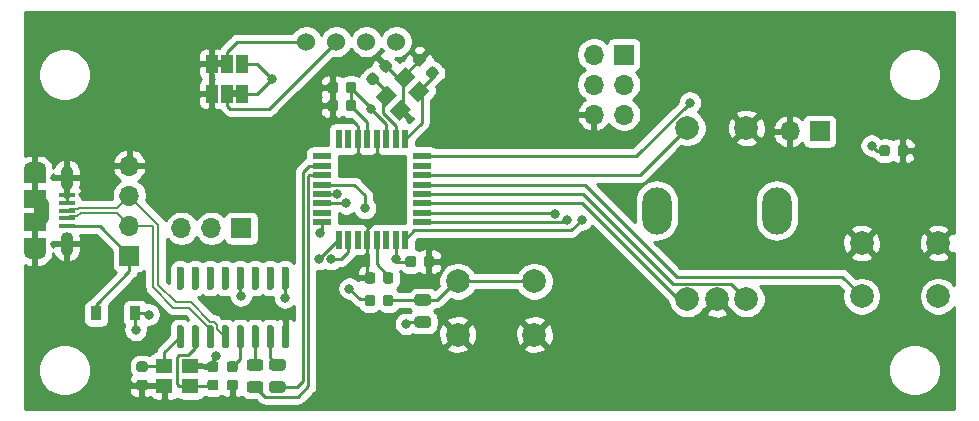
<source format=gbr>
G04 #@! TF.GenerationSoftware,KiCad,Pcbnew,(5.1.9)-1*
G04 #@! TF.CreationDate,2021-05-05T15:50:03+02:00*
G04 #@! TF.ProjectId,V0_Display,56305f44-6973-4706-9c61-792e6b696361,rev?*
G04 #@! TF.SameCoordinates,Original*
G04 #@! TF.FileFunction,Copper,L2,Bot*
G04 #@! TF.FilePolarity,Positive*
%FSLAX46Y46*%
G04 Gerber Fmt 4.6, Leading zero omitted, Abs format (unit mm)*
G04 Created by KiCad (PCBNEW (5.1.9)-1) date 2021-05-05 15:50:03*
%MOMM*%
%LPD*%
G01*
G04 APERTURE LIST*
G04 #@! TA.AperFunction,EtchedComponent*
%ADD10C,0.100000*%
G04 #@! TD*
G04 #@! TA.AperFunction,ComponentPad*
%ADD11O,1.700000X1.700000*%
G04 #@! TD*
G04 #@! TA.AperFunction,ComponentPad*
%ADD12R,1.700000X1.700000*%
G04 #@! TD*
G04 #@! TA.AperFunction,SMDPad,CuDef*
%ADD13C,0.100000*%
G04 #@! TD*
G04 #@! TA.AperFunction,SMDPad,CuDef*
%ADD14R,1.400000X1.200000*%
G04 #@! TD*
G04 #@! TA.AperFunction,SMDPad,CuDef*
%ADD15R,1.600000X0.550000*%
G04 #@! TD*
G04 #@! TA.AperFunction,SMDPad,CuDef*
%ADD16R,0.550000X1.600000*%
G04 #@! TD*
G04 #@! TA.AperFunction,SMDPad,CuDef*
%ADD17R,0.900000X1.200000*%
G04 #@! TD*
G04 #@! TA.AperFunction,ComponentPad*
%ADD18C,1.524000*%
G04 #@! TD*
G04 #@! TA.AperFunction,ComponentPad*
%ADD19O,2.500000X4.000000*%
G04 #@! TD*
G04 #@! TA.AperFunction,ComponentPad*
%ADD20C,2.000000*%
G04 #@! TD*
G04 #@! TA.AperFunction,SMDPad,CuDef*
%ADD21R,1.000000X1.500000*%
G04 #@! TD*
G04 #@! TA.AperFunction,ComponentPad*
%ADD22O,1.100000X2.200000*%
G04 #@! TD*
G04 #@! TA.AperFunction,ComponentPad*
%ADD23O,1.100000X2.000000*%
G04 #@! TD*
G04 #@! TA.AperFunction,SMDPad,CuDef*
%ADD24R,1.900000X1.200000*%
G04 #@! TD*
G04 #@! TA.AperFunction,ComponentPad*
%ADD25O,1.900000X1.200000*%
G04 #@! TD*
G04 #@! TA.AperFunction,SMDPad,CuDef*
%ADD26R,1.900000X1.500000*%
G04 #@! TD*
G04 #@! TA.AperFunction,SMDPad,CuDef*
%ADD27R,1.350000X0.400000*%
G04 #@! TD*
G04 #@! TA.AperFunction,ViaPad*
%ADD28C,0.800000*%
G04 #@! TD*
G04 #@! TA.AperFunction,Conductor*
%ADD29C,0.250000*%
G04 #@! TD*
G04 #@! TA.AperFunction,Conductor*
%ADD30C,0.200000*%
G04 #@! TD*
G04 #@! TA.AperFunction,Conductor*
%ADD31C,0.254000*%
G04 #@! TD*
G04 #@! TA.AperFunction,Conductor*
%ADD32C,0.100000*%
G04 #@! TD*
G04 APERTURE END LIST*
D10*
G36*
X102050000Y-55030000D02*
G01*
X102550000Y-55030000D01*
X102550000Y-54430000D01*
X102050000Y-54430000D01*
X102050000Y-55030000D01*
G37*
G36*
X103850000Y-56970000D02*
G01*
X103350000Y-56970000D01*
X103350000Y-57570000D01*
X103850000Y-57570000D01*
X103850000Y-56970000D01*
G37*
G04 #@! TA.AperFunction,SMDPad,CuDef*
G36*
G01*
X103649000Y-80825000D02*
X103149000Y-80825000D01*
G75*
G02*
X102924000Y-80600000I0J225000D01*
G01*
X102924000Y-80150000D01*
G75*
G02*
X103149000Y-79925000I225000J0D01*
G01*
X103649000Y-79925000D01*
G75*
G02*
X103874000Y-80150000I0J-225000D01*
G01*
X103874000Y-80600000D01*
G75*
G02*
X103649000Y-80825000I-225000J0D01*
G01*
G37*
G04 #@! TD.AperFunction*
G04 #@! TA.AperFunction,SMDPad,CuDef*
G36*
G01*
X103649000Y-82375000D02*
X103149000Y-82375000D01*
G75*
G02*
X102924000Y-82150000I0J225000D01*
G01*
X102924000Y-81700000D01*
G75*
G02*
X103149000Y-81475000I225000J0D01*
G01*
X103649000Y-81475000D01*
G75*
G02*
X103874000Y-81700000I0J-225000D01*
G01*
X103874000Y-82150000D01*
G75*
G02*
X103649000Y-82375000I-225000J0D01*
G01*
G37*
G04 #@! TD.AperFunction*
G04 #@! TA.AperFunction,SMDPad,CuDef*
G36*
G01*
X159718000Y-62320000D02*
X159718000Y-61820000D01*
G75*
G02*
X159943000Y-61595000I225000J0D01*
G01*
X160393000Y-61595000D01*
G75*
G02*
X160618000Y-61820000I0J-225000D01*
G01*
X160618000Y-62320000D01*
G75*
G02*
X160393000Y-62545000I-225000J0D01*
G01*
X159943000Y-62545000D01*
G75*
G02*
X159718000Y-62320000I0J225000D01*
G01*
G37*
G04 #@! TD.AperFunction*
G04 #@! TA.AperFunction,SMDPad,CuDef*
G36*
G01*
X158168000Y-62320000D02*
X158168000Y-61820000D01*
G75*
G02*
X158393000Y-61595000I225000J0D01*
G01*
X158843000Y-61595000D01*
G75*
G02*
X159068000Y-61820000I0J-225000D01*
G01*
X159068000Y-62320000D01*
G75*
G02*
X158843000Y-62545000I-225000J0D01*
G01*
X158393000Y-62545000D01*
G75*
G02*
X158168000Y-62320000I0J225000D01*
G01*
G37*
G04 #@! TD.AperFunction*
G04 #@! TA.AperFunction,SMDPad,CuDef*
G36*
G01*
X119599000Y-71718000D02*
X119599000Y-71218000D01*
G75*
G02*
X119824000Y-70993000I225000J0D01*
G01*
X120274000Y-70993000D01*
G75*
G02*
X120499000Y-71218000I0J-225000D01*
G01*
X120499000Y-71718000D01*
G75*
G02*
X120274000Y-71943000I-225000J0D01*
G01*
X119824000Y-71943000D01*
G75*
G02*
X119599000Y-71718000I0J225000D01*
G01*
G37*
G04 #@! TD.AperFunction*
G04 #@! TA.AperFunction,SMDPad,CuDef*
G36*
G01*
X118049000Y-71718000D02*
X118049000Y-71218000D01*
G75*
G02*
X118274000Y-70993000I225000J0D01*
G01*
X118724000Y-70993000D01*
G75*
G02*
X118949000Y-71218000I0J-225000D01*
G01*
X118949000Y-71718000D01*
G75*
G02*
X118724000Y-71943000I-225000J0D01*
G01*
X118274000Y-71943000D01*
G75*
G02*
X118049000Y-71718000I0J225000D01*
G01*
G37*
G04 #@! TD.AperFunction*
D11*
X134006000Y-59022000D03*
X136546000Y-59022000D03*
X134006000Y-56482000D03*
X136546000Y-56482000D03*
X134006000Y-53942000D03*
D12*
X136546000Y-53942000D03*
G04 #@! TA.AperFunction,SMDPad,CuDef*
D13*
G36*
X119269569Y-56153984D02*
G01*
X120118097Y-57002512D01*
X119128147Y-57992462D01*
X118279619Y-57143934D01*
X119269569Y-56153984D01*
G37*
G04 #@! TD.AperFunction*
G04 #@! TA.AperFunction,SMDPad,CuDef*
G36*
X117713934Y-57709619D02*
G01*
X118562462Y-58558147D01*
X117572512Y-59548097D01*
X116723984Y-58699569D01*
X117713934Y-57709619D01*
G37*
G04 #@! TD.AperFunction*
G04 #@! TA.AperFunction,SMDPad,CuDef*
G36*
X116511853Y-56507538D02*
G01*
X117360381Y-57356066D01*
X116370431Y-58346016D01*
X115521903Y-57497488D01*
X116511853Y-56507538D01*
G37*
G04 #@! TD.AperFunction*
G04 #@! TA.AperFunction,SMDPad,CuDef*
G36*
X118067488Y-54951903D02*
G01*
X118916016Y-55800431D01*
X117926066Y-56790381D01*
X117077538Y-55941853D01*
X118067488Y-54951903D01*
G37*
G04 #@! TD.AperFunction*
D14*
X99850000Y-82000000D03*
X97650000Y-82000000D03*
X97650000Y-80300000D03*
X99850000Y-80300000D03*
G04 #@! TA.AperFunction,SMDPad,CuDef*
G36*
G01*
X108015000Y-73850000D02*
X107715000Y-73850000D01*
G75*
G02*
X107565000Y-73700000I0J150000D01*
G01*
X107565000Y-72050000D01*
G75*
G02*
X107715000Y-71900000I150000J0D01*
G01*
X108015000Y-71900000D01*
G75*
G02*
X108165000Y-72050000I0J-150000D01*
G01*
X108165000Y-73700000D01*
G75*
G02*
X108015000Y-73850000I-150000J0D01*
G01*
G37*
G04 #@! TD.AperFunction*
G04 #@! TA.AperFunction,SMDPad,CuDef*
G36*
G01*
X106745000Y-73850000D02*
X106445000Y-73850000D01*
G75*
G02*
X106295000Y-73700000I0J150000D01*
G01*
X106295000Y-72050000D01*
G75*
G02*
X106445000Y-71900000I150000J0D01*
G01*
X106745000Y-71900000D01*
G75*
G02*
X106895000Y-72050000I0J-150000D01*
G01*
X106895000Y-73700000D01*
G75*
G02*
X106745000Y-73850000I-150000J0D01*
G01*
G37*
G04 #@! TD.AperFunction*
G04 #@! TA.AperFunction,SMDPad,CuDef*
G36*
G01*
X105475000Y-73850000D02*
X105175000Y-73850000D01*
G75*
G02*
X105025000Y-73700000I0J150000D01*
G01*
X105025000Y-72050000D01*
G75*
G02*
X105175000Y-71900000I150000J0D01*
G01*
X105475000Y-71900000D01*
G75*
G02*
X105625000Y-72050000I0J-150000D01*
G01*
X105625000Y-73700000D01*
G75*
G02*
X105475000Y-73850000I-150000J0D01*
G01*
G37*
G04 #@! TD.AperFunction*
G04 #@! TA.AperFunction,SMDPad,CuDef*
G36*
G01*
X104205000Y-73850000D02*
X103905000Y-73850000D01*
G75*
G02*
X103755000Y-73700000I0J150000D01*
G01*
X103755000Y-72050000D01*
G75*
G02*
X103905000Y-71900000I150000J0D01*
G01*
X104205000Y-71900000D01*
G75*
G02*
X104355000Y-72050000I0J-150000D01*
G01*
X104355000Y-73700000D01*
G75*
G02*
X104205000Y-73850000I-150000J0D01*
G01*
G37*
G04 #@! TD.AperFunction*
G04 #@! TA.AperFunction,SMDPad,CuDef*
G36*
G01*
X102935000Y-73850000D02*
X102635000Y-73850000D01*
G75*
G02*
X102485000Y-73700000I0J150000D01*
G01*
X102485000Y-72050000D01*
G75*
G02*
X102635000Y-71900000I150000J0D01*
G01*
X102935000Y-71900000D01*
G75*
G02*
X103085000Y-72050000I0J-150000D01*
G01*
X103085000Y-73700000D01*
G75*
G02*
X102935000Y-73850000I-150000J0D01*
G01*
G37*
G04 #@! TD.AperFunction*
G04 #@! TA.AperFunction,SMDPad,CuDef*
G36*
G01*
X101665000Y-73850000D02*
X101365000Y-73850000D01*
G75*
G02*
X101215000Y-73700000I0J150000D01*
G01*
X101215000Y-72050000D01*
G75*
G02*
X101365000Y-71900000I150000J0D01*
G01*
X101665000Y-71900000D01*
G75*
G02*
X101815000Y-72050000I0J-150000D01*
G01*
X101815000Y-73700000D01*
G75*
G02*
X101665000Y-73850000I-150000J0D01*
G01*
G37*
G04 #@! TD.AperFunction*
G04 #@! TA.AperFunction,SMDPad,CuDef*
G36*
G01*
X100395000Y-73850000D02*
X100095000Y-73850000D01*
G75*
G02*
X99945000Y-73700000I0J150000D01*
G01*
X99945000Y-72050000D01*
G75*
G02*
X100095000Y-71900000I150000J0D01*
G01*
X100395000Y-71900000D01*
G75*
G02*
X100545000Y-72050000I0J-150000D01*
G01*
X100545000Y-73700000D01*
G75*
G02*
X100395000Y-73850000I-150000J0D01*
G01*
G37*
G04 #@! TD.AperFunction*
G04 #@! TA.AperFunction,SMDPad,CuDef*
G36*
G01*
X99125000Y-73850000D02*
X98825000Y-73850000D01*
G75*
G02*
X98675000Y-73700000I0J150000D01*
G01*
X98675000Y-72050000D01*
G75*
G02*
X98825000Y-71900000I150000J0D01*
G01*
X99125000Y-71900000D01*
G75*
G02*
X99275000Y-72050000I0J-150000D01*
G01*
X99275000Y-73700000D01*
G75*
G02*
X99125000Y-73850000I-150000J0D01*
G01*
G37*
G04 #@! TD.AperFunction*
G04 #@! TA.AperFunction,SMDPad,CuDef*
G36*
G01*
X99125000Y-78800000D02*
X98825000Y-78800000D01*
G75*
G02*
X98675000Y-78650000I0J150000D01*
G01*
X98675000Y-77000000D01*
G75*
G02*
X98825000Y-76850000I150000J0D01*
G01*
X99125000Y-76850000D01*
G75*
G02*
X99275000Y-77000000I0J-150000D01*
G01*
X99275000Y-78650000D01*
G75*
G02*
X99125000Y-78800000I-150000J0D01*
G01*
G37*
G04 #@! TD.AperFunction*
G04 #@! TA.AperFunction,SMDPad,CuDef*
G36*
G01*
X100395000Y-78800000D02*
X100095000Y-78800000D01*
G75*
G02*
X99945000Y-78650000I0J150000D01*
G01*
X99945000Y-77000000D01*
G75*
G02*
X100095000Y-76850000I150000J0D01*
G01*
X100395000Y-76850000D01*
G75*
G02*
X100545000Y-77000000I0J-150000D01*
G01*
X100545000Y-78650000D01*
G75*
G02*
X100395000Y-78800000I-150000J0D01*
G01*
G37*
G04 #@! TD.AperFunction*
G04 #@! TA.AperFunction,SMDPad,CuDef*
G36*
G01*
X101665000Y-78800000D02*
X101365000Y-78800000D01*
G75*
G02*
X101215000Y-78650000I0J150000D01*
G01*
X101215000Y-77000000D01*
G75*
G02*
X101365000Y-76850000I150000J0D01*
G01*
X101665000Y-76850000D01*
G75*
G02*
X101815000Y-77000000I0J-150000D01*
G01*
X101815000Y-78650000D01*
G75*
G02*
X101665000Y-78800000I-150000J0D01*
G01*
G37*
G04 #@! TD.AperFunction*
G04 #@! TA.AperFunction,SMDPad,CuDef*
G36*
G01*
X102935000Y-78800000D02*
X102635000Y-78800000D01*
G75*
G02*
X102485000Y-78650000I0J150000D01*
G01*
X102485000Y-77000000D01*
G75*
G02*
X102635000Y-76850000I150000J0D01*
G01*
X102935000Y-76850000D01*
G75*
G02*
X103085000Y-77000000I0J-150000D01*
G01*
X103085000Y-78650000D01*
G75*
G02*
X102935000Y-78800000I-150000J0D01*
G01*
G37*
G04 #@! TD.AperFunction*
G04 #@! TA.AperFunction,SMDPad,CuDef*
G36*
G01*
X104205000Y-78800000D02*
X103905000Y-78800000D01*
G75*
G02*
X103755000Y-78650000I0J150000D01*
G01*
X103755000Y-77000000D01*
G75*
G02*
X103905000Y-76850000I150000J0D01*
G01*
X104205000Y-76850000D01*
G75*
G02*
X104355000Y-77000000I0J-150000D01*
G01*
X104355000Y-78650000D01*
G75*
G02*
X104205000Y-78800000I-150000J0D01*
G01*
G37*
G04 #@! TD.AperFunction*
G04 #@! TA.AperFunction,SMDPad,CuDef*
G36*
G01*
X105475000Y-78800000D02*
X105175000Y-78800000D01*
G75*
G02*
X105025000Y-78650000I0J150000D01*
G01*
X105025000Y-77000000D01*
G75*
G02*
X105175000Y-76850000I150000J0D01*
G01*
X105475000Y-76850000D01*
G75*
G02*
X105625000Y-77000000I0J-150000D01*
G01*
X105625000Y-78650000D01*
G75*
G02*
X105475000Y-78800000I-150000J0D01*
G01*
G37*
G04 #@! TD.AperFunction*
G04 #@! TA.AperFunction,SMDPad,CuDef*
G36*
G01*
X106745000Y-78800000D02*
X106445000Y-78800000D01*
G75*
G02*
X106295000Y-78650000I0J150000D01*
G01*
X106295000Y-77000000D01*
G75*
G02*
X106445000Y-76850000I150000J0D01*
G01*
X106745000Y-76850000D01*
G75*
G02*
X106895000Y-77000000I0J-150000D01*
G01*
X106895000Y-78650000D01*
G75*
G02*
X106745000Y-78800000I-150000J0D01*
G01*
G37*
G04 #@! TD.AperFunction*
G04 #@! TA.AperFunction,SMDPad,CuDef*
G36*
G01*
X108015000Y-78800000D02*
X107715000Y-78800000D01*
G75*
G02*
X107565000Y-78650000I0J150000D01*
G01*
X107565000Y-77000000D01*
G75*
G02*
X107715000Y-76850000I150000J0D01*
G01*
X108015000Y-76850000D01*
G75*
G02*
X108165000Y-77000000I0J-150000D01*
G01*
X108165000Y-78650000D01*
G75*
G02*
X108015000Y-78800000I-150000J0D01*
G01*
G37*
G04 #@! TD.AperFunction*
D15*
X110970000Y-62550000D03*
X110970000Y-63350000D03*
X110970000Y-64150000D03*
X110970000Y-64950000D03*
X110970000Y-65750000D03*
X110970000Y-66550000D03*
X110970000Y-67350000D03*
X110970000Y-68150000D03*
D16*
X112420000Y-69600000D03*
X113220000Y-69600000D03*
X114020000Y-69600000D03*
X114820000Y-69600000D03*
X115620000Y-69600000D03*
X116420000Y-69600000D03*
X117220000Y-69600000D03*
X118020000Y-69600000D03*
D15*
X119470000Y-68150000D03*
X119470000Y-67350000D03*
X119470000Y-66550000D03*
X119470000Y-65750000D03*
X119470000Y-64950000D03*
X119470000Y-64150000D03*
X119470000Y-63350000D03*
X119470000Y-62550000D03*
D16*
X118020000Y-61100000D03*
X117220000Y-61100000D03*
X116420000Y-61100000D03*
X115620000Y-61100000D03*
X114820000Y-61100000D03*
X114020000Y-61100000D03*
X113220000Y-61100000D03*
X112420000Y-61100000D03*
D17*
X91870000Y-75850000D03*
X95170000Y-75850000D03*
G04 #@! TA.AperFunction,SMDPad,CuDef*
G36*
G01*
X116251587Y-55412967D02*
X115898033Y-55059413D01*
G75*
G02*
X115898033Y-54741215I159099J159099D01*
G01*
X116216231Y-54423017D01*
G75*
G02*
X116534429Y-54423017I159099J-159099D01*
G01*
X116887983Y-54776571D01*
G75*
G02*
X116887983Y-55094769I-159099J-159099D01*
G01*
X116569785Y-55412967D01*
G75*
G02*
X116251587Y-55412967I-159099J159099D01*
G01*
G37*
G04 #@! TD.AperFunction*
G04 #@! TA.AperFunction,SMDPad,CuDef*
G36*
G01*
X115155571Y-56508983D02*
X114802017Y-56155429D01*
G75*
G02*
X114802017Y-55837231I159099J159099D01*
G01*
X115120215Y-55519033D01*
G75*
G02*
X115438413Y-55519033I159099J-159099D01*
G01*
X115791967Y-55872587D01*
G75*
G02*
X115791967Y-56190785I-159099J-159099D01*
G01*
X115473769Y-56508983D01*
G75*
G02*
X115155571Y-56508983I-159099J159099D01*
G01*
G37*
G04 #@! TD.AperFunction*
G04 #@! TA.AperFunction,SMDPad,CuDef*
G36*
G01*
X119835033Y-55364587D02*
X120188587Y-55011033D01*
G75*
G02*
X120506785Y-55011033I159099J-159099D01*
G01*
X120824983Y-55329231D01*
G75*
G02*
X120824983Y-55647429I-159099J-159099D01*
G01*
X120471429Y-56000983D01*
G75*
G02*
X120153231Y-56000983I-159099J159099D01*
G01*
X119835033Y-55682785D01*
G75*
G02*
X119835033Y-55364587I159099J159099D01*
G01*
G37*
G04 #@! TD.AperFunction*
G04 #@! TA.AperFunction,SMDPad,CuDef*
G36*
G01*
X118739017Y-54268571D02*
X119092571Y-53915017D01*
G75*
G02*
X119410769Y-53915017I159099J-159099D01*
G01*
X119728967Y-54233215D01*
G75*
G02*
X119728967Y-54551413I-159099J-159099D01*
G01*
X119375413Y-54904967D01*
G75*
G02*
X119057215Y-54904967I-159099J159099D01*
G01*
X118739017Y-54586769D01*
G75*
G02*
X118739017Y-54268571I159099J159099D01*
G01*
G37*
G04 #@! TD.AperFunction*
G04 #@! TA.AperFunction,SMDPad,CuDef*
G36*
G01*
X95500000Y-81475000D02*
X96000000Y-81475000D01*
G75*
G02*
X96225000Y-81700000I0J-225000D01*
G01*
X96225000Y-82150000D01*
G75*
G02*
X96000000Y-82375000I-225000J0D01*
G01*
X95500000Y-82375000D01*
G75*
G02*
X95275000Y-82150000I0J225000D01*
G01*
X95275000Y-81700000D01*
G75*
G02*
X95500000Y-81475000I225000J0D01*
G01*
G37*
G04 #@! TD.AperFunction*
G04 #@! TA.AperFunction,SMDPad,CuDef*
G36*
G01*
X95500000Y-79925000D02*
X96000000Y-79925000D01*
G75*
G02*
X96225000Y-80150000I0J-225000D01*
G01*
X96225000Y-80600000D01*
G75*
G02*
X96000000Y-80825000I-225000J0D01*
G01*
X95500000Y-80825000D01*
G75*
G02*
X95275000Y-80600000I0J225000D01*
G01*
X95275000Y-80150000D01*
G75*
G02*
X95500000Y-79925000I225000J0D01*
G01*
G37*
G04 #@! TD.AperFunction*
G04 #@! TA.AperFunction,SMDPad,CuDef*
G36*
G01*
X101500000Y-81475000D02*
X102000000Y-81475000D01*
G75*
G02*
X102225000Y-81700000I0J-225000D01*
G01*
X102225000Y-82150000D01*
G75*
G02*
X102000000Y-82375000I-225000J0D01*
G01*
X101500000Y-82375000D01*
G75*
G02*
X101275000Y-82150000I0J225000D01*
G01*
X101275000Y-81700000D01*
G75*
G02*
X101500000Y-81475000I225000J0D01*
G01*
G37*
G04 #@! TD.AperFunction*
G04 #@! TA.AperFunction,SMDPad,CuDef*
G36*
G01*
X101500000Y-79925000D02*
X102000000Y-79925000D01*
G75*
G02*
X102225000Y-80150000I0J-225000D01*
G01*
X102225000Y-80600000D01*
G75*
G02*
X102000000Y-80825000I-225000J0D01*
G01*
X101500000Y-80825000D01*
G75*
G02*
X101275000Y-80600000I0J225000D01*
G01*
X101275000Y-80150000D01*
G75*
G02*
X101500000Y-79925000I225000J0D01*
G01*
G37*
G04 #@! TD.AperFunction*
G04 #@! TA.AperFunction,SMDPad,CuDef*
G36*
G01*
X112345000Y-58010000D02*
X112345000Y-58510000D01*
G75*
G02*
X112120000Y-58735000I-225000J0D01*
G01*
X111670000Y-58735000D01*
G75*
G02*
X111445000Y-58510000I0J225000D01*
G01*
X111445000Y-58010000D01*
G75*
G02*
X111670000Y-57785000I225000J0D01*
G01*
X112120000Y-57785000D01*
G75*
G02*
X112345000Y-58010000I0J-225000D01*
G01*
G37*
G04 #@! TD.AperFunction*
G04 #@! TA.AperFunction,SMDPad,CuDef*
G36*
G01*
X113895000Y-58010000D02*
X113895000Y-58510000D01*
G75*
G02*
X113670000Y-58735000I-225000J0D01*
G01*
X113220000Y-58735000D01*
G75*
G02*
X112995000Y-58510000I0J225000D01*
G01*
X112995000Y-58010000D01*
G75*
G02*
X113220000Y-57785000I225000J0D01*
G01*
X113670000Y-57785000D01*
G75*
G02*
X113895000Y-58010000I0J-225000D01*
G01*
G37*
G04 #@! TD.AperFunction*
G04 #@! TA.AperFunction,SMDPad,CuDef*
G36*
G01*
X112995000Y-56986000D02*
X112995000Y-56486000D01*
G75*
G02*
X113220000Y-56261000I225000J0D01*
G01*
X113670000Y-56261000D01*
G75*
G02*
X113895000Y-56486000I0J-225000D01*
G01*
X113895000Y-56986000D01*
G75*
G02*
X113670000Y-57211000I-225000J0D01*
G01*
X113220000Y-57211000D01*
G75*
G02*
X112995000Y-56986000I0J225000D01*
G01*
G37*
G04 #@! TD.AperFunction*
G04 #@! TA.AperFunction,SMDPad,CuDef*
G36*
G01*
X111445000Y-56986000D02*
X111445000Y-56486000D01*
G75*
G02*
X111670000Y-56261000I225000J0D01*
G01*
X112120000Y-56261000D01*
G75*
G02*
X112345000Y-56486000I0J-225000D01*
G01*
X112345000Y-56986000D01*
G75*
G02*
X112120000Y-57211000I-225000J0D01*
G01*
X111670000Y-57211000D01*
G75*
G02*
X111445000Y-56986000I0J225000D01*
G01*
G37*
G04 #@! TD.AperFunction*
G04 #@! TA.AperFunction,SMDPad,CuDef*
G36*
G01*
X115495000Y-72600000D02*
X115495000Y-73100000D01*
G75*
G02*
X115270000Y-73325000I-225000J0D01*
G01*
X114820000Y-73325000D01*
G75*
G02*
X114595000Y-73100000I0J225000D01*
G01*
X114595000Y-72600000D01*
G75*
G02*
X114820000Y-72375000I225000J0D01*
G01*
X115270000Y-72375000D01*
G75*
G02*
X115495000Y-72600000I0J-225000D01*
G01*
G37*
G04 #@! TD.AperFunction*
G04 #@! TA.AperFunction,SMDPad,CuDef*
G36*
G01*
X117045000Y-72600000D02*
X117045000Y-73100000D01*
G75*
G02*
X116820000Y-73325000I-225000J0D01*
G01*
X116370000Y-73325000D01*
G75*
G02*
X116145000Y-73100000I0J225000D01*
G01*
X116145000Y-72600000D01*
G75*
G02*
X116370000Y-72375000I225000J0D01*
G01*
X116820000Y-72375000D01*
G75*
G02*
X117045000Y-72600000I0J-225000D01*
G01*
G37*
G04 #@! TD.AperFunction*
G04 #@! TA.AperFunction,SMDPad,CuDef*
G36*
G01*
X116145000Y-75020000D02*
X116145000Y-74520000D01*
G75*
G02*
X116370000Y-74295000I225000J0D01*
G01*
X116820000Y-74295000D01*
G75*
G02*
X117045000Y-74520000I0J-225000D01*
G01*
X117045000Y-75020000D01*
G75*
G02*
X116820000Y-75245000I-225000J0D01*
G01*
X116370000Y-75245000D01*
G75*
G02*
X116145000Y-75020000I0J225000D01*
G01*
G37*
G04 #@! TD.AperFunction*
G04 #@! TA.AperFunction,SMDPad,CuDef*
G36*
G01*
X114595000Y-75020000D02*
X114595000Y-74520000D01*
G75*
G02*
X114820000Y-74295000I225000J0D01*
G01*
X115270000Y-74295000D01*
G75*
G02*
X115495000Y-74520000I0J-225000D01*
G01*
X115495000Y-75020000D01*
G75*
G02*
X115270000Y-75245000I-225000J0D01*
G01*
X114820000Y-75245000D01*
G75*
G02*
X114595000Y-75020000I0J225000D01*
G01*
G37*
G04 #@! TD.AperFunction*
G04 #@! TA.AperFunction,SMDPad,CuDef*
G36*
G01*
X106763750Y-81600000D02*
X107676250Y-81600000D01*
G75*
G02*
X107920000Y-81843750I0J-243750D01*
G01*
X107920000Y-82331250D01*
G75*
G02*
X107676250Y-82575000I-243750J0D01*
G01*
X106763750Y-82575000D01*
G75*
G02*
X106520000Y-82331250I0J243750D01*
G01*
X106520000Y-81843750D01*
G75*
G02*
X106763750Y-81600000I243750J0D01*
G01*
G37*
G04 #@! TD.AperFunction*
G04 #@! TA.AperFunction,SMDPad,CuDef*
G36*
G01*
X106763750Y-79725000D02*
X107676250Y-79725000D01*
G75*
G02*
X107920000Y-79968750I0J-243750D01*
G01*
X107920000Y-80456250D01*
G75*
G02*
X107676250Y-80700000I-243750J0D01*
G01*
X106763750Y-80700000D01*
G75*
G02*
X106520000Y-80456250I0J243750D01*
G01*
X106520000Y-79968750D01*
G75*
G02*
X106763750Y-79725000I243750J0D01*
G01*
G37*
G04 #@! TD.AperFunction*
G04 #@! TA.AperFunction,SMDPad,CuDef*
G36*
G01*
X105776250Y-80700000D02*
X104863750Y-80700000D01*
G75*
G02*
X104620000Y-80456250I0J243750D01*
G01*
X104620000Y-79968750D01*
G75*
G02*
X104863750Y-79725000I243750J0D01*
G01*
X105776250Y-79725000D01*
G75*
G02*
X106020000Y-79968750I0J-243750D01*
G01*
X106020000Y-80456250D01*
G75*
G02*
X105776250Y-80700000I-243750J0D01*
G01*
G37*
G04 #@! TD.AperFunction*
G04 #@! TA.AperFunction,SMDPad,CuDef*
G36*
G01*
X105776250Y-82575000D02*
X104863750Y-82575000D01*
G75*
G02*
X104620000Y-82331250I0J243750D01*
G01*
X104620000Y-81843750D01*
G75*
G02*
X104863750Y-81600000I243750J0D01*
G01*
X105776250Y-81600000D01*
G75*
G02*
X106020000Y-81843750I0J-243750D01*
G01*
X106020000Y-82331250D01*
G75*
G02*
X105776250Y-82575000I-243750J0D01*
G01*
G37*
G04 #@! TD.AperFunction*
D18*
X117280000Y-52850000D03*
X114740000Y-52850000D03*
X112200000Y-52850000D03*
X109660000Y-52850000D03*
D19*
X149500000Y-67150000D03*
X139340000Y-67150000D03*
D20*
X146920000Y-60150000D03*
X141920000Y-60150000D03*
X146920000Y-74650000D03*
X144420000Y-74650000D03*
X141920000Y-74650000D03*
X163170000Y-69900000D03*
X163170000Y-74400000D03*
X156670000Y-69900000D03*
X156670000Y-74400000D03*
X122475000Y-73145000D03*
X122475000Y-77645000D03*
X128975000Y-73145000D03*
X128975000Y-77645000D03*
G04 #@! TA.AperFunction,SMDPad,CuDef*
G36*
G01*
X119976250Y-75200000D02*
X119063750Y-75200000D01*
G75*
G02*
X118820000Y-74956250I0J243750D01*
G01*
X118820000Y-74468750D01*
G75*
G02*
X119063750Y-74225000I243750J0D01*
G01*
X119976250Y-74225000D01*
G75*
G02*
X120220000Y-74468750I0J-243750D01*
G01*
X120220000Y-74956250D01*
G75*
G02*
X119976250Y-75200000I-243750J0D01*
G01*
G37*
G04 #@! TD.AperFunction*
G04 #@! TA.AperFunction,SMDPad,CuDef*
G36*
G01*
X119976250Y-77075000D02*
X119063750Y-77075000D01*
G75*
G02*
X118820000Y-76831250I0J243750D01*
G01*
X118820000Y-76343750D01*
G75*
G02*
X119063750Y-76100000I243750J0D01*
G01*
X119976250Y-76100000D01*
G75*
G02*
X120220000Y-76343750I0J-243750D01*
G01*
X120220000Y-76831250D01*
G75*
G02*
X119976250Y-77075000I-243750J0D01*
G01*
G37*
G04 #@! TD.AperFunction*
D21*
X102950000Y-54730000D03*
X104250000Y-54730000D03*
X101650000Y-54730000D03*
X102950000Y-57270000D03*
X101650000Y-57270000D03*
X104250000Y-57270000D03*
D11*
X150575000Y-60445000D03*
D12*
X153115000Y-60445000D03*
D11*
X94670000Y-63340000D03*
X94670000Y-65880000D03*
X94670000Y-68420000D03*
D12*
X94670000Y-70960000D03*
D22*
X87350500Y-67150000D03*
D23*
X89382500Y-69944000D03*
D24*
X86682500Y-70050000D03*
X86682500Y-64250000D03*
D25*
X86682500Y-63650000D03*
X86682500Y-70650000D03*
D26*
X86682500Y-68150000D03*
D23*
X89382500Y-64356000D03*
D27*
X89382500Y-67150000D03*
X89382500Y-66500000D03*
X89382500Y-65850000D03*
X89382500Y-68450000D03*
X89382500Y-67800000D03*
D26*
X86682500Y-66150000D03*
D11*
X99090000Y-68650000D03*
X101630000Y-68650000D03*
D12*
X104170000Y-68650000D03*
D28*
X161370000Y-62350000D03*
X163275000Y-62350000D03*
X102050000Y-79450002D03*
X94650000Y-81950000D03*
X107720000Y-76050000D03*
X113020000Y-66550000D03*
X112294990Y-65715530D03*
X142134000Y-58006000D03*
X114620000Y-66950000D03*
X110820000Y-69050000D03*
X110720000Y-71250000D03*
X111735507Y-71259812D03*
X104120000Y-74350000D03*
X113305000Y-73754000D03*
X106760000Y-56000000D03*
X96320000Y-75950000D03*
X95220000Y-77250000D03*
X115120000Y-58550000D03*
X117220000Y-71250000D03*
X118120000Y-76750000D03*
X157520000Y-61650000D03*
X107844008Y-74516000D03*
X132990000Y-67912000D03*
X131720000Y-67912000D03*
X130704000Y-67404000D03*
D29*
X89382500Y-66500000D02*
X89382500Y-64650000D01*
X86682500Y-67818000D02*
X87350500Y-67150000D01*
X86682500Y-68150000D02*
X86682500Y-67818000D01*
X86682500Y-66482000D02*
X87350500Y-67150000D01*
X86682500Y-66150000D02*
X86682500Y-66482000D01*
X86682500Y-64250000D02*
X86682500Y-70650000D01*
X101650000Y-57270000D02*
X101650000Y-54730000D01*
X99875000Y-80275000D02*
X99850000Y-80300000D01*
X101750000Y-80275000D02*
X99875000Y-80275000D01*
X95775000Y-82000000D02*
X95750000Y-82025000D01*
X97650000Y-82000000D02*
X95775000Y-82000000D01*
X114820000Y-68739998D02*
X114820000Y-69600000D01*
X115620000Y-67939998D02*
X114820000Y-68739998D01*
X115620000Y-61100000D02*
X115620000Y-67939998D01*
X115620000Y-62450000D02*
X115620000Y-61100000D01*
X115420000Y-62650000D02*
X115620000Y-62450000D01*
X114120000Y-62650000D02*
X115420000Y-62650000D01*
X114020000Y-62550000D02*
X114120000Y-62650000D01*
X101750000Y-80275000D02*
X101750000Y-79750002D01*
X101750000Y-79750002D02*
X102050000Y-79450002D01*
X117820000Y-55647919D02*
X117896777Y-55571142D01*
X117820000Y-58052081D02*
X117820000Y-55647919D01*
X117543223Y-58328858D02*
X117820000Y-58052081D01*
X95750000Y-82025000D02*
X94725000Y-82025000D01*
X94725000Y-82025000D02*
X94650000Y-81950000D01*
X107865000Y-76195000D02*
X107720000Y-76050000D01*
X107865000Y-77825000D02*
X107865000Y-76195000D01*
X114820000Y-72787500D02*
X114882500Y-72850000D01*
X114820000Y-69600000D02*
X114820000Y-72787500D01*
X114020000Y-62550000D02*
X114020000Y-61100000D01*
X161090000Y-62070000D02*
X161370000Y-62350000D01*
X160168000Y-62070000D02*
X161090000Y-62070000D01*
X117346158Y-55871142D02*
X116393008Y-54917992D01*
X117996777Y-55871142D02*
X117346158Y-55871142D01*
X117996777Y-55647207D02*
X119233992Y-54409992D01*
X117996777Y-55871142D02*
X117996777Y-55647207D01*
X114020000Y-59991000D02*
X114020000Y-61100000D01*
X113559000Y-59530000D02*
X114020000Y-59991000D01*
X112416000Y-59530000D02*
X113559000Y-59530000D01*
X111908000Y-59022000D02*
X112416000Y-59530000D01*
X111908000Y-56607500D02*
X111908000Y-59022000D01*
X111782500Y-56482000D02*
X111908000Y-56607500D01*
X92160000Y-68450000D02*
X94670000Y-70960000D01*
X89382500Y-68450000D02*
X92160000Y-68450000D01*
X91820000Y-75150000D02*
X91820000Y-75750000D01*
X94670000Y-72300000D02*
X91820000Y-75150000D01*
X94670000Y-70960000D02*
X94670000Y-72300000D01*
D30*
X93625000Y-66925000D02*
X94670000Y-65880000D01*
X90372502Y-66925000D02*
X93625000Y-66925000D01*
X90297501Y-67000001D02*
X90372502Y-66925000D01*
X89546102Y-67000001D02*
X90297501Y-67000001D01*
X89396103Y-67150000D02*
X89546102Y-67000001D01*
X89382500Y-67150000D02*
X89396103Y-67150000D01*
X102115010Y-77155010D02*
X102785000Y-77825000D01*
X102115010Y-76813598D02*
X102115010Y-77155010D01*
X101851402Y-76549990D02*
X102115010Y-76813598D01*
X101509990Y-76549990D02*
X101851402Y-76549990D01*
X99886000Y-74926000D02*
X101509990Y-76549990D01*
X98602000Y-74926000D02*
X99886000Y-74926000D01*
X97147000Y-73471000D02*
X98602000Y-74926000D01*
X97147000Y-68357000D02*
X97147000Y-73471000D01*
X94670000Y-65880000D02*
X97147000Y-68357000D01*
X90558885Y-67375000D02*
X93625000Y-67375000D01*
X90283884Y-67650001D02*
X90558885Y-67375000D01*
X93625000Y-67375000D02*
X94670000Y-68420000D01*
X89382500Y-67800000D02*
X89532499Y-67650001D01*
X89532499Y-67650001D02*
X90283884Y-67650001D01*
X101515000Y-77191397D02*
X101515000Y-77825000D01*
X99699603Y-75376000D02*
X101515000Y-77191397D01*
X98417000Y-75376000D02*
X99699603Y-75376000D01*
X96697000Y-73656000D02*
X98417000Y-75376000D01*
X96697000Y-68543397D02*
X96697000Y-73656000D01*
X96573603Y-68420000D02*
X96697000Y-68543397D01*
X94670000Y-68420000D02*
X96573603Y-68420000D01*
D29*
X110970000Y-66550000D02*
X113020000Y-66550000D01*
X112260520Y-65750000D02*
X112294990Y-65715530D01*
X110970000Y-65750000D02*
X112260520Y-65750000D01*
X133220000Y-64950000D02*
X119470000Y-64950000D01*
X141020000Y-72750000D02*
X133220000Y-64950000D01*
X155020000Y-72750000D02*
X141020000Y-72750000D01*
X156670000Y-74400000D02*
X155020000Y-72750000D01*
X119470000Y-62550000D02*
X137590000Y-62550000D01*
X137590000Y-62550000D02*
X142134000Y-58006000D01*
X120757500Y-74712500D02*
X119520000Y-74712500D01*
X110970000Y-64950000D02*
X113720000Y-64950000D01*
X122475000Y-73145000D02*
X122325000Y-73145000D01*
X128975000Y-73145000D02*
X122475000Y-73145000D01*
X113720000Y-64950000D02*
X114620000Y-65850000D01*
X119520000Y-74712500D02*
X116820000Y-74712500D01*
X116820000Y-74712500D02*
X116757500Y-74650000D01*
X122325000Y-73145000D02*
X120757500Y-74712500D01*
X114620000Y-65850000D02*
X114620000Y-66950000D01*
X110970000Y-68900000D02*
X110820000Y-69050000D01*
X110970000Y-68150000D02*
X110970000Y-68900000D01*
X112420000Y-69600000D02*
X112370000Y-69600000D01*
X112370000Y-69600000D02*
X110720000Y-71250000D01*
X112610188Y-71259812D02*
X111735507Y-71259812D01*
X113220000Y-70650000D02*
X112610188Y-71259812D01*
X113220000Y-69600000D02*
X113220000Y-70650000D01*
X103220000Y-58540000D02*
X102950000Y-58270000D01*
X106510000Y-58540000D02*
X103220000Y-58540000D01*
X102950000Y-58270000D02*
X102950000Y-57270000D01*
X112200000Y-52850000D02*
X106510000Y-58540000D01*
X108582370Y-52850000D02*
X109660000Y-52850000D01*
X103830000Y-52850000D02*
X108582370Y-52850000D01*
X102950000Y-53730000D02*
X103830000Y-52850000D01*
X102950000Y-54730000D02*
X102950000Y-53730000D01*
X141920000Y-60150000D02*
X137920000Y-64150000D01*
X137920000Y-64150000D02*
X119470000Y-64150000D01*
X133120000Y-65750000D02*
X119470000Y-65750000D01*
X140694999Y-73324999D02*
X133120000Y-65750000D01*
X145594999Y-73324999D02*
X140694999Y-73324999D01*
X146920000Y-74650000D02*
X145594999Y-73324999D01*
X133020000Y-66550000D02*
X119470000Y-66550000D01*
X141120000Y-74650000D02*
X133020000Y-66550000D01*
X141920000Y-74650000D02*
X141120000Y-74650000D01*
X119420000Y-57094365D02*
X119098858Y-56773223D01*
X119420000Y-59700000D02*
X119420000Y-57094365D01*
X118020000Y-61100000D02*
X119420000Y-59700000D01*
X119198858Y-57008578D02*
X120538718Y-55668718D01*
X119198858Y-57073223D02*
X119198858Y-57008578D01*
X106595000Y-79587500D02*
X107220000Y-80212500D01*
X106595000Y-77825000D02*
X106595000Y-79587500D01*
X105325000Y-80207500D02*
X105320000Y-80212500D01*
X105325000Y-77825000D02*
X105325000Y-80207500D01*
X101725000Y-82000000D02*
X101750000Y-82025000D01*
X99850000Y-82000000D02*
X101725000Y-82000000D01*
X95775000Y-80300000D02*
X95750000Y-80275000D01*
X97650000Y-80300000D02*
X95775000Y-80300000D01*
X98920000Y-77950000D02*
X99020000Y-77850000D01*
X116120000Y-57347919D02*
X116341142Y-57126777D01*
X116120000Y-58850000D02*
X116120000Y-57347919D01*
X117220000Y-59950000D02*
X116120000Y-58850000D01*
X117220000Y-61100000D02*
X117220000Y-59950000D01*
X116441142Y-57008578D02*
X115401282Y-55968718D01*
X116441142Y-57426777D02*
X116441142Y-57008578D01*
X104055000Y-72875000D02*
X104055000Y-74285000D01*
X104055000Y-74285000D02*
X104120000Y-74350000D01*
X114201000Y-74650000D02*
X113305000Y-73754000D01*
X114882500Y-74650000D02*
X114201000Y-74650000D01*
X115620000Y-71712500D02*
X116757500Y-72850000D01*
X115620000Y-69600000D02*
X115620000Y-71712500D01*
X109844999Y-64225001D02*
X109920000Y-64150000D01*
X109844999Y-82025001D02*
X109844999Y-64225001D01*
X108969990Y-82900010D02*
X109844999Y-82025001D01*
X106132510Y-82900010D02*
X108969990Y-82900010D01*
X109920000Y-64150000D02*
X110970000Y-64150000D01*
X105320000Y-82087500D02*
X106132510Y-82900010D01*
X107220000Y-82087500D02*
X108882500Y-82087500D01*
X109920000Y-63350000D02*
X110970000Y-63350000D01*
X109394988Y-63875012D02*
X109920000Y-63350000D01*
X109394988Y-81575012D02*
X109394988Y-63875012D01*
X108882500Y-82087500D02*
X109394988Y-81575012D01*
X104250000Y-57270000D02*
X105490000Y-57270000D01*
X105490000Y-57270000D02*
X106760000Y-56000000D01*
X105490000Y-54730000D02*
X104250000Y-54730000D01*
X106760000Y-56000000D02*
X106760000Y-56000000D01*
X106760000Y-56000000D02*
X105490000Y-54730000D01*
X104055000Y-77385000D02*
X104020000Y-77350000D01*
X96220000Y-75850000D02*
X96320000Y-75950000D01*
X95170000Y-75850000D02*
X96220000Y-75850000D01*
X95170000Y-75850000D02*
X95170000Y-77200000D01*
X95170000Y-77200000D02*
X95220000Y-77250000D01*
X104055000Y-77825000D02*
X104055000Y-77315002D01*
X116420000Y-61100000D02*
X116420000Y-59850000D01*
X116420000Y-59850000D02*
X115120000Y-58550000D01*
X117220000Y-69600000D02*
X117220000Y-71250000D01*
X118282500Y-76587500D02*
X118120000Y-76750000D01*
X119520000Y-76587500D02*
X118282500Y-76587500D01*
X117438000Y-71468000D02*
X117220000Y-71250000D01*
X118245000Y-71468000D02*
X117438000Y-71468000D01*
X157940000Y-62070000D02*
X157520000Y-61650000D01*
X158618000Y-62070000D02*
X157940000Y-62070000D01*
X107865000Y-72875000D02*
X107865000Y-74495008D01*
X107865000Y-74495008D02*
X107844008Y-74516000D01*
X131482000Y-68150000D02*
X131720000Y-67912000D01*
X119470000Y-68150000D02*
X131482000Y-68150000D01*
X119470000Y-67350000D02*
X130650000Y-67350000D01*
X130650000Y-67350000D02*
X130704000Y-67404000D01*
X100245000Y-77825000D02*
X100245000Y-78800000D01*
X100245000Y-78800000D02*
X99670001Y-79374999D01*
X98750000Y-81850000D02*
X98900000Y-82000000D01*
X99670001Y-79374999D02*
X98889999Y-79374999D01*
X98889999Y-79374999D02*
X98750000Y-79514998D01*
X98750000Y-79514998D02*
X98750000Y-81850000D01*
X98900000Y-82000000D02*
X99850000Y-82000000D01*
X97650000Y-79150000D02*
X97650000Y-80300000D01*
X98975000Y-77825000D02*
X97650000Y-79150000D01*
X114820000Y-59648000D02*
X114820000Y-61100000D01*
X113432000Y-58260000D02*
X114820000Y-59648000D01*
X113432000Y-56736000D02*
X113432000Y-58260000D01*
X115120000Y-58424000D02*
X113432000Y-56736000D01*
X115120000Y-58550000D02*
X115120000Y-58424000D01*
X132101000Y-68801000D02*
X132990000Y-67912000D01*
X118819000Y-68801000D02*
X132101000Y-68801000D01*
X118020000Y-69600000D02*
X118819000Y-68801000D01*
X104055000Y-79719000D02*
X103399000Y-80375000D01*
X104055000Y-77825000D02*
X104055000Y-79719000D01*
D31*
X164510001Y-69018292D02*
X164305413Y-68944192D01*
X163349605Y-69900000D01*
X164305413Y-70855808D01*
X164510001Y-70781708D01*
X164510001Y-73462531D01*
X164439987Y-73357748D01*
X164212252Y-73130013D01*
X163944463Y-72951082D01*
X163646912Y-72827832D01*
X163331033Y-72765000D01*
X163008967Y-72765000D01*
X162693088Y-72827832D01*
X162395537Y-72951082D01*
X162127748Y-73130013D01*
X161900013Y-73357748D01*
X161721082Y-73625537D01*
X161597832Y-73923088D01*
X161535000Y-74238967D01*
X161535000Y-74561033D01*
X161597832Y-74876912D01*
X161721082Y-75174463D01*
X161900013Y-75442252D01*
X162127748Y-75669987D01*
X162395537Y-75848918D01*
X162693088Y-75972168D01*
X163008967Y-76035000D01*
X163331033Y-76035000D01*
X163646912Y-75972168D01*
X163944463Y-75848918D01*
X164212252Y-75669987D01*
X164439987Y-75442252D01*
X164510001Y-75337469D01*
X164510001Y-83990000D01*
X85830000Y-83990000D01*
X85830000Y-80429872D01*
X86935000Y-80429872D01*
X86935000Y-80870128D01*
X87020890Y-81301925D01*
X87189369Y-81708669D01*
X87433962Y-82074729D01*
X87745271Y-82386038D01*
X88111331Y-82630631D01*
X88518075Y-82799110D01*
X88949872Y-82885000D01*
X89390128Y-82885000D01*
X89821925Y-82799110D01*
X90228669Y-82630631D01*
X90594729Y-82386038D01*
X90605767Y-82375000D01*
X94636928Y-82375000D01*
X94649188Y-82499482D01*
X94685498Y-82619180D01*
X94744463Y-82729494D01*
X94823815Y-82826185D01*
X94920506Y-82905537D01*
X95030820Y-82964502D01*
X95150518Y-83000812D01*
X95275000Y-83013072D01*
X95464250Y-83010000D01*
X95623000Y-82851250D01*
X95623000Y-82052000D01*
X95877000Y-82052000D01*
X95877000Y-82851250D01*
X96035750Y-83010000D01*
X96225000Y-83013072D01*
X96349482Y-83000812D01*
X96435949Y-82974582D01*
X96498815Y-83051185D01*
X96595506Y-83130537D01*
X96705820Y-83189502D01*
X96825518Y-83225812D01*
X96950000Y-83238072D01*
X97364250Y-83235000D01*
X97523000Y-83076250D01*
X97523000Y-82127000D01*
X96776250Y-82127000D01*
X96701250Y-82052000D01*
X95877000Y-82052000D01*
X95623000Y-82052000D01*
X94798750Y-82052000D01*
X94640000Y-82210750D01*
X94636928Y-82375000D01*
X90605767Y-82375000D01*
X90906038Y-82074729D01*
X91150631Y-81708669D01*
X91319110Y-81301925D01*
X91405000Y-80870128D01*
X91405000Y-80429872D01*
X91319110Y-79998075D01*
X91150631Y-79591331D01*
X90906038Y-79225271D01*
X90594729Y-78913962D01*
X90228669Y-78669369D01*
X89821925Y-78500890D01*
X89390128Y-78415000D01*
X88949872Y-78415000D01*
X88518075Y-78500890D01*
X88111331Y-78669369D01*
X87745271Y-78913962D01*
X87433962Y-79225271D01*
X87189369Y-79591331D01*
X87020890Y-79998075D01*
X86935000Y-80429872D01*
X85830000Y-80429872D01*
X85830000Y-71779053D01*
X85967004Y-71836493D01*
X86205500Y-71885000D01*
X86555500Y-71885000D01*
X86555500Y-68581643D01*
X86602381Y-68627725D01*
X86797746Y-68755850D01*
X86809500Y-68760601D01*
X86809500Y-71885000D01*
X87159500Y-71885000D01*
X87397996Y-71836493D01*
X87622446Y-71742390D01*
X87824225Y-71606307D01*
X87995578Y-71433474D01*
X88129921Y-71230533D01*
X88222091Y-71005282D01*
X88225962Y-70967609D01*
X88202179Y-70931265D01*
X88222002Y-70894180D01*
X88257158Y-70778287D01*
X88336304Y-70964813D01*
X88467766Y-71157948D01*
X88634381Y-71321725D01*
X88829746Y-71449850D01*
X89046353Y-71537399D01*
X89072756Y-71537803D01*
X89255500Y-71412361D01*
X89255500Y-70071000D01*
X89509500Y-70071000D01*
X89509500Y-71412361D01*
X89692244Y-71537803D01*
X89718647Y-71537399D01*
X89935254Y-71449850D01*
X90130619Y-71321725D01*
X90297234Y-71157948D01*
X90428696Y-70964813D01*
X90519954Y-70749742D01*
X90567500Y-70521000D01*
X90567500Y-70071000D01*
X89509500Y-70071000D01*
X89255500Y-70071000D01*
X88197500Y-70071000D01*
X88197500Y-70234621D01*
X88129921Y-70069467D01*
X88032963Y-69923000D01*
X88108750Y-69923000D01*
X88214750Y-69817000D01*
X89255500Y-69817000D01*
X89255500Y-69797000D01*
X89509500Y-69797000D01*
X89509500Y-69817000D01*
X90567500Y-69817000D01*
X90567500Y-69367000D01*
X90534866Y-69210000D01*
X91845199Y-69210000D01*
X93181928Y-70546730D01*
X93181928Y-71810000D01*
X93194188Y-71934482D01*
X93230498Y-72054180D01*
X93289463Y-72164494D01*
X93368815Y-72261185D01*
X93465506Y-72340537D01*
X93523606Y-72371592D01*
X91309003Y-74586196D01*
X91279999Y-74609999D01*
X91259351Y-74635159D01*
X91175820Y-74660498D01*
X91065506Y-74719463D01*
X90968815Y-74798815D01*
X90889463Y-74895506D01*
X90830498Y-75005820D01*
X90794188Y-75125518D01*
X90781928Y-75250000D01*
X90781928Y-76450000D01*
X90794188Y-76574482D01*
X90830498Y-76694180D01*
X90889463Y-76804494D01*
X90968815Y-76901185D01*
X91065506Y-76980537D01*
X91175820Y-77039502D01*
X91295518Y-77075812D01*
X91420000Y-77088072D01*
X92320000Y-77088072D01*
X92444482Y-77075812D01*
X92564180Y-77039502D01*
X92674494Y-76980537D01*
X92771185Y-76901185D01*
X92850537Y-76804494D01*
X92909502Y-76694180D01*
X92945812Y-76574482D01*
X92958072Y-76450000D01*
X92958072Y-75250000D01*
X94081928Y-75250000D01*
X94081928Y-76450000D01*
X94094188Y-76574482D01*
X94130498Y-76694180D01*
X94189463Y-76804494D01*
X94252462Y-76881258D01*
X94224774Y-76948102D01*
X94185000Y-77148061D01*
X94185000Y-77351939D01*
X94224774Y-77551898D01*
X94302795Y-77740256D01*
X94416063Y-77909774D01*
X94560226Y-78053937D01*
X94729744Y-78167205D01*
X94918102Y-78245226D01*
X95118061Y-78285000D01*
X95321939Y-78285000D01*
X95521898Y-78245226D01*
X95710256Y-78167205D01*
X95879774Y-78053937D01*
X96023937Y-77909774D01*
X96137205Y-77740256D01*
X96215226Y-77551898D01*
X96255000Y-77351939D01*
X96255000Y-77148061D01*
X96222565Y-76985000D01*
X96421939Y-76985000D01*
X96621898Y-76945226D01*
X96810256Y-76867205D01*
X96979774Y-76753937D01*
X97123937Y-76609774D01*
X97237205Y-76440256D01*
X97315226Y-76251898D01*
X97355000Y-76051939D01*
X97355000Y-75848061D01*
X97315226Y-75648102D01*
X97237205Y-75459744D01*
X97123937Y-75290226D01*
X96979774Y-75146063D01*
X96810256Y-75032795D01*
X96621898Y-74954774D01*
X96421939Y-74915000D01*
X96218061Y-74915000D01*
X96166445Y-74925267D01*
X96150537Y-74895506D01*
X96071185Y-74798815D01*
X95974494Y-74719463D01*
X95864180Y-74660498D01*
X95744482Y-74624188D01*
X95620000Y-74611928D01*
X94720000Y-74611928D01*
X94595518Y-74624188D01*
X94475820Y-74660498D01*
X94365506Y-74719463D01*
X94268815Y-74798815D01*
X94189463Y-74895506D01*
X94130498Y-75005820D01*
X94094188Y-75125518D01*
X94081928Y-75250000D01*
X92958072Y-75250000D01*
X92945812Y-75125518D01*
X92939638Y-75105164D01*
X95181003Y-72863799D01*
X95210001Y-72840001D01*
X95304974Y-72724276D01*
X95375546Y-72592247D01*
X95419003Y-72448986D01*
X95419093Y-72448072D01*
X95520000Y-72448072D01*
X95644482Y-72435812D01*
X95764180Y-72399502D01*
X95874494Y-72340537D01*
X95962001Y-72268722D01*
X95962001Y-73619885D01*
X95958444Y-73656000D01*
X95972635Y-73800085D01*
X96005892Y-73909716D01*
X96014664Y-73938633D01*
X96082914Y-74066320D01*
X96174763Y-74178238D01*
X96202808Y-74201254D01*
X97871746Y-75870193D01*
X97894762Y-75898238D01*
X98006680Y-75990087D01*
X98134367Y-76058337D01*
X98272915Y-76100365D01*
X98380895Y-76111000D01*
X98380904Y-76111000D01*
X98416999Y-76114555D01*
X98453094Y-76111000D01*
X99395157Y-76111000D01*
X99641643Y-76357486D01*
X99610000Y-76383454D01*
X99562829Y-76344742D01*
X99426582Y-76271916D01*
X99278745Y-76227071D01*
X99125000Y-76211928D01*
X98825000Y-76211928D01*
X98671255Y-76227071D01*
X98523418Y-76271916D01*
X98387171Y-76344742D01*
X98267749Y-76442749D01*
X98169742Y-76562171D01*
X98096916Y-76698418D01*
X98052071Y-76846255D01*
X98036928Y-77000000D01*
X98036928Y-77688270D01*
X97139003Y-78586196D01*
X97109999Y-78609999D01*
X97072620Y-78655546D01*
X97015026Y-78725724D01*
X96956617Y-78834999D01*
X96944454Y-78857754D01*
X96900997Y-79001015D01*
X96894459Y-79067398D01*
X96825518Y-79074188D01*
X96705820Y-79110498D01*
X96595506Y-79169463D01*
X96498815Y-79248815D01*
X96419463Y-79345506D01*
X96396686Y-79388118D01*
X96330283Y-79352625D01*
X96168377Y-79303512D01*
X96000000Y-79286928D01*
X95500000Y-79286928D01*
X95331623Y-79303512D01*
X95169717Y-79352625D01*
X95020503Y-79432382D01*
X94889716Y-79539716D01*
X94782382Y-79670503D01*
X94702625Y-79819717D01*
X94653512Y-79981623D01*
X94636928Y-80150000D01*
X94636928Y-80600000D01*
X94653512Y-80768377D01*
X94702625Y-80930283D01*
X94780700Y-81076351D01*
X94744463Y-81120506D01*
X94685498Y-81230820D01*
X94649188Y-81350518D01*
X94636928Y-81475000D01*
X94640000Y-81639250D01*
X94798750Y-81798000D01*
X95623000Y-81798000D01*
X95623000Y-81778000D01*
X95877000Y-81778000D01*
X95877000Y-81798000D01*
X96398750Y-81798000D01*
X96473750Y-81873000D01*
X97523000Y-81873000D01*
X97523000Y-81853000D01*
X97777000Y-81853000D01*
X97777000Y-81873000D01*
X97797000Y-81873000D01*
X97797000Y-82127000D01*
X97777000Y-82127000D01*
X97777000Y-83076250D01*
X97935750Y-83235000D01*
X98350000Y-83238072D01*
X98474482Y-83225812D01*
X98594180Y-83189502D01*
X98704494Y-83130537D01*
X98750000Y-83093191D01*
X98795506Y-83130537D01*
X98905820Y-83189502D01*
X99025518Y-83225812D01*
X99150000Y-83238072D01*
X100550000Y-83238072D01*
X100674482Y-83225812D01*
X100794180Y-83189502D01*
X100904494Y-83130537D01*
X101001185Y-83051185D01*
X101080537Y-82954494D01*
X101103314Y-82911882D01*
X101169717Y-82947375D01*
X101331623Y-82996488D01*
X101500000Y-83013072D01*
X102000000Y-83013072D01*
X102168377Y-82996488D01*
X102330283Y-82947375D01*
X102479497Y-82867618D01*
X102501399Y-82849643D01*
X102569506Y-82905537D01*
X102679820Y-82964502D01*
X102799518Y-83000812D01*
X102924000Y-83013072D01*
X103113250Y-83010000D01*
X103272000Y-82851250D01*
X103272000Y-82052000D01*
X103252000Y-82052000D01*
X103252000Y-81798000D01*
X103272000Y-81798000D01*
X103272000Y-81778000D01*
X103526000Y-81778000D01*
X103526000Y-81798000D01*
X103546000Y-81798000D01*
X103546000Y-82052000D01*
X103526000Y-82052000D01*
X103526000Y-82851250D01*
X103684750Y-83010000D01*
X103874000Y-83013072D01*
X103998482Y-83000812D01*
X104118180Y-82964502D01*
X104208539Y-82916203D01*
X104240208Y-82954792D01*
X104373836Y-83064458D01*
X104526291Y-83145947D01*
X104691715Y-83196128D01*
X104863750Y-83213072D01*
X105370770Y-83213072D01*
X105568711Y-83411012D01*
X105592509Y-83440011D01*
X105708234Y-83534984D01*
X105840263Y-83605556D01*
X105983524Y-83649013D01*
X106095177Y-83660010D01*
X106095185Y-83660010D01*
X106132510Y-83663686D01*
X106169835Y-83660010D01*
X108932668Y-83660010D01*
X108969990Y-83663686D01*
X109007312Y-83660010D01*
X109007323Y-83660010D01*
X109118976Y-83649013D01*
X109262237Y-83605556D01*
X109394266Y-83534984D01*
X109509991Y-83440011D01*
X109533793Y-83411008D01*
X110356003Y-82588799D01*
X110385000Y-82565002D01*
X110479973Y-82449277D01*
X110550545Y-82317248D01*
X110594002Y-82173987D01*
X110604999Y-82062334D01*
X110604999Y-82062333D01*
X110608676Y-82025001D01*
X110604999Y-81987668D01*
X110604999Y-80429872D01*
X158935000Y-80429872D01*
X158935000Y-80870128D01*
X159020890Y-81301925D01*
X159189369Y-81708669D01*
X159433962Y-82074729D01*
X159745271Y-82386038D01*
X160111331Y-82630631D01*
X160518075Y-82799110D01*
X160949872Y-82885000D01*
X161390128Y-82885000D01*
X161821925Y-82799110D01*
X162228669Y-82630631D01*
X162594729Y-82386038D01*
X162906038Y-82074729D01*
X163150631Y-81708669D01*
X163319110Y-81301925D01*
X163405000Y-80870128D01*
X163405000Y-80429872D01*
X163319110Y-79998075D01*
X163150631Y-79591331D01*
X162906038Y-79225271D01*
X162594729Y-78913962D01*
X162228669Y-78669369D01*
X161821925Y-78500890D01*
X161390128Y-78415000D01*
X160949872Y-78415000D01*
X160518075Y-78500890D01*
X160111331Y-78669369D01*
X159745271Y-78913962D01*
X159433962Y-79225271D01*
X159189369Y-79591331D01*
X159020890Y-79998075D01*
X158935000Y-80429872D01*
X110604999Y-80429872D01*
X110604999Y-78780413D01*
X121519192Y-78780413D01*
X121614956Y-79044814D01*
X121904571Y-79185704D01*
X122216108Y-79267384D01*
X122537595Y-79286718D01*
X122856675Y-79242961D01*
X123161088Y-79137795D01*
X123335044Y-79044814D01*
X123430808Y-78780413D01*
X128019192Y-78780413D01*
X128114956Y-79044814D01*
X128404571Y-79185704D01*
X128716108Y-79267384D01*
X129037595Y-79286718D01*
X129356675Y-79242961D01*
X129661088Y-79137795D01*
X129835044Y-79044814D01*
X129930808Y-78780413D01*
X128975000Y-77824605D01*
X128019192Y-78780413D01*
X123430808Y-78780413D01*
X122475000Y-77824605D01*
X121519192Y-78780413D01*
X110604999Y-78780413D01*
X110604999Y-72282402D01*
X110618061Y-72285000D01*
X110821939Y-72285000D01*
X111021898Y-72245226D01*
X111210256Y-72167205D01*
X111220411Y-72160420D01*
X111245251Y-72177017D01*
X111433609Y-72255038D01*
X111633568Y-72294812D01*
X111837446Y-72294812D01*
X112037405Y-72255038D01*
X112225763Y-72177017D01*
X112395281Y-72063749D01*
X112439218Y-72019812D01*
X112572866Y-72019812D01*
X112610188Y-72023488D01*
X112647510Y-72019812D01*
X112647521Y-72019812D01*
X112759174Y-72008815D01*
X112902435Y-71965358D01*
X113034464Y-71894786D01*
X113150189Y-71799813D01*
X113173991Y-71770810D01*
X113731008Y-71213795D01*
X113760001Y-71190001D01*
X113783795Y-71161008D01*
X113783799Y-71161004D01*
X113854973Y-71074277D01*
X113868151Y-71049623D01*
X113874326Y-71038072D01*
X114295000Y-71038072D01*
X114419482Y-71025812D01*
X114420620Y-71025467D01*
X114534250Y-71035000D01*
X114626333Y-70942917D01*
X114649494Y-70930537D01*
X114746185Y-70851185D01*
X114820000Y-70761241D01*
X114860001Y-70809982D01*
X114860001Y-71675168D01*
X114856324Y-71712500D01*
X114860001Y-71749833D01*
X114869934Y-71850684D01*
X114759250Y-71740000D01*
X114595000Y-71736928D01*
X114470518Y-71749188D01*
X114350820Y-71785498D01*
X114240506Y-71844463D01*
X114143815Y-71923815D01*
X114064463Y-72020506D01*
X114005498Y-72130820D01*
X113969188Y-72250518D01*
X113956928Y-72375000D01*
X113960000Y-72564250D01*
X114118750Y-72723000D01*
X114918000Y-72723000D01*
X114918000Y-72703000D01*
X115172000Y-72703000D01*
X115172000Y-72723000D01*
X115192000Y-72723000D01*
X115192000Y-72977000D01*
X115172000Y-72977000D01*
X115172000Y-72997000D01*
X114918000Y-72997000D01*
X114918000Y-72977000D01*
X114118750Y-72977000D01*
X114055231Y-73040520D01*
X113964774Y-72950063D01*
X113795256Y-72836795D01*
X113606898Y-72758774D01*
X113406939Y-72719000D01*
X113203061Y-72719000D01*
X113003102Y-72758774D01*
X112814744Y-72836795D01*
X112645226Y-72950063D01*
X112501063Y-73094226D01*
X112387795Y-73263744D01*
X112309774Y-73452102D01*
X112270000Y-73652061D01*
X112270000Y-73855939D01*
X112309774Y-74055898D01*
X112387795Y-74244256D01*
X112501063Y-74413774D01*
X112645226Y-74557937D01*
X112814744Y-74671205D01*
X113003102Y-74749226D01*
X113203061Y-74789000D01*
X113265198Y-74789000D01*
X113637200Y-75161002D01*
X113660999Y-75190001D01*
X113776724Y-75284974D01*
X113908753Y-75355546D01*
X114048019Y-75397791D01*
X114102382Y-75499497D01*
X114209716Y-75630284D01*
X114340503Y-75737618D01*
X114489717Y-75817375D01*
X114651623Y-75866488D01*
X114820000Y-75883072D01*
X115270000Y-75883072D01*
X115438377Y-75866488D01*
X115600283Y-75817375D01*
X115749497Y-75737618D01*
X115820000Y-75679758D01*
X115890503Y-75737618D01*
X116039717Y-75817375D01*
X116201623Y-75866488D01*
X116370000Y-75883072D01*
X116820000Y-75883072D01*
X116988377Y-75866488D01*
X117150283Y-75817375D01*
X117299497Y-75737618D01*
X117430284Y-75630284D01*
X117537618Y-75499497D01*
X117552048Y-75472500D01*
X118352155Y-75472500D01*
X118440208Y-75579792D01*
X118525756Y-75650000D01*
X118440208Y-75720208D01*
X118413252Y-75753054D01*
X118221939Y-75715000D01*
X118018061Y-75715000D01*
X117818102Y-75754774D01*
X117629744Y-75832795D01*
X117460226Y-75946063D01*
X117316063Y-76090226D01*
X117202795Y-76259744D01*
X117124774Y-76448102D01*
X117085000Y-76648061D01*
X117085000Y-76851939D01*
X117124774Y-77051898D01*
X117202795Y-77240256D01*
X117316063Y-77409774D01*
X117460226Y-77553937D01*
X117629744Y-77667205D01*
X117818102Y-77745226D01*
X118018061Y-77785000D01*
X118221939Y-77785000D01*
X118421898Y-77745226D01*
X118610256Y-77667205D01*
X118679501Y-77620937D01*
X118726291Y-77645947D01*
X118891715Y-77696128D01*
X119063750Y-77713072D01*
X119976250Y-77713072D01*
X120031858Y-77707595D01*
X120833282Y-77707595D01*
X120877039Y-78026675D01*
X120982205Y-78331088D01*
X121075186Y-78505044D01*
X121339587Y-78600808D01*
X122295395Y-77645000D01*
X122654605Y-77645000D01*
X123610413Y-78600808D01*
X123874814Y-78505044D01*
X124015704Y-78215429D01*
X124097384Y-77903892D01*
X124109189Y-77707595D01*
X127333282Y-77707595D01*
X127377039Y-78026675D01*
X127482205Y-78331088D01*
X127575186Y-78505044D01*
X127839587Y-78600808D01*
X128795395Y-77645000D01*
X129154605Y-77645000D01*
X130110413Y-78600808D01*
X130374814Y-78505044D01*
X130515704Y-78215429D01*
X130597384Y-77903892D01*
X130616718Y-77582405D01*
X130572961Y-77263325D01*
X130467795Y-76958912D01*
X130374814Y-76784956D01*
X130110413Y-76689192D01*
X129154605Y-77645000D01*
X128795395Y-77645000D01*
X127839587Y-76689192D01*
X127575186Y-76784956D01*
X127434296Y-77074571D01*
X127352616Y-77386108D01*
X127333282Y-77707595D01*
X124109189Y-77707595D01*
X124116718Y-77582405D01*
X124072961Y-77263325D01*
X123967795Y-76958912D01*
X123874814Y-76784956D01*
X123610413Y-76689192D01*
X122654605Y-77645000D01*
X122295395Y-77645000D01*
X121339587Y-76689192D01*
X121075186Y-76784956D01*
X120934296Y-77074571D01*
X120852616Y-77386108D01*
X120833282Y-77707595D01*
X120031858Y-77707595D01*
X120148285Y-77696128D01*
X120313709Y-77645947D01*
X120466164Y-77564458D01*
X120599792Y-77454792D01*
X120709458Y-77321164D01*
X120790947Y-77168709D01*
X120841128Y-77003285D01*
X120858072Y-76831250D01*
X120858072Y-76509587D01*
X121519192Y-76509587D01*
X122475000Y-77465395D01*
X123430808Y-76509587D01*
X128019192Y-76509587D01*
X128975000Y-77465395D01*
X129930808Y-76509587D01*
X129835044Y-76245186D01*
X129545429Y-76104296D01*
X129233892Y-76022616D01*
X128912405Y-76003282D01*
X128593325Y-76047039D01*
X128288912Y-76152205D01*
X128114956Y-76245186D01*
X128019192Y-76509587D01*
X123430808Y-76509587D01*
X123335044Y-76245186D01*
X123045429Y-76104296D01*
X122733892Y-76022616D01*
X122412405Y-76003282D01*
X122093325Y-76047039D01*
X121788912Y-76152205D01*
X121614956Y-76245186D01*
X121519192Y-76509587D01*
X120858072Y-76509587D01*
X120858072Y-76343750D01*
X120841128Y-76171715D01*
X120790947Y-76006291D01*
X120709458Y-75853836D01*
X120599792Y-75720208D01*
X120514244Y-75650000D01*
X120599792Y-75579792D01*
X120687845Y-75472500D01*
X120720178Y-75472500D01*
X120757500Y-75476176D01*
X120794822Y-75472500D01*
X120794833Y-75472500D01*
X120906486Y-75461503D01*
X121049747Y-75418046D01*
X121181776Y-75347474D01*
X121297501Y-75252501D01*
X121321304Y-75223497D01*
X121877558Y-74667243D01*
X121998088Y-74717168D01*
X122313967Y-74780000D01*
X122636033Y-74780000D01*
X122951912Y-74717168D01*
X123249463Y-74593918D01*
X123517252Y-74414987D01*
X123744987Y-74187252D01*
X123923918Y-73919463D01*
X123929909Y-73905000D01*
X127520091Y-73905000D01*
X127526082Y-73919463D01*
X127705013Y-74187252D01*
X127932748Y-74414987D01*
X128200537Y-74593918D01*
X128498088Y-74717168D01*
X128813967Y-74780000D01*
X129136033Y-74780000D01*
X129451912Y-74717168D01*
X129749463Y-74593918D01*
X130017252Y-74414987D01*
X130244987Y-74187252D01*
X130423918Y-73919463D01*
X130547168Y-73621912D01*
X130610000Y-73306033D01*
X130610000Y-72983967D01*
X130547168Y-72668088D01*
X130423918Y-72370537D01*
X130244987Y-72102748D01*
X130017252Y-71875013D01*
X129749463Y-71696082D01*
X129451912Y-71572832D01*
X129136033Y-71510000D01*
X128813967Y-71510000D01*
X128498088Y-71572832D01*
X128200537Y-71696082D01*
X127932748Y-71875013D01*
X127705013Y-72102748D01*
X127526082Y-72370537D01*
X127520091Y-72385000D01*
X123929909Y-72385000D01*
X123923918Y-72370537D01*
X123744987Y-72102748D01*
X123517252Y-71875013D01*
X123249463Y-71696082D01*
X122951912Y-71572832D01*
X122636033Y-71510000D01*
X122313967Y-71510000D01*
X121998088Y-71572832D01*
X121700537Y-71696082D01*
X121432748Y-71875013D01*
X121205013Y-72102748D01*
X121026082Y-72370537D01*
X120902832Y-72668088D01*
X120840000Y-72983967D01*
X120840000Y-73306033D01*
X120881339Y-73513859D01*
X120572439Y-73822760D01*
X120466164Y-73735542D01*
X120313709Y-73654053D01*
X120148285Y-73603872D01*
X119976250Y-73586928D01*
X119063750Y-73586928D01*
X118891715Y-73603872D01*
X118726291Y-73654053D01*
X118573836Y-73735542D01*
X118440208Y-73845208D01*
X118352155Y-73952500D01*
X117465396Y-73952500D01*
X117430284Y-73909716D01*
X117308780Y-73810000D01*
X117430284Y-73710284D01*
X117537618Y-73579497D01*
X117617375Y-73430283D01*
X117666488Y-73268377D01*
X117683072Y-73100000D01*
X117683072Y-72600000D01*
X117666488Y-72431623D01*
X117618386Y-72273049D01*
X117663716Y-72328284D01*
X117794503Y-72435618D01*
X117943717Y-72515375D01*
X118105623Y-72564488D01*
X118274000Y-72581072D01*
X118724000Y-72581072D01*
X118892377Y-72564488D01*
X119054283Y-72515375D01*
X119200351Y-72437300D01*
X119244506Y-72473537D01*
X119354820Y-72532502D01*
X119474518Y-72568812D01*
X119599000Y-72581072D01*
X119763250Y-72578000D01*
X119922000Y-72419250D01*
X119922000Y-71595000D01*
X120176000Y-71595000D01*
X120176000Y-72419250D01*
X120334750Y-72578000D01*
X120499000Y-72581072D01*
X120623482Y-72568812D01*
X120743180Y-72532502D01*
X120853494Y-72473537D01*
X120950185Y-72394185D01*
X121029537Y-72297494D01*
X121088502Y-72187180D01*
X121124812Y-72067482D01*
X121137072Y-71943000D01*
X121134000Y-71753750D01*
X120975250Y-71595000D01*
X120176000Y-71595000D01*
X119922000Y-71595000D01*
X119902000Y-71595000D01*
X119902000Y-71341000D01*
X119922000Y-71341000D01*
X119922000Y-70516750D01*
X120176000Y-70516750D01*
X120176000Y-71341000D01*
X120975250Y-71341000D01*
X121134000Y-71182250D01*
X121137072Y-70993000D01*
X121124812Y-70868518D01*
X121088502Y-70748820D01*
X121029537Y-70638506D01*
X120950185Y-70541815D01*
X120853494Y-70462463D01*
X120743180Y-70403498D01*
X120623482Y-70367188D01*
X120499000Y-70354928D01*
X120334750Y-70358000D01*
X120176000Y-70516750D01*
X119922000Y-70516750D01*
X119763250Y-70358000D01*
X119599000Y-70354928D01*
X119474518Y-70367188D01*
X119354820Y-70403498D01*
X119244506Y-70462463D01*
X119200351Y-70498700D01*
X119054283Y-70420625D01*
X118933072Y-70383857D01*
X118933072Y-69761729D01*
X119133802Y-69561000D01*
X132063678Y-69561000D01*
X132101000Y-69564676D01*
X132138322Y-69561000D01*
X132138333Y-69561000D01*
X132249986Y-69550003D01*
X132393247Y-69506546D01*
X132525276Y-69435974D01*
X132641001Y-69341001D01*
X132664803Y-69311998D01*
X133029801Y-68947000D01*
X133091939Y-68947000D01*
X133291898Y-68907226D01*
X133480256Y-68829205D01*
X133649774Y-68715937D01*
X133793937Y-68571774D01*
X133863245Y-68468046D01*
X140304558Y-74909360D01*
X140347832Y-75126912D01*
X140471082Y-75424463D01*
X140650013Y-75692252D01*
X140877748Y-75919987D01*
X141145537Y-76098918D01*
X141443088Y-76222168D01*
X141758967Y-76285000D01*
X142081033Y-76285000D01*
X142396912Y-76222168D01*
X142694463Y-76098918D01*
X142962252Y-75919987D01*
X143096826Y-75785413D01*
X143464192Y-75785413D01*
X143559956Y-76049814D01*
X143849571Y-76190704D01*
X144161108Y-76272384D01*
X144482595Y-76291718D01*
X144801675Y-76247961D01*
X145106088Y-76142795D01*
X145280044Y-76049814D01*
X145375808Y-75785413D01*
X144420000Y-74829605D01*
X143464192Y-75785413D01*
X143096826Y-75785413D01*
X143189987Y-75692252D01*
X143254925Y-75595065D01*
X143284587Y-75605808D01*
X144240395Y-74650000D01*
X144226253Y-74635858D01*
X144405858Y-74456253D01*
X144420000Y-74470395D01*
X144434143Y-74456253D01*
X144613748Y-74635858D01*
X144599605Y-74650000D01*
X145555413Y-75605808D01*
X145585075Y-75595065D01*
X145650013Y-75692252D01*
X145877748Y-75919987D01*
X146145537Y-76098918D01*
X146443088Y-76222168D01*
X146758967Y-76285000D01*
X147081033Y-76285000D01*
X147396912Y-76222168D01*
X147694463Y-76098918D01*
X147962252Y-75919987D01*
X148189987Y-75692252D01*
X148368918Y-75424463D01*
X148492168Y-75126912D01*
X148555000Y-74811033D01*
X148555000Y-74488967D01*
X148492168Y-74173088D01*
X148368918Y-73875537D01*
X148189987Y-73607748D01*
X148092239Y-73510000D01*
X154705199Y-73510000D01*
X155103823Y-73908625D01*
X155097832Y-73923088D01*
X155035000Y-74238967D01*
X155035000Y-74561033D01*
X155097832Y-74876912D01*
X155221082Y-75174463D01*
X155400013Y-75442252D01*
X155627748Y-75669987D01*
X155895537Y-75848918D01*
X156193088Y-75972168D01*
X156508967Y-76035000D01*
X156831033Y-76035000D01*
X157146912Y-75972168D01*
X157444463Y-75848918D01*
X157712252Y-75669987D01*
X157939987Y-75442252D01*
X158118918Y-75174463D01*
X158242168Y-74876912D01*
X158305000Y-74561033D01*
X158305000Y-74238967D01*
X158242168Y-73923088D01*
X158118918Y-73625537D01*
X157939987Y-73357748D01*
X157712252Y-73130013D01*
X157444463Y-72951082D01*
X157146912Y-72827832D01*
X156831033Y-72765000D01*
X156508967Y-72765000D01*
X156193088Y-72827832D01*
X156178625Y-72833823D01*
X155583803Y-72239002D01*
X155560001Y-72209999D01*
X155444276Y-72115026D01*
X155312247Y-72044454D01*
X155168986Y-72000997D01*
X155057333Y-71990000D01*
X155057322Y-71990000D01*
X155020000Y-71986324D01*
X154982678Y-71990000D01*
X141334802Y-71990000D01*
X140380215Y-71035413D01*
X155714192Y-71035413D01*
X155809956Y-71299814D01*
X156099571Y-71440704D01*
X156411108Y-71522384D01*
X156732595Y-71541718D01*
X157051675Y-71497961D01*
X157356088Y-71392795D01*
X157530044Y-71299814D01*
X157625808Y-71035413D01*
X162214192Y-71035413D01*
X162309956Y-71299814D01*
X162599571Y-71440704D01*
X162911108Y-71522384D01*
X163232595Y-71541718D01*
X163551675Y-71497961D01*
X163856088Y-71392795D01*
X164030044Y-71299814D01*
X164125808Y-71035413D01*
X163170000Y-70079605D01*
X162214192Y-71035413D01*
X157625808Y-71035413D01*
X156670000Y-70079605D01*
X155714192Y-71035413D01*
X140380215Y-71035413D01*
X139307397Y-69962595D01*
X155028282Y-69962595D01*
X155072039Y-70281675D01*
X155177205Y-70586088D01*
X155270186Y-70760044D01*
X155534587Y-70855808D01*
X156490395Y-69900000D01*
X156849605Y-69900000D01*
X157805413Y-70855808D01*
X158069814Y-70760044D01*
X158210704Y-70470429D01*
X158292384Y-70158892D01*
X158304189Y-69962595D01*
X161528282Y-69962595D01*
X161572039Y-70281675D01*
X161677205Y-70586088D01*
X161770186Y-70760044D01*
X162034587Y-70855808D01*
X162990395Y-69900000D01*
X162034587Y-68944192D01*
X161770186Y-69039956D01*
X161629296Y-69329571D01*
X161547616Y-69641108D01*
X161528282Y-69962595D01*
X158304189Y-69962595D01*
X158311718Y-69837405D01*
X158267961Y-69518325D01*
X158162795Y-69213912D01*
X158069814Y-69039956D01*
X157805413Y-68944192D01*
X156849605Y-69900000D01*
X156490395Y-69900000D01*
X155534587Y-68944192D01*
X155270186Y-69039956D01*
X155129296Y-69329571D01*
X155047616Y-69641108D01*
X155028282Y-69962595D01*
X139307397Y-69962595D01*
X139116953Y-69772152D01*
X139340000Y-69794120D01*
X139709524Y-69757725D01*
X140064848Y-69649939D01*
X140392317Y-69474903D01*
X140679345Y-69239345D01*
X140914903Y-68952317D01*
X141089939Y-68624848D01*
X141197725Y-68269524D01*
X141225000Y-67992597D01*
X141225000Y-66307403D01*
X147615000Y-66307403D01*
X147615000Y-67992596D01*
X147642275Y-68269523D01*
X147750061Y-68624847D01*
X147925097Y-68952317D01*
X148160655Y-69239345D01*
X148447683Y-69474903D01*
X148775152Y-69649939D01*
X149130476Y-69757725D01*
X149500000Y-69794120D01*
X149869523Y-69757725D01*
X150224847Y-69649939D01*
X150552317Y-69474903D01*
X150839345Y-69239345D01*
X151074903Y-68952317D01*
X151175246Y-68764587D01*
X155714192Y-68764587D01*
X156670000Y-69720395D01*
X157625808Y-68764587D01*
X162214192Y-68764587D01*
X163170000Y-69720395D01*
X164125808Y-68764587D01*
X164030044Y-68500186D01*
X163740429Y-68359296D01*
X163428892Y-68277616D01*
X163107405Y-68258282D01*
X162788325Y-68302039D01*
X162483912Y-68407205D01*
X162309956Y-68500186D01*
X162214192Y-68764587D01*
X157625808Y-68764587D01*
X157530044Y-68500186D01*
X157240429Y-68359296D01*
X156928892Y-68277616D01*
X156607405Y-68258282D01*
X156288325Y-68302039D01*
X155983912Y-68407205D01*
X155809956Y-68500186D01*
X155714192Y-68764587D01*
X151175246Y-68764587D01*
X151249939Y-68624848D01*
X151357725Y-68269524D01*
X151385000Y-67992597D01*
X151385000Y-66307403D01*
X151357725Y-66030476D01*
X151249939Y-65675152D01*
X151074903Y-65347683D01*
X150839345Y-65060655D01*
X150552317Y-64825097D01*
X150224848Y-64650061D01*
X149869524Y-64542275D01*
X149500000Y-64505880D01*
X149130477Y-64542275D01*
X148775153Y-64650061D01*
X148447684Y-64825097D01*
X148160656Y-65060655D01*
X147925098Y-65347683D01*
X147750062Y-65675152D01*
X147642275Y-66030476D01*
X147615000Y-66307403D01*
X141225000Y-66307403D01*
X141197725Y-66030476D01*
X141089939Y-65675152D01*
X140914903Y-65347683D01*
X140679345Y-65060655D01*
X140392317Y-64825097D01*
X140064847Y-64650061D01*
X139709523Y-64542275D01*
X139340000Y-64505880D01*
X138970476Y-64542275D01*
X138615152Y-64650061D01*
X138287683Y-64825097D01*
X138000655Y-65060655D01*
X137765097Y-65347683D01*
X137590061Y-65675153D01*
X137482275Y-66030477D01*
X137455000Y-66307404D01*
X137455000Y-67992597D01*
X137467848Y-68123047D01*
X134254801Y-64910000D01*
X137882678Y-64910000D01*
X137920000Y-64913676D01*
X137957322Y-64910000D01*
X137957333Y-64910000D01*
X138068986Y-64899003D01*
X138212247Y-64855546D01*
X138344276Y-64784974D01*
X138460001Y-64690001D01*
X138483804Y-64660997D01*
X141428625Y-61716177D01*
X141443088Y-61722168D01*
X141758967Y-61785000D01*
X142081033Y-61785000D01*
X142396912Y-61722168D01*
X142694463Y-61598918D01*
X142962252Y-61419987D01*
X143096826Y-61285413D01*
X145964192Y-61285413D01*
X146059956Y-61549814D01*
X146349571Y-61690704D01*
X146661108Y-61772384D01*
X146982595Y-61791718D01*
X147301675Y-61747961D01*
X147606088Y-61642795D01*
X147780044Y-61549814D01*
X147875808Y-61285413D01*
X146920000Y-60329605D01*
X145964192Y-61285413D01*
X143096826Y-61285413D01*
X143189987Y-61192252D01*
X143368918Y-60924463D01*
X143492168Y-60626912D01*
X143555000Y-60311033D01*
X143555000Y-60212595D01*
X145278282Y-60212595D01*
X145322039Y-60531675D01*
X145427205Y-60836088D01*
X145520186Y-61010044D01*
X145784587Y-61105808D01*
X146740395Y-60150000D01*
X147099605Y-60150000D01*
X148055413Y-61105808D01*
X148319814Y-61010044D01*
X148421074Y-60801891D01*
X149133519Y-60801891D01*
X149230843Y-61076252D01*
X149379822Y-61326355D01*
X149574731Y-61542588D01*
X149808080Y-61716641D01*
X150070901Y-61841825D01*
X150218110Y-61886476D01*
X150448000Y-61765155D01*
X150448000Y-60572000D01*
X149254186Y-60572000D01*
X149133519Y-60801891D01*
X148421074Y-60801891D01*
X148460704Y-60720429D01*
X148542384Y-60408892D01*
X148561675Y-60088109D01*
X149133519Y-60088109D01*
X149254186Y-60318000D01*
X150448000Y-60318000D01*
X150448000Y-59124845D01*
X150702000Y-59124845D01*
X150702000Y-60318000D01*
X150722000Y-60318000D01*
X150722000Y-60572000D01*
X150702000Y-60572000D01*
X150702000Y-61765155D01*
X150931890Y-61886476D01*
X151079099Y-61841825D01*
X151341920Y-61716641D01*
X151575269Y-61542588D01*
X151651034Y-61458534D01*
X151675498Y-61539180D01*
X151734463Y-61649494D01*
X151813815Y-61746185D01*
X151910506Y-61825537D01*
X152020820Y-61884502D01*
X152140518Y-61920812D01*
X152265000Y-61933072D01*
X153965000Y-61933072D01*
X154089482Y-61920812D01*
X154209180Y-61884502D01*
X154319494Y-61825537D01*
X154416185Y-61746185D01*
X154495537Y-61649494D01*
X154549754Y-61548061D01*
X156485000Y-61548061D01*
X156485000Y-61751939D01*
X156524774Y-61951898D01*
X156602795Y-62140256D01*
X156716063Y-62309774D01*
X156860226Y-62453937D01*
X157029744Y-62567205D01*
X157218102Y-62645226D01*
X157418061Y-62685000D01*
X157491386Y-62685000D01*
X157515724Y-62704974D01*
X157647753Y-62775546D01*
X157665449Y-62780914D01*
X157675382Y-62799497D01*
X157782716Y-62930284D01*
X157913503Y-63037618D01*
X158062717Y-63117375D01*
X158224623Y-63166488D01*
X158393000Y-63183072D01*
X158843000Y-63183072D01*
X159011377Y-63166488D01*
X159173283Y-63117375D01*
X159319351Y-63039300D01*
X159363506Y-63075537D01*
X159473820Y-63134502D01*
X159593518Y-63170812D01*
X159718000Y-63183072D01*
X159882250Y-63180000D01*
X160041000Y-63021250D01*
X160041000Y-62197000D01*
X160295000Y-62197000D01*
X160295000Y-63021250D01*
X160453750Y-63180000D01*
X160618000Y-63183072D01*
X160742482Y-63170812D01*
X160862180Y-63134502D01*
X160972494Y-63075537D01*
X161069185Y-62996185D01*
X161148537Y-62899494D01*
X161207502Y-62789180D01*
X161243812Y-62669482D01*
X161256072Y-62545000D01*
X161253000Y-62355750D01*
X161094250Y-62197000D01*
X160295000Y-62197000D01*
X160041000Y-62197000D01*
X160021000Y-62197000D01*
X160021000Y-61943000D01*
X160041000Y-61943000D01*
X160041000Y-61118750D01*
X160295000Y-61118750D01*
X160295000Y-61943000D01*
X161094250Y-61943000D01*
X161253000Y-61784250D01*
X161256072Y-61595000D01*
X161243812Y-61470518D01*
X161207502Y-61350820D01*
X161148537Y-61240506D01*
X161069185Y-61143815D01*
X160972494Y-61064463D01*
X160862180Y-61005498D01*
X160742482Y-60969188D01*
X160618000Y-60956928D01*
X160453750Y-60960000D01*
X160295000Y-61118750D01*
X160041000Y-61118750D01*
X159882250Y-60960000D01*
X159718000Y-60956928D01*
X159593518Y-60969188D01*
X159473820Y-61005498D01*
X159363506Y-61064463D01*
X159319351Y-61100700D01*
X159173283Y-61022625D01*
X159011377Y-60973512D01*
X158843000Y-60956928D01*
X158393000Y-60956928D01*
X158299817Y-60966106D01*
X158179774Y-60846063D01*
X158010256Y-60732795D01*
X157821898Y-60654774D01*
X157621939Y-60615000D01*
X157418061Y-60615000D01*
X157218102Y-60654774D01*
X157029744Y-60732795D01*
X156860226Y-60846063D01*
X156716063Y-60990226D01*
X156602795Y-61159744D01*
X156524774Y-61348102D01*
X156485000Y-61548061D01*
X154549754Y-61548061D01*
X154554502Y-61539180D01*
X154590812Y-61419482D01*
X154603072Y-61295000D01*
X154603072Y-59595000D01*
X154590812Y-59470518D01*
X154554502Y-59350820D01*
X154495537Y-59240506D01*
X154416185Y-59143815D01*
X154319494Y-59064463D01*
X154209180Y-59005498D01*
X154089482Y-58969188D01*
X153965000Y-58956928D01*
X152265000Y-58956928D01*
X152140518Y-58969188D01*
X152020820Y-59005498D01*
X151910506Y-59064463D01*
X151813815Y-59143815D01*
X151734463Y-59240506D01*
X151675498Y-59350820D01*
X151651034Y-59431466D01*
X151575269Y-59347412D01*
X151341920Y-59173359D01*
X151079099Y-59048175D01*
X150931890Y-59003524D01*
X150702000Y-59124845D01*
X150448000Y-59124845D01*
X150218110Y-59003524D01*
X150070901Y-59048175D01*
X149808080Y-59173359D01*
X149574731Y-59347412D01*
X149379822Y-59563645D01*
X149230843Y-59813748D01*
X149133519Y-60088109D01*
X148561675Y-60088109D01*
X148561718Y-60087405D01*
X148517961Y-59768325D01*
X148412795Y-59463912D01*
X148319814Y-59289956D01*
X148055413Y-59194192D01*
X147099605Y-60150000D01*
X146740395Y-60150000D01*
X145784587Y-59194192D01*
X145520186Y-59289956D01*
X145379296Y-59579571D01*
X145297616Y-59891108D01*
X145278282Y-60212595D01*
X143555000Y-60212595D01*
X143555000Y-59988967D01*
X143492168Y-59673088D01*
X143368918Y-59375537D01*
X143189987Y-59107748D01*
X143096826Y-59014587D01*
X145964192Y-59014587D01*
X146920000Y-59970395D01*
X147875808Y-59014587D01*
X147780044Y-58750186D01*
X147490429Y-58609296D01*
X147178892Y-58527616D01*
X146857405Y-58508282D01*
X146538325Y-58552039D01*
X146233912Y-58657205D01*
X146059956Y-58750186D01*
X145964192Y-59014587D01*
X143096826Y-59014587D01*
X142962252Y-58880013D01*
X142819249Y-58784462D01*
X142937937Y-58665774D01*
X143051205Y-58496256D01*
X143129226Y-58307898D01*
X143169000Y-58107939D01*
X143169000Y-57904061D01*
X143129226Y-57704102D01*
X143051205Y-57515744D01*
X142937937Y-57346226D01*
X142793774Y-57202063D01*
X142624256Y-57088795D01*
X142435898Y-57010774D01*
X142235939Y-56971000D01*
X142032061Y-56971000D01*
X141832102Y-57010774D01*
X141643744Y-57088795D01*
X141474226Y-57202063D01*
X141330063Y-57346226D01*
X141216795Y-57515744D01*
X141138774Y-57704102D01*
X141099000Y-57904061D01*
X141099000Y-57966197D01*
X137275199Y-61790000D01*
X120679981Y-61790000D01*
X120624494Y-61744463D01*
X120514180Y-61685498D01*
X120394482Y-61649188D01*
X120270000Y-61636928D01*
X118933072Y-61636928D01*
X118933072Y-61261729D01*
X119931004Y-60263798D01*
X119960001Y-60240001D01*
X120014242Y-60173908D01*
X120054974Y-60124277D01*
X120125546Y-59992247D01*
X120126541Y-59988967D01*
X120169003Y-59848986D01*
X120180000Y-59737333D01*
X120180000Y-59737323D01*
X120183676Y-59700000D01*
X120180000Y-59662678D01*
X120180000Y-59378890D01*
X132564524Y-59378890D01*
X132609175Y-59526099D01*
X132734359Y-59788920D01*
X132908412Y-60022269D01*
X133124645Y-60217178D01*
X133374748Y-60366157D01*
X133649109Y-60463481D01*
X133879000Y-60342814D01*
X133879000Y-59149000D01*
X132685845Y-59149000D01*
X132564524Y-59378890D01*
X120180000Y-59378890D01*
X120180000Y-57842979D01*
X120569282Y-57453697D01*
X120648634Y-57357006D01*
X120707599Y-57246692D01*
X120743909Y-57126994D01*
X120756169Y-57002512D01*
X120743909Y-56878030D01*
X120707599Y-56758332D01*
X120648634Y-56648018D01*
X120642137Y-56640101D01*
X120643399Y-56638839D01*
X120791827Y-56559502D01*
X120922614Y-56452168D01*
X121276168Y-56098614D01*
X121383502Y-55967827D01*
X121463259Y-55818613D01*
X121512372Y-55656707D01*
X121528956Y-55488330D01*
X121512372Y-55319953D01*
X121463259Y-55158047D01*
X121383502Y-55008833D01*
X121276168Y-54878046D01*
X120957970Y-54559848D01*
X120827183Y-54452514D01*
X120677969Y-54372757D01*
X120519476Y-54324679D01*
X120513877Y-54267833D01*
X120477568Y-54148135D01*
X120418604Y-54037820D01*
X120339251Y-53941129D01*
X120220936Y-53827159D01*
X119996430Y-53827159D01*
X119413597Y-54409992D01*
X119427740Y-54424135D01*
X119248135Y-54603740D01*
X119233992Y-54589597D01*
X119219850Y-54603740D01*
X119040245Y-54424135D01*
X119054387Y-54409992D01*
X118489232Y-53844837D01*
X118264725Y-53844837D01*
X118128733Y-53976485D01*
X118049380Y-54073176D01*
X117990416Y-54183490D01*
X117954107Y-54303188D01*
X117951938Y-54325212D01*
X117943006Y-54326092D01*
X117823308Y-54362401D01*
X117712994Y-54421365D01*
X117616303Y-54500718D01*
X117559174Y-54558700D01*
X117498267Y-54484485D01*
X117362275Y-54352837D01*
X117137771Y-54352837D01*
X117243608Y-54247000D01*
X117417592Y-54247000D01*
X117687490Y-54193314D01*
X117941727Y-54088005D01*
X118170535Y-53935120D01*
X118365120Y-53740535D01*
X118518005Y-53511727D01*
X118547415Y-53440725D01*
X118668837Y-53440725D01*
X118668837Y-53665232D01*
X119233992Y-54230387D01*
X119668639Y-53795740D01*
X132521000Y-53795740D01*
X132521000Y-54088260D01*
X132578068Y-54375158D01*
X132690010Y-54645411D01*
X132852525Y-54888632D01*
X133059368Y-55095475D01*
X133233760Y-55212000D01*
X133059368Y-55328525D01*
X132852525Y-55535368D01*
X132690010Y-55778589D01*
X132578068Y-56048842D01*
X132521000Y-56335740D01*
X132521000Y-56628260D01*
X132578068Y-56915158D01*
X132690010Y-57185411D01*
X132852525Y-57428632D01*
X133059368Y-57635475D01*
X133241534Y-57757195D01*
X133124645Y-57826822D01*
X132908412Y-58021731D01*
X132734359Y-58255080D01*
X132609175Y-58517901D01*
X132564524Y-58665110D01*
X132685845Y-58895000D01*
X133879000Y-58895000D01*
X133879000Y-58875000D01*
X134133000Y-58875000D01*
X134133000Y-58895000D01*
X134153000Y-58895000D01*
X134153000Y-59149000D01*
X134133000Y-59149000D01*
X134133000Y-60342814D01*
X134362891Y-60463481D01*
X134637252Y-60366157D01*
X134887355Y-60217178D01*
X135103588Y-60022269D01*
X135274900Y-59792594D01*
X135392525Y-59968632D01*
X135599368Y-60175475D01*
X135842589Y-60337990D01*
X136112842Y-60449932D01*
X136399740Y-60507000D01*
X136692260Y-60507000D01*
X136979158Y-60449932D01*
X137249411Y-60337990D01*
X137492632Y-60175475D01*
X137699475Y-59968632D01*
X137861990Y-59725411D01*
X137973932Y-59455158D01*
X138031000Y-59168260D01*
X138031000Y-58875740D01*
X137973932Y-58588842D01*
X137861990Y-58318589D01*
X137699475Y-58075368D01*
X137492632Y-57868525D01*
X137318240Y-57752000D01*
X137492632Y-57635475D01*
X137699475Y-57428632D01*
X137861990Y-57185411D01*
X137973932Y-56915158D01*
X138031000Y-56628260D01*
X138031000Y-56335740D01*
X137973932Y-56048842D01*
X137861990Y-55778589D01*
X137699475Y-55535368D01*
X137593979Y-55429872D01*
X158935000Y-55429872D01*
X158935000Y-55870128D01*
X159020890Y-56301925D01*
X159189369Y-56708669D01*
X159433962Y-57074729D01*
X159745271Y-57386038D01*
X160111331Y-57630631D01*
X160518075Y-57799110D01*
X160949872Y-57885000D01*
X161390128Y-57885000D01*
X161821925Y-57799110D01*
X162228669Y-57630631D01*
X162594729Y-57386038D01*
X162906038Y-57074729D01*
X163150631Y-56708669D01*
X163319110Y-56301925D01*
X163405000Y-55870128D01*
X163405000Y-55429872D01*
X163319110Y-54998075D01*
X163150631Y-54591331D01*
X162906038Y-54225271D01*
X162594729Y-53913962D01*
X162228669Y-53669369D01*
X161821925Y-53500890D01*
X161390128Y-53415000D01*
X160949872Y-53415000D01*
X160518075Y-53500890D01*
X160111331Y-53669369D01*
X159745271Y-53913962D01*
X159433962Y-54225271D01*
X159189369Y-54591331D01*
X159020890Y-54998075D01*
X158935000Y-55429872D01*
X137593979Y-55429872D01*
X137567620Y-55403513D01*
X137640180Y-55381502D01*
X137750494Y-55322537D01*
X137847185Y-55243185D01*
X137926537Y-55146494D01*
X137985502Y-55036180D01*
X138021812Y-54916482D01*
X138034072Y-54792000D01*
X138034072Y-53092000D01*
X138021812Y-52967518D01*
X137985502Y-52847820D01*
X137926537Y-52737506D01*
X137847185Y-52640815D01*
X137750494Y-52561463D01*
X137640180Y-52502498D01*
X137520482Y-52466188D01*
X137396000Y-52453928D01*
X135696000Y-52453928D01*
X135571518Y-52466188D01*
X135451820Y-52502498D01*
X135341506Y-52561463D01*
X135244815Y-52640815D01*
X135165463Y-52737506D01*
X135106498Y-52847820D01*
X135084487Y-52920380D01*
X134952632Y-52788525D01*
X134709411Y-52626010D01*
X134439158Y-52514068D01*
X134152260Y-52457000D01*
X133859740Y-52457000D01*
X133572842Y-52514068D01*
X133302589Y-52626010D01*
X133059368Y-52788525D01*
X132852525Y-52995368D01*
X132690010Y-53238589D01*
X132578068Y-53508842D01*
X132521000Y-53795740D01*
X119668639Y-53795740D01*
X119816825Y-53647554D01*
X119816825Y-53423048D01*
X119702855Y-53304733D01*
X119606164Y-53225380D01*
X119495849Y-53166416D01*
X119376151Y-53130107D01*
X119251670Y-53117846D01*
X119127188Y-53130107D01*
X119007490Y-53166416D01*
X118897176Y-53225380D01*
X118800485Y-53304733D01*
X118668837Y-53440725D01*
X118547415Y-53440725D01*
X118623314Y-53257490D01*
X118677000Y-52987592D01*
X118677000Y-52712408D01*
X118623314Y-52442510D01*
X118518005Y-52188273D01*
X118365120Y-51959465D01*
X118170535Y-51764880D01*
X117941727Y-51611995D01*
X117687490Y-51506686D01*
X117417592Y-51453000D01*
X117142408Y-51453000D01*
X116872510Y-51506686D01*
X116618273Y-51611995D01*
X116389465Y-51764880D01*
X116194880Y-51959465D01*
X116041995Y-52188273D01*
X116010000Y-52265515D01*
X115978005Y-52188273D01*
X115825120Y-51959465D01*
X115630535Y-51764880D01*
X115401727Y-51611995D01*
X115147490Y-51506686D01*
X114877592Y-51453000D01*
X114602408Y-51453000D01*
X114332510Y-51506686D01*
X114078273Y-51611995D01*
X113849465Y-51764880D01*
X113654880Y-51959465D01*
X113501995Y-52188273D01*
X113470000Y-52265515D01*
X113438005Y-52188273D01*
X113285120Y-51959465D01*
X113090535Y-51764880D01*
X112861727Y-51611995D01*
X112607490Y-51506686D01*
X112337592Y-51453000D01*
X112062408Y-51453000D01*
X111792510Y-51506686D01*
X111538273Y-51611995D01*
X111309465Y-51764880D01*
X111114880Y-51959465D01*
X110961995Y-52188273D01*
X110930000Y-52265515D01*
X110898005Y-52188273D01*
X110745120Y-51959465D01*
X110550535Y-51764880D01*
X110321727Y-51611995D01*
X110067490Y-51506686D01*
X109797592Y-51453000D01*
X109522408Y-51453000D01*
X109252510Y-51506686D01*
X108998273Y-51611995D01*
X108769465Y-51764880D01*
X108574880Y-51959465D01*
X108487659Y-52090000D01*
X103867323Y-52090000D01*
X103830000Y-52086324D01*
X103792677Y-52090000D01*
X103792667Y-52090000D01*
X103681014Y-52100997D01*
X103537753Y-52144454D01*
X103405723Y-52215026D01*
X103322083Y-52283668D01*
X103289999Y-52309999D01*
X103266201Y-52338997D01*
X102438998Y-53166201D01*
X102410000Y-53189999D01*
X102386202Y-53218997D01*
X102386201Y-53218998D01*
X102315026Y-53305724D01*
X102287079Y-53358009D01*
X102274482Y-53354188D01*
X102150000Y-53341928D01*
X101935750Y-53345000D01*
X101777000Y-53503750D01*
X101777000Y-53859407D01*
X101755219Y-53870988D01*
X101702297Y-53898655D01*
X101700563Y-53900049D01*
X101698596Y-53901095D01*
X101652263Y-53938883D01*
X101605714Y-53976310D01*
X101604283Y-53978015D01*
X101602557Y-53979423D01*
X101564461Y-54025473D01*
X101526053Y-54071246D01*
X101524980Y-54073198D01*
X101523561Y-54074913D01*
X101523000Y-54075951D01*
X101523000Y-53503750D01*
X101364250Y-53345000D01*
X101150000Y-53341928D01*
X101025518Y-53354188D01*
X100905820Y-53390498D01*
X100795506Y-53449463D01*
X100698815Y-53528815D01*
X100619463Y-53625506D01*
X100560498Y-53735820D01*
X100524188Y-53855518D01*
X100511928Y-53980000D01*
X100515000Y-54444250D01*
X100673750Y-54603000D01*
X101415000Y-54603000D01*
X101415000Y-54857000D01*
X100673750Y-54857000D01*
X100515000Y-55015750D01*
X100511928Y-55480000D01*
X100524188Y-55604482D01*
X100560498Y-55724180D01*
X100619463Y-55834494D01*
X100698815Y-55931185D01*
X100782667Y-56000000D01*
X100698815Y-56068815D01*
X100619463Y-56165506D01*
X100560498Y-56275820D01*
X100524188Y-56395518D01*
X100511928Y-56520000D01*
X100515000Y-56984250D01*
X100673750Y-57143000D01*
X101523000Y-57143000D01*
X101523000Y-56043750D01*
X101479250Y-56000000D01*
X101523000Y-55956250D01*
X101523000Y-55383740D01*
X101558883Y-55427737D01*
X101596310Y-55474286D01*
X101598015Y-55475717D01*
X101599423Y-55477443D01*
X101645473Y-55515539D01*
X101691246Y-55553947D01*
X101693198Y-55555020D01*
X101694913Y-55556439D01*
X101747461Y-55584851D01*
X101777000Y-55601091D01*
X101777000Y-55956250D01*
X101820750Y-56000000D01*
X101777000Y-56043750D01*
X101777000Y-57143000D01*
X101797000Y-57143000D01*
X101797000Y-57397000D01*
X101777000Y-57397000D01*
X101777000Y-58496250D01*
X101935750Y-58655000D01*
X102150000Y-58658072D01*
X102274482Y-58645812D01*
X102287079Y-58641991D01*
X102315026Y-58694276D01*
X102320557Y-58701015D01*
X102409999Y-58810001D01*
X102439003Y-58833804D01*
X102656196Y-59050997D01*
X102679999Y-59080001D01*
X102795724Y-59174974D01*
X102927753Y-59245546D01*
X103071014Y-59289003D01*
X103182667Y-59300000D01*
X103182675Y-59300000D01*
X103220000Y-59303676D01*
X103257325Y-59300000D01*
X106472678Y-59300000D01*
X106510000Y-59303676D01*
X106547322Y-59300000D01*
X106547333Y-59300000D01*
X106658986Y-59289003D01*
X106802247Y-59245546D01*
X106934276Y-59174974D01*
X107050001Y-59080001D01*
X107073804Y-59050997D01*
X107389801Y-58735000D01*
X110806928Y-58735000D01*
X110819188Y-58859482D01*
X110855498Y-58979180D01*
X110914463Y-59089494D01*
X110993815Y-59186185D01*
X111090506Y-59265537D01*
X111200820Y-59324502D01*
X111320518Y-59360812D01*
X111445000Y-59373072D01*
X111609250Y-59370000D01*
X111768000Y-59211250D01*
X111768000Y-58387000D01*
X110968750Y-58387000D01*
X110810000Y-58545750D01*
X110806928Y-58735000D01*
X107389801Y-58735000D01*
X108913801Y-57211000D01*
X110806928Y-57211000D01*
X110819188Y-57335482D01*
X110855498Y-57455180D01*
X110878386Y-57498000D01*
X110855498Y-57540820D01*
X110819188Y-57660518D01*
X110806928Y-57785000D01*
X110810000Y-57974250D01*
X110968750Y-58133000D01*
X111768000Y-58133000D01*
X111768000Y-56863000D01*
X110968750Y-56863000D01*
X110810000Y-57021750D01*
X110806928Y-57211000D01*
X108913801Y-57211000D01*
X109863801Y-56261000D01*
X110806928Y-56261000D01*
X110810000Y-56450250D01*
X110968750Y-56609000D01*
X111768000Y-56609000D01*
X111768000Y-55784750D01*
X111609250Y-55626000D01*
X111445000Y-55622928D01*
X111320518Y-55635188D01*
X111200820Y-55671498D01*
X111090506Y-55730463D01*
X110993815Y-55809815D01*
X110914463Y-55906506D01*
X110855498Y-56016820D01*
X110819188Y-56136518D01*
X110806928Y-56261000D01*
X109863801Y-56261000D01*
X111908430Y-54216372D01*
X112062408Y-54247000D01*
X112337592Y-54247000D01*
X112607490Y-54193314D01*
X112861727Y-54088005D01*
X113090535Y-53935120D01*
X113285120Y-53740535D01*
X113438005Y-53511727D01*
X113470000Y-53434485D01*
X113501995Y-53511727D01*
X113654880Y-53740535D01*
X113849465Y-53935120D01*
X114078273Y-54088005D01*
X114332510Y-54193314D01*
X114602408Y-54247000D01*
X114877592Y-54247000D01*
X115147490Y-54193314D01*
X115401727Y-54088005D01*
X115630535Y-53935120D01*
X115825120Y-53740535D01*
X115978005Y-53511727D01*
X116010000Y-53434485D01*
X116041995Y-53511727D01*
X116147406Y-53669485D01*
X116131151Y-53674416D01*
X116020836Y-53733380D01*
X115924145Y-53812733D01*
X115810175Y-53931048D01*
X115810175Y-54155554D01*
X116393008Y-54738387D01*
X116407151Y-54724245D01*
X116586756Y-54903850D01*
X116572613Y-54917992D01*
X116586756Y-54932135D01*
X116407151Y-55111740D01*
X116393008Y-55097597D01*
X116378866Y-55111740D01*
X116199261Y-54932135D01*
X116213403Y-54917992D01*
X115630570Y-54335159D01*
X115406064Y-54335159D01*
X115287749Y-54449129D01*
X115208396Y-54545820D01*
X115149432Y-54656135D01*
X115113123Y-54775833D01*
X115107524Y-54832679D01*
X114949031Y-54880757D01*
X114799817Y-54960514D01*
X114669030Y-55067848D01*
X114350832Y-55386046D01*
X114243498Y-55516833D01*
X114163741Y-55666047D01*
X114135042Y-55760656D01*
X114000283Y-55688625D01*
X113838377Y-55639512D01*
X113670000Y-55622928D01*
X113220000Y-55622928D01*
X113051623Y-55639512D01*
X112889717Y-55688625D01*
X112743649Y-55766700D01*
X112699494Y-55730463D01*
X112589180Y-55671498D01*
X112469482Y-55635188D01*
X112345000Y-55622928D01*
X112180750Y-55626000D01*
X112022000Y-55784750D01*
X112022000Y-56609000D01*
X112042000Y-56609000D01*
X112042000Y-56863000D01*
X112022000Y-56863000D01*
X112022000Y-58133000D01*
X112042000Y-58133000D01*
X112042000Y-58387000D01*
X112022000Y-58387000D01*
X112022000Y-59211250D01*
X112180750Y-59370000D01*
X112345000Y-59373072D01*
X112469482Y-59360812D01*
X112589180Y-59324502D01*
X112699494Y-59265537D01*
X112743649Y-59229300D01*
X112889717Y-59307375D01*
X113051623Y-59356488D01*
X113220000Y-59373072D01*
X113470270Y-59373072D01*
X113892998Y-59795801D01*
X113892998Y-59805166D01*
X113849494Y-59769463D01*
X113826333Y-59757083D01*
X113734250Y-59665000D01*
X113620620Y-59674533D01*
X113619482Y-59674188D01*
X113495000Y-59661928D01*
X112945000Y-59661928D01*
X112820518Y-59674188D01*
X112820000Y-59674345D01*
X112819482Y-59674188D01*
X112695000Y-59661928D01*
X112145000Y-59661928D01*
X112020518Y-59674188D01*
X111900820Y-59710498D01*
X111790506Y-59769463D01*
X111693815Y-59848815D01*
X111614463Y-59945506D01*
X111555498Y-60055820D01*
X111519188Y-60175518D01*
X111506928Y-60300000D01*
X111506928Y-61636928D01*
X110170000Y-61636928D01*
X110045518Y-61649188D01*
X109925820Y-61685498D01*
X109815506Y-61744463D01*
X109718815Y-61823815D01*
X109639463Y-61920506D01*
X109580498Y-62030820D01*
X109544188Y-62150518D01*
X109531928Y-62275000D01*
X109531928Y-62695674D01*
X109495723Y-62715026D01*
X109421980Y-62775546D01*
X109379999Y-62809999D01*
X109356200Y-62838998D01*
X108883986Y-63311213D01*
X108854988Y-63335011D01*
X108831190Y-63364009D01*
X108831189Y-63364010D01*
X108760014Y-63450736D01*
X108689442Y-63582766D01*
X108669048Y-63650000D01*
X108645986Y-63726026D01*
X108638629Y-63800725D01*
X108631312Y-63875012D01*
X108634989Y-63912345D01*
X108634989Y-71569195D01*
X108572251Y-71492749D01*
X108452829Y-71394742D01*
X108316582Y-71321916D01*
X108168745Y-71277071D01*
X108015000Y-71261928D01*
X107715000Y-71261928D01*
X107561255Y-71277071D01*
X107413418Y-71321916D01*
X107277171Y-71394742D01*
X107230000Y-71433454D01*
X107182829Y-71394742D01*
X107046582Y-71321916D01*
X106898745Y-71277071D01*
X106745000Y-71261928D01*
X106445000Y-71261928D01*
X106291255Y-71277071D01*
X106143418Y-71321916D01*
X106007171Y-71394742D01*
X105960000Y-71433454D01*
X105912829Y-71394742D01*
X105776582Y-71321916D01*
X105628745Y-71277071D01*
X105475000Y-71261928D01*
X105175000Y-71261928D01*
X105021255Y-71277071D01*
X104873418Y-71321916D01*
X104737171Y-71394742D01*
X104690000Y-71433454D01*
X104642829Y-71394742D01*
X104506582Y-71321916D01*
X104358745Y-71277071D01*
X104205000Y-71261928D01*
X103905000Y-71261928D01*
X103751255Y-71277071D01*
X103603418Y-71321916D01*
X103467171Y-71394742D01*
X103420000Y-71433454D01*
X103372829Y-71394742D01*
X103236582Y-71321916D01*
X103088745Y-71277071D01*
X102935000Y-71261928D01*
X102635000Y-71261928D01*
X102481255Y-71277071D01*
X102333418Y-71321916D01*
X102197171Y-71394742D01*
X102150000Y-71433454D01*
X102102829Y-71394742D01*
X101966582Y-71321916D01*
X101818745Y-71277071D01*
X101665000Y-71261928D01*
X101365000Y-71261928D01*
X101211255Y-71277071D01*
X101063418Y-71321916D01*
X100927171Y-71394742D01*
X100880000Y-71433454D01*
X100832829Y-71394742D01*
X100696582Y-71321916D01*
X100548745Y-71277071D01*
X100395000Y-71261928D01*
X100095000Y-71261928D01*
X99941255Y-71277071D01*
X99793418Y-71321916D01*
X99657171Y-71394742D01*
X99610000Y-71433454D01*
X99562829Y-71394742D01*
X99426582Y-71321916D01*
X99278745Y-71277071D01*
X99125000Y-71261928D01*
X98825000Y-71261928D01*
X98671255Y-71277071D01*
X98523418Y-71321916D01*
X98387171Y-71394742D01*
X98267749Y-71492749D01*
X98169742Y-71612171D01*
X98096916Y-71748418D01*
X98052071Y-71896255D01*
X98036928Y-72050000D01*
X98036928Y-73321482D01*
X97882000Y-73166554D01*
X97882000Y-69515030D01*
X97936525Y-69596632D01*
X98143368Y-69803475D01*
X98386589Y-69965990D01*
X98656842Y-70077932D01*
X98943740Y-70135000D01*
X99236260Y-70135000D01*
X99523158Y-70077932D01*
X99793411Y-69965990D01*
X100036632Y-69803475D01*
X100243475Y-69596632D01*
X100360000Y-69422240D01*
X100476525Y-69596632D01*
X100683368Y-69803475D01*
X100926589Y-69965990D01*
X101196842Y-70077932D01*
X101483740Y-70135000D01*
X101776260Y-70135000D01*
X102063158Y-70077932D01*
X102333411Y-69965990D01*
X102576632Y-69803475D01*
X102708487Y-69671620D01*
X102730498Y-69744180D01*
X102789463Y-69854494D01*
X102868815Y-69951185D01*
X102965506Y-70030537D01*
X103075820Y-70089502D01*
X103195518Y-70125812D01*
X103320000Y-70138072D01*
X105020000Y-70138072D01*
X105144482Y-70125812D01*
X105264180Y-70089502D01*
X105374494Y-70030537D01*
X105471185Y-69951185D01*
X105550537Y-69854494D01*
X105609502Y-69744180D01*
X105645812Y-69624482D01*
X105658072Y-69500000D01*
X105658072Y-67800000D01*
X105645812Y-67675518D01*
X105609502Y-67555820D01*
X105550537Y-67445506D01*
X105471185Y-67348815D01*
X105374494Y-67269463D01*
X105264180Y-67210498D01*
X105144482Y-67174188D01*
X105020000Y-67161928D01*
X103320000Y-67161928D01*
X103195518Y-67174188D01*
X103075820Y-67210498D01*
X102965506Y-67269463D01*
X102868815Y-67348815D01*
X102789463Y-67445506D01*
X102730498Y-67555820D01*
X102708487Y-67628380D01*
X102576632Y-67496525D01*
X102333411Y-67334010D01*
X102063158Y-67222068D01*
X101776260Y-67165000D01*
X101483740Y-67165000D01*
X101196842Y-67222068D01*
X100926589Y-67334010D01*
X100683368Y-67496525D01*
X100476525Y-67703368D01*
X100360000Y-67877760D01*
X100243475Y-67703368D01*
X100036632Y-67496525D01*
X99793411Y-67334010D01*
X99523158Y-67222068D01*
X99236260Y-67165000D01*
X98943740Y-67165000D01*
X98656842Y-67222068D01*
X98386589Y-67334010D01*
X98143368Y-67496525D01*
X97936525Y-67703368D01*
X97774010Y-67946589D01*
X97768347Y-67960262D01*
X97761087Y-67946680D01*
X97713385Y-67888556D01*
X97692253Y-67862806D01*
X97692250Y-67862803D01*
X97669237Y-67834762D01*
X97641197Y-67811750D01*
X96105344Y-66275897D01*
X96155000Y-66026260D01*
X96155000Y-65733740D01*
X96097932Y-65446842D01*
X95985990Y-65176589D01*
X95823475Y-64933368D01*
X95616632Y-64726525D01*
X95434466Y-64604805D01*
X95551355Y-64535178D01*
X95767588Y-64340269D01*
X95941641Y-64106920D01*
X96066825Y-63844099D01*
X96111476Y-63696890D01*
X95990155Y-63467000D01*
X94797000Y-63467000D01*
X94797000Y-63487000D01*
X94543000Y-63487000D01*
X94543000Y-63467000D01*
X93349845Y-63467000D01*
X93228524Y-63696890D01*
X93273175Y-63844099D01*
X93398359Y-64106920D01*
X93572412Y-64340269D01*
X93788645Y-64535178D01*
X93905534Y-64604805D01*
X93723368Y-64726525D01*
X93516525Y-64933368D01*
X93354010Y-65176589D01*
X93242068Y-65446842D01*
X93185000Y-65733740D01*
X93185000Y-66026260D01*
X93217570Y-66190000D01*
X90683923Y-66190000D01*
X90682279Y-66175000D01*
X90692500Y-66081750D01*
X90625351Y-66014601D01*
X90582300Y-65937067D01*
X90501412Y-65841657D01*
X90420006Y-65777000D01*
X90533750Y-65777000D01*
X90692500Y-65618250D01*
X90681241Y-65515526D01*
X90643021Y-65396424D01*
X90582300Y-65287067D01*
X90505310Y-65196255D01*
X90519954Y-65161742D01*
X90567500Y-64933000D01*
X90567500Y-64483000D01*
X89509500Y-64483000D01*
X89509500Y-65997000D01*
X89255500Y-65997000D01*
X89255500Y-64483000D01*
X88214750Y-64483000D01*
X88108750Y-64377000D01*
X88032963Y-64377000D01*
X88129921Y-64230533D01*
X88197500Y-64065379D01*
X88197500Y-64229000D01*
X89255500Y-64229000D01*
X89255500Y-62887639D01*
X89509500Y-62887639D01*
X89509500Y-64229000D01*
X90567500Y-64229000D01*
X90567500Y-63779000D01*
X90519954Y-63550258D01*
X90428696Y-63335187D01*
X90297234Y-63142052D01*
X90135538Y-62983110D01*
X93228524Y-62983110D01*
X93349845Y-63213000D01*
X94543000Y-63213000D01*
X94543000Y-62019186D01*
X94797000Y-62019186D01*
X94797000Y-63213000D01*
X95990155Y-63213000D01*
X96111476Y-62983110D01*
X96066825Y-62835901D01*
X95941641Y-62573080D01*
X95767588Y-62339731D01*
X95551355Y-62144822D01*
X95301252Y-61995843D01*
X95026891Y-61898519D01*
X94797000Y-62019186D01*
X94543000Y-62019186D01*
X94313109Y-61898519D01*
X94038748Y-61995843D01*
X93788645Y-62144822D01*
X93572412Y-62339731D01*
X93398359Y-62573080D01*
X93273175Y-62835901D01*
X93228524Y-62983110D01*
X90135538Y-62983110D01*
X90130619Y-62978275D01*
X89935254Y-62850150D01*
X89718647Y-62762601D01*
X89692244Y-62762197D01*
X89509500Y-62887639D01*
X89255500Y-62887639D01*
X89072756Y-62762197D01*
X89046353Y-62762601D01*
X88829746Y-62850150D01*
X88634381Y-62978275D01*
X88467766Y-63142052D01*
X88336304Y-63335187D01*
X88257158Y-63521713D01*
X88222002Y-63405820D01*
X88202179Y-63368735D01*
X88225962Y-63332391D01*
X88222091Y-63294718D01*
X88129921Y-63069467D01*
X87995578Y-62866526D01*
X87824225Y-62693693D01*
X87622446Y-62557610D01*
X87397996Y-62463507D01*
X87159500Y-62415000D01*
X86809500Y-62415000D01*
X86809500Y-65539399D01*
X86797746Y-65544150D01*
X86602381Y-65672275D01*
X86555500Y-65718357D01*
X86555500Y-62415000D01*
X86205500Y-62415000D01*
X85967004Y-62463507D01*
X85830000Y-62520947D01*
X85830000Y-58020000D01*
X100511928Y-58020000D01*
X100524188Y-58144482D01*
X100560498Y-58264180D01*
X100619463Y-58374494D01*
X100698815Y-58471185D01*
X100795506Y-58550537D01*
X100905820Y-58609502D01*
X101025518Y-58645812D01*
X101150000Y-58658072D01*
X101364250Y-58655000D01*
X101523000Y-58496250D01*
X101523000Y-57397000D01*
X100673750Y-57397000D01*
X100515000Y-57555750D01*
X100511928Y-58020000D01*
X85830000Y-58020000D01*
X85830000Y-55429872D01*
X86935000Y-55429872D01*
X86935000Y-55870128D01*
X87020890Y-56301925D01*
X87189369Y-56708669D01*
X87433962Y-57074729D01*
X87745271Y-57386038D01*
X88111331Y-57630631D01*
X88518075Y-57799110D01*
X88949872Y-57885000D01*
X89390128Y-57885000D01*
X89821925Y-57799110D01*
X90228669Y-57630631D01*
X90594729Y-57386038D01*
X90906038Y-57074729D01*
X91150631Y-56708669D01*
X91319110Y-56301925D01*
X91405000Y-55870128D01*
X91405000Y-55429872D01*
X91319110Y-54998075D01*
X91150631Y-54591331D01*
X90906038Y-54225271D01*
X90594729Y-53913962D01*
X90228669Y-53669369D01*
X89821925Y-53500890D01*
X89390128Y-53415000D01*
X88949872Y-53415000D01*
X88518075Y-53500890D01*
X88111331Y-53669369D01*
X87745271Y-53913962D01*
X87433962Y-54225271D01*
X87189369Y-54591331D01*
X87020890Y-54998075D01*
X86935000Y-55429872D01*
X85830000Y-55429872D01*
X85830000Y-50310000D01*
X164510000Y-50310000D01*
X164510001Y-69018292D01*
G04 #@! TA.AperFunction,Conductor*
D32*
G36*
X164510001Y-69018292D02*
G01*
X164305413Y-68944192D01*
X163349605Y-69900000D01*
X164305413Y-70855808D01*
X164510001Y-70781708D01*
X164510001Y-73462531D01*
X164439987Y-73357748D01*
X164212252Y-73130013D01*
X163944463Y-72951082D01*
X163646912Y-72827832D01*
X163331033Y-72765000D01*
X163008967Y-72765000D01*
X162693088Y-72827832D01*
X162395537Y-72951082D01*
X162127748Y-73130013D01*
X161900013Y-73357748D01*
X161721082Y-73625537D01*
X161597832Y-73923088D01*
X161535000Y-74238967D01*
X161535000Y-74561033D01*
X161597832Y-74876912D01*
X161721082Y-75174463D01*
X161900013Y-75442252D01*
X162127748Y-75669987D01*
X162395537Y-75848918D01*
X162693088Y-75972168D01*
X163008967Y-76035000D01*
X163331033Y-76035000D01*
X163646912Y-75972168D01*
X163944463Y-75848918D01*
X164212252Y-75669987D01*
X164439987Y-75442252D01*
X164510001Y-75337469D01*
X164510001Y-83990000D01*
X85830000Y-83990000D01*
X85830000Y-80429872D01*
X86935000Y-80429872D01*
X86935000Y-80870128D01*
X87020890Y-81301925D01*
X87189369Y-81708669D01*
X87433962Y-82074729D01*
X87745271Y-82386038D01*
X88111331Y-82630631D01*
X88518075Y-82799110D01*
X88949872Y-82885000D01*
X89390128Y-82885000D01*
X89821925Y-82799110D01*
X90228669Y-82630631D01*
X90594729Y-82386038D01*
X90605767Y-82375000D01*
X94636928Y-82375000D01*
X94649188Y-82499482D01*
X94685498Y-82619180D01*
X94744463Y-82729494D01*
X94823815Y-82826185D01*
X94920506Y-82905537D01*
X95030820Y-82964502D01*
X95150518Y-83000812D01*
X95275000Y-83013072D01*
X95464250Y-83010000D01*
X95623000Y-82851250D01*
X95623000Y-82052000D01*
X95877000Y-82052000D01*
X95877000Y-82851250D01*
X96035750Y-83010000D01*
X96225000Y-83013072D01*
X96349482Y-83000812D01*
X96435949Y-82974582D01*
X96498815Y-83051185D01*
X96595506Y-83130537D01*
X96705820Y-83189502D01*
X96825518Y-83225812D01*
X96950000Y-83238072D01*
X97364250Y-83235000D01*
X97523000Y-83076250D01*
X97523000Y-82127000D01*
X96776250Y-82127000D01*
X96701250Y-82052000D01*
X95877000Y-82052000D01*
X95623000Y-82052000D01*
X94798750Y-82052000D01*
X94640000Y-82210750D01*
X94636928Y-82375000D01*
X90605767Y-82375000D01*
X90906038Y-82074729D01*
X91150631Y-81708669D01*
X91319110Y-81301925D01*
X91405000Y-80870128D01*
X91405000Y-80429872D01*
X91319110Y-79998075D01*
X91150631Y-79591331D01*
X90906038Y-79225271D01*
X90594729Y-78913962D01*
X90228669Y-78669369D01*
X89821925Y-78500890D01*
X89390128Y-78415000D01*
X88949872Y-78415000D01*
X88518075Y-78500890D01*
X88111331Y-78669369D01*
X87745271Y-78913962D01*
X87433962Y-79225271D01*
X87189369Y-79591331D01*
X87020890Y-79998075D01*
X86935000Y-80429872D01*
X85830000Y-80429872D01*
X85830000Y-71779053D01*
X85967004Y-71836493D01*
X86205500Y-71885000D01*
X86555500Y-71885000D01*
X86555500Y-68581643D01*
X86602381Y-68627725D01*
X86797746Y-68755850D01*
X86809500Y-68760601D01*
X86809500Y-71885000D01*
X87159500Y-71885000D01*
X87397996Y-71836493D01*
X87622446Y-71742390D01*
X87824225Y-71606307D01*
X87995578Y-71433474D01*
X88129921Y-71230533D01*
X88222091Y-71005282D01*
X88225962Y-70967609D01*
X88202179Y-70931265D01*
X88222002Y-70894180D01*
X88257158Y-70778287D01*
X88336304Y-70964813D01*
X88467766Y-71157948D01*
X88634381Y-71321725D01*
X88829746Y-71449850D01*
X89046353Y-71537399D01*
X89072756Y-71537803D01*
X89255500Y-71412361D01*
X89255500Y-70071000D01*
X89509500Y-70071000D01*
X89509500Y-71412361D01*
X89692244Y-71537803D01*
X89718647Y-71537399D01*
X89935254Y-71449850D01*
X90130619Y-71321725D01*
X90297234Y-71157948D01*
X90428696Y-70964813D01*
X90519954Y-70749742D01*
X90567500Y-70521000D01*
X90567500Y-70071000D01*
X89509500Y-70071000D01*
X89255500Y-70071000D01*
X88197500Y-70071000D01*
X88197500Y-70234621D01*
X88129921Y-70069467D01*
X88032963Y-69923000D01*
X88108750Y-69923000D01*
X88214750Y-69817000D01*
X89255500Y-69817000D01*
X89255500Y-69797000D01*
X89509500Y-69797000D01*
X89509500Y-69817000D01*
X90567500Y-69817000D01*
X90567500Y-69367000D01*
X90534866Y-69210000D01*
X91845199Y-69210000D01*
X93181928Y-70546730D01*
X93181928Y-71810000D01*
X93194188Y-71934482D01*
X93230498Y-72054180D01*
X93289463Y-72164494D01*
X93368815Y-72261185D01*
X93465506Y-72340537D01*
X93523606Y-72371592D01*
X91309003Y-74586196D01*
X91279999Y-74609999D01*
X91259351Y-74635159D01*
X91175820Y-74660498D01*
X91065506Y-74719463D01*
X90968815Y-74798815D01*
X90889463Y-74895506D01*
X90830498Y-75005820D01*
X90794188Y-75125518D01*
X90781928Y-75250000D01*
X90781928Y-76450000D01*
X90794188Y-76574482D01*
X90830498Y-76694180D01*
X90889463Y-76804494D01*
X90968815Y-76901185D01*
X91065506Y-76980537D01*
X91175820Y-77039502D01*
X91295518Y-77075812D01*
X91420000Y-77088072D01*
X92320000Y-77088072D01*
X92444482Y-77075812D01*
X92564180Y-77039502D01*
X92674494Y-76980537D01*
X92771185Y-76901185D01*
X92850537Y-76804494D01*
X92909502Y-76694180D01*
X92945812Y-76574482D01*
X92958072Y-76450000D01*
X92958072Y-75250000D01*
X94081928Y-75250000D01*
X94081928Y-76450000D01*
X94094188Y-76574482D01*
X94130498Y-76694180D01*
X94189463Y-76804494D01*
X94252462Y-76881258D01*
X94224774Y-76948102D01*
X94185000Y-77148061D01*
X94185000Y-77351939D01*
X94224774Y-77551898D01*
X94302795Y-77740256D01*
X94416063Y-77909774D01*
X94560226Y-78053937D01*
X94729744Y-78167205D01*
X94918102Y-78245226D01*
X95118061Y-78285000D01*
X95321939Y-78285000D01*
X95521898Y-78245226D01*
X95710256Y-78167205D01*
X95879774Y-78053937D01*
X96023937Y-77909774D01*
X96137205Y-77740256D01*
X96215226Y-77551898D01*
X96255000Y-77351939D01*
X96255000Y-77148061D01*
X96222565Y-76985000D01*
X96421939Y-76985000D01*
X96621898Y-76945226D01*
X96810256Y-76867205D01*
X96979774Y-76753937D01*
X97123937Y-76609774D01*
X97237205Y-76440256D01*
X97315226Y-76251898D01*
X97355000Y-76051939D01*
X97355000Y-75848061D01*
X97315226Y-75648102D01*
X97237205Y-75459744D01*
X97123937Y-75290226D01*
X96979774Y-75146063D01*
X96810256Y-75032795D01*
X96621898Y-74954774D01*
X96421939Y-74915000D01*
X96218061Y-74915000D01*
X96166445Y-74925267D01*
X96150537Y-74895506D01*
X96071185Y-74798815D01*
X95974494Y-74719463D01*
X95864180Y-74660498D01*
X95744482Y-74624188D01*
X95620000Y-74611928D01*
X94720000Y-74611928D01*
X94595518Y-74624188D01*
X94475820Y-74660498D01*
X94365506Y-74719463D01*
X94268815Y-74798815D01*
X94189463Y-74895506D01*
X94130498Y-75005820D01*
X94094188Y-75125518D01*
X94081928Y-75250000D01*
X92958072Y-75250000D01*
X92945812Y-75125518D01*
X92939638Y-75105164D01*
X95181003Y-72863799D01*
X95210001Y-72840001D01*
X95304974Y-72724276D01*
X95375546Y-72592247D01*
X95419003Y-72448986D01*
X95419093Y-72448072D01*
X95520000Y-72448072D01*
X95644482Y-72435812D01*
X95764180Y-72399502D01*
X95874494Y-72340537D01*
X95962001Y-72268722D01*
X95962001Y-73619885D01*
X95958444Y-73656000D01*
X95972635Y-73800085D01*
X96005892Y-73909716D01*
X96014664Y-73938633D01*
X96082914Y-74066320D01*
X96174763Y-74178238D01*
X96202808Y-74201254D01*
X97871746Y-75870193D01*
X97894762Y-75898238D01*
X98006680Y-75990087D01*
X98134367Y-76058337D01*
X98272915Y-76100365D01*
X98380895Y-76111000D01*
X98380904Y-76111000D01*
X98416999Y-76114555D01*
X98453094Y-76111000D01*
X99395157Y-76111000D01*
X99641643Y-76357486D01*
X99610000Y-76383454D01*
X99562829Y-76344742D01*
X99426582Y-76271916D01*
X99278745Y-76227071D01*
X99125000Y-76211928D01*
X98825000Y-76211928D01*
X98671255Y-76227071D01*
X98523418Y-76271916D01*
X98387171Y-76344742D01*
X98267749Y-76442749D01*
X98169742Y-76562171D01*
X98096916Y-76698418D01*
X98052071Y-76846255D01*
X98036928Y-77000000D01*
X98036928Y-77688270D01*
X97139003Y-78586196D01*
X97109999Y-78609999D01*
X97072620Y-78655546D01*
X97015026Y-78725724D01*
X96956617Y-78834999D01*
X96944454Y-78857754D01*
X96900997Y-79001015D01*
X96894459Y-79067398D01*
X96825518Y-79074188D01*
X96705820Y-79110498D01*
X96595506Y-79169463D01*
X96498815Y-79248815D01*
X96419463Y-79345506D01*
X96396686Y-79388118D01*
X96330283Y-79352625D01*
X96168377Y-79303512D01*
X96000000Y-79286928D01*
X95500000Y-79286928D01*
X95331623Y-79303512D01*
X95169717Y-79352625D01*
X95020503Y-79432382D01*
X94889716Y-79539716D01*
X94782382Y-79670503D01*
X94702625Y-79819717D01*
X94653512Y-79981623D01*
X94636928Y-80150000D01*
X94636928Y-80600000D01*
X94653512Y-80768377D01*
X94702625Y-80930283D01*
X94780700Y-81076351D01*
X94744463Y-81120506D01*
X94685498Y-81230820D01*
X94649188Y-81350518D01*
X94636928Y-81475000D01*
X94640000Y-81639250D01*
X94798750Y-81798000D01*
X95623000Y-81798000D01*
X95623000Y-81778000D01*
X95877000Y-81778000D01*
X95877000Y-81798000D01*
X96398750Y-81798000D01*
X96473750Y-81873000D01*
X97523000Y-81873000D01*
X97523000Y-81853000D01*
X97777000Y-81853000D01*
X97777000Y-81873000D01*
X97797000Y-81873000D01*
X97797000Y-82127000D01*
X97777000Y-82127000D01*
X97777000Y-83076250D01*
X97935750Y-83235000D01*
X98350000Y-83238072D01*
X98474482Y-83225812D01*
X98594180Y-83189502D01*
X98704494Y-83130537D01*
X98750000Y-83093191D01*
X98795506Y-83130537D01*
X98905820Y-83189502D01*
X99025518Y-83225812D01*
X99150000Y-83238072D01*
X100550000Y-83238072D01*
X100674482Y-83225812D01*
X100794180Y-83189502D01*
X100904494Y-83130537D01*
X101001185Y-83051185D01*
X101080537Y-82954494D01*
X101103314Y-82911882D01*
X101169717Y-82947375D01*
X101331623Y-82996488D01*
X101500000Y-83013072D01*
X102000000Y-83013072D01*
X102168377Y-82996488D01*
X102330283Y-82947375D01*
X102479497Y-82867618D01*
X102501399Y-82849643D01*
X102569506Y-82905537D01*
X102679820Y-82964502D01*
X102799518Y-83000812D01*
X102924000Y-83013072D01*
X103113250Y-83010000D01*
X103272000Y-82851250D01*
X103272000Y-82052000D01*
X103252000Y-82052000D01*
X103252000Y-81798000D01*
X103272000Y-81798000D01*
X103272000Y-81778000D01*
X103526000Y-81778000D01*
X103526000Y-81798000D01*
X103546000Y-81798000D01*
X103546000Y-82052000D01*
X103526000Y-82052000D01*
X103526000Y-82851250D01*
X103684750Y-83010000D01*
X103874000Y-83013072D01*
X103998482Y-83000812D01*
X104118180Y-82964502D01*
X104208539Y-82916203D01*
X104240208Y-82954792D01*
X104373836Y-83064458D01*
X104526291Y-83145947D01*
X104691715Y-83196128D01*
X104863750Y-83213072D01*
X105370770Y-83213072D01*
X105568711Y-83411012D01*
X105592509Y-83440011D01*
X105708234Y-83534984D01*
X105840263Y-83605556D01*
X105983524Y-83649013D01*
X106095177Y-83660010D01*
X106095185Y-83660010D01*
X106132510Y-83663686D01*
X106169835Y-83660010D01*
X108932668Y-83660010D01*
X108969990Y-83663686D01*
X109007312Y-83660010D01*
X109007323Y-83660010D01*
X109118976Y-83649013D01*
X109262237Y-83605556D01*
X109394266Y-83534984D01*
X109509991Y-83440011D01*
X109533793Y-83411008D01*
X110356003Y-82588799D01*
X110385000Y-82565002D01*
X110479973Y-82449277D01*
X110550545Y-82317248D01*
X110594002Y-82173987D01*
X110604999Y-82062334D01*
X110604999Y-82062333D01*
X110608676Y-82025001D01*
X110604999Y-81987668D01*
X110604999Y-80429872D01*
X158935000Y-80429872D01*
X158935000Y-80870128D01*
X159020890Y-81301925D01*
X159189369Y-81708669D01*
X159433962Y-82074729D01*
X159745271Y-82386038D01*
X160111331Y-82630631D01*
X160518075Y-82799110D01*
X160949872Y-82885000D01*
X161390128Y-82885000D01*
X161821925Y-82799110D01*
X162228669Y-82630631D01*
X162594729Y-82386038D01*
X162906038Y-82074729D01*
X163150631Y-81708669D01*
X163319110Y-81301925D01*
X163405000Y-80870128D01*
X163405000Y-80429872D01*
X163319110Y-79998075D01*
X163150631Y-79591331D01*
X162906038Y-79225271D01*
X162594729Y-78913962D01*
X162228669Y-78669369D01*
X161821925Y-78500890D01*
X161390128Y-78415000D01*
X160949872Y-78415000D01*
X160518075Y-78500890D01*
X160111331Y-78669369D01*
X159745271Y-78913962D01*
X159433962Y-79225271D01*
X159189369Y-79591331D01*
X159020890Y-79998075D01*
X158935000Y-80429872D01*
X110604999Y-80429872D01*
X110604999Y-78780413D01*
X121519192Y-78780413D01*
X121614956Y-79044814D01*
X121904571Y-79185704D01*
X122216108Y-79267384D01*
X122537595Y-79286718D01*
X122856675Y-79242961D01*
X123161088Y-79137795D01*
X123335044Y-79044814D01*
X123430808Y-78780413D01*
X128019192Y-78780413D01*
X128114956Y-79044814D01*
X128404571Y-79185704D01*
X128716108Y-79267384D01*
X129037595Y-79286718D01*
X129356675Y-79242961D01*
X129661088Y-79137795D01*
X129835044Y-79044814D01*
X129930808Y-78780413D01*
X128975000Y-77824605D01*
X128019192Y-78780413D01*
X123430808Y-78780413D01*
X122475000Y-77824605D01*
X121519192Y-78780413D01*
X110604999Y-78780413D01*
X110604999Y-72282402D01*
X110618061Y-72285000D01*
X110821939Y-72285000D01*
X111021898Y-72245226D01*
X111210256Y-72167205D01*
X111220411Y-72160420D01*
X111245251Y-72177017D01*
X111433609Y-72255038D01*
X111633568Y-72294812D01*
X111837446Y-72294812D01*
X112037405Y-72255038D01*
X112225763Y-72177017D01*
X112395281Y-72063749D01*
X112439218Y-72019812D01*
X112572866Y-72019812D01*
X112610188Y-72023488D01*
X112647510Y-72019812D01*
X112647521Y-72019812D01*
X112759174Y-72008815D01*
X112902435Y-71965358D01*
X113034464Y-71894786D01*
X113150189Y-71799813D01*
X113173991Y-71770810D01*
X113731008Y-71213795D01*
X113760001Y-71190001D01*
X113783795Y-71161008D01*
X113783799Y-71161004D01*
X113854973Y-71074277D01*
X113868151Y-71049623D01*
X113874326Y-71038072D01*
X114295000Y-71038072D01*
X114419482Y-71025812D01*
X114420620Y-71025467D01*
X114534250Y-71035000D01*
X114626333Y-70942917D01*
X114649494Y-70930537D01*
X114746185Y-70851185D01*
X114820000Y-70761241D01*
X114860001Y-70809982D01*
X114860001Y-71675168D01*
X114856324Y-71712500D01*
X114860001Y-71749833D01*
X114869934Y-71850684D01*
X114759250Y-71740000D01*
X114595000Y-71736928D01*
X114470518Y-71749188D01*
X114350820Y-71785498D01*
X114240506Y-71844463D01*
X114143815Y-71923815D01*
X114064463Y-72020506D01*
X114005498Y-72130820D01*
X113969188Y-72250518D01*
X113956928Y-72375000D01*
X113960000Y-72564250D01*
X114118750Y-72723000D01*
X114918000Y-72723000D01*
X114918000Y-72703000D01*
X115172000Y-72703000D01*
X115172000Y-72723000D01*
X115192000Y-72723000D01*
X115192000Y-72977000D01*
X115172000Y-72977000D01*
X115172000Y-72997000D01*
X114918000Y-72997000D01*
X114918000Y-72977000D01*
X114118750Y-72977000D01*
X114055231Y-73040520D01*
X113964774Y-72950063D01*
X113795256Y-72836795D01*
X113606898Y-72758774D01*
X113406939Y-72719000D01*
X113203061Y-72719000D01*
X113003102Y-72758774D01*
X112814744Y-72836795D01*
X112645226Y-72950063D01*
X112501063Y-73094226D01*
X112387795Y-73263744D01*
X112309774Y-73452102D01*
X112270000Y-73652061D01*
X112270000Y-73855939D01*
X112309774Y-74055898D01*
X112387795Y-74244256D01*
X112501063Y-74413774D01*
X112645226Y-74557937D01*
X112814744Y-74671205D01*
X113003102Y-74749226D01*
X113203061Y-74789000D01*
X113265198Y-74789000D01*
X113637200Y-75161002D01*
X113660999Y-75190001D01*
X113776724Y-75284974D01*
X113908753Y-75355546D01*
X114048019Y-75397791D01*
X114102382Y-75499497D01*
X114209716Y-75630284D01*
X114340503Y-75737618D01*
X114489717Y-75817375D01*
X114651623Y-75866488D01*
X114820000Y-75883072D01*
X115270000Y-75883072D01*
X115438377Y-75866488D01*
X115600283Y-75817375D01*
X115749497Y-75737618D01*
X115820000Y-75679758D01*
X115890503Y-75737618D01*
X116039717Y-75817375D01*
X116201623Y-75866488D01*
X116370000Y-75883072D01*
X116820000Y-75883072D01*
X116988377Y-75866488D01*
X117150283Y-75817375D01*
X117299497Y-75737618D01*
X117430284Y-75630284D01*
X117537618Y-75499497D01*
X117552048Y-75472500D01*
X118352155Y-75472500D01*
X118440208Y-75579792D01*
X118525756Y-75650000D01*
X118440208Y-75720208D01*
X118413252Y-75753054D01*
X118221939Y-75715000D01*
X118018061Y-75715000D01*
X117818102Y-75754774D01*
X117629744Y-75832795D01*
X117460226Y-75946063D01*
X117316063Y-76090226D01*
X117202795Y-76259744D01*
X117124774Y-76448102D01*
X117085000Y-76648061D01*
X117085000Y-76851939D01*
X117124774Y-77051898D01*
X117202795Y-77240256D01*
X117316063Y-77409774D01*
X117460226Y-77553937D01*
X117629744Y-77667205D01*
X117818102Y-77745226D01*
X118018061Y-77785000D01*
X118221939Y-77785000D01*
X118421898Y-77745226D01*
X118610256Y-77667205D01*
X118679501Y-77620937D01*
X118726291Y-77645947D01*
X118891715Y-77696128D01*
X119063750Y-77713072D01*
X119976250Y-77713072D01*
X120031858Y-77707595D01*
X120833282Y-77707595D01*
X120877039Y-78026675D01*
X120982205Y-78331088D01*
X121075186Y-78505044D01*
X121339587Y-78600808D01*
X122295395Y-77645000D01*
X122654605Y-77645000D01*
X123610413Y-78600808D01*
X123874814Y-78505044D01*
X124015704Y-78215429D01*
X124097384Y-77903892D01*
X124109189Y-77707595D01*
X127333282Y-77707595D01*
X127377039Y-78026675D01*
X127482205Y-78331088D01*
X127575186Y-78505044D01*
X127839587Y-78600808D01*
X128795395Y-77645000D01*
X129154605Y-77645000D01*
X130110413Y-78600808D01*
X130374814Y-78505044D01*
X130515704Y-78215429D01*
X130597384Y-77903892D01*
X130616718Y-77582405D01*
X130572961Y-77263325D01*
X130467795Y-76958912D01*
X130374814Y-76784956D01*
X130110413Y-76689192D01*
X129154605Y-77645000D01*
X128795395Y-77645000D01*
X127839587Y-76689192D01*
X127575186Y-76784956D01*
X127434296Y-77074571D01*
X127352616Y-77386108D01*
X127333282Y-77707595D01*
X124109189Y-77707595D01*
X124116718Y-77582405D01*
X124072961Y-77263325D01*
X123967795Y-76958912D01*
X123874814Y-76784956D01*
X123610413Y-76689192D01*
X122654605Y-77645000D01*
X122295395Y-77645000D01*
X121339587Y-76689192D01*
X121075186Y-76784956D01*
X120934296Y-77074571D01*
X120852616Y-77386108D01*
X120833282Y-77707595D01*
X120031858Y-77707595D01*
X120148285Y-77696128D01*
X120313709Y-77645947D01*
X120466164Y-77564458D01*
X120599792Y-77454792D01*
X120709458Y-77321164D01*
X120790947Y-77168709D01*
X120841128Y-77003285D01*
X120858072Y-76831250D01*
X120858072Y-76509587D01*
X121519192Y-76509587D01*
X122475000Y-77465395D01*
X123430808Y-76509587D01*
X128019192Y-76509587D01*
X128975000Y-77465395D01*
X129930808Y-76509587D01*
X129835044Y-76245186D01*
X129545429Y-76104296D01*
X129233892Y-76022616D01*
X128912405Y-76003282D01*
X128593325Y-76047039D01*
X128288912Y-76152205D01*
X128114956Y-76245186D01*
X128019192Y-76509587D01*
X123430808Y-76509587D01*
X123335044Y-76245186D01*
X123045429Y-76104296D01*
X122733892Y-76022616D01*
X122412405Y-76003282D01*
X122093325Y-76047039D01*
X121788912Y-76152205D01*
X121614956Y-76245186D01*
X121519192Y-76509587D01*
X120858072Y-76509587D01*
X120858072Y-76343750D01*
X120841128Y-76171715D01*
X120790947Y-76006291D01*
X120709458Y-75853836D01*
X120599792Y-75720208D01*
X120514244Y-75650000D01*
X120599792Y-75579792D01*
X120687845Y-75472500D01*
X120720178Y-75472500D01*
X120757500Y-75476176D01*
X120794822Y-75472500D01*
X120794833Y-75472500D01*
X120906486Y-75461503D01*
X121049747Y-75418046D01*
X121181776Y-75347474D01*
X121297501Y-75252501D01*
X121321304Y-75223497D01*
X121877558Y-74667243D01*
X121998088Y-74717168D01*
X122313967Y-74780000D01*
X122636033Y-74780000D01*
X122951912Y-74717168D01*
X123249463Y-74593918D01*
X123517252Y-74414987D01*
X123744987Y-74187252D01*
X123923918Y-73919463D01*
X123929909Y-73905000D01*
X127520091Y-73905000D01*
X127526082Y-73919463D01*
X127705013Y-74187252D01*
X127932748Y-74414987D01*
X128200537Y-74593918D01*
X128498088Y-74717168D01*
X128813967Y-74780000D01*
X129136033Y-74780000D01*
X129451912Y-74717168D01*
X129749463Y-74593918D01*
X130017252Y-74414987D01*
X130244987Y-74187252D01*
X130423918Y-73919463D01*
X130547168Y-73621912D01*
X130610000Y-73306033D01*
X130610000Y-72983967D01*
X130547168Y-72668088D01*
X130423918Y-72370537D01*
X130244987Y-72102748D01*
X130017252Y-71875013D01*
X129749463Y-71696082D01*
X129451912Y-71572832D01*
X129136033Y-71510000D01*
X128813967Y-71510000D01*
X128498088Y-71572832D01*
X128200537Y-71696082D01*
X127932748Y-71875013D01*
X127705013Y-72102748D01*
X127526082Y-72370537D01*
X127520091Y-72385000D01*
X123929909Y-72385000D01*
X123923918Y-72370537D01*
X123744987Y-72102748D01*
X123517252Y-71875013D01*
X123249463Y-71696082D01*
X122951912Y-71572832D01*
X122636033Y-71510000D01*
X122313967Y-71510000D01*
X121998088Y-71572832D01*
X121700537Y-71696082D01*
X121432748Y-71875013D01*
X121205013Y-72102748D01*
X121026082Y-72370537D01*
X120902832Y-72668088D01*
X120840000Y-72983967D01*
X120840000Y-73306033D01*
X120881339Y-73513859D01*
X120572439Y-73822760D01*
X120466164Y-73735542D01*
X120313709Y-73654053D01*
X120148285Y-73603872D01*
X119976250Y-73586928D01*
X119063750Y-73586928D01*
X118891715Y-73603872D01*
X118726291Y-73654053D01*
X118573836Y-73735542D01*
X118440208Y-73845208D01*
X118352155Y-73952500D01*
X117465396Y-73952500D01*
X117430284Y-73909716D01*
X117308780Y-73810000D01*
X117430284Y-73710284D01*
X117537618Y-73579497D01*
X117617375Y-73430283D01*
X117666488Y-73268377D01*
X117683072Y-73100000D01*
X117683072Y-72600000D01*
X117666488Y-72431623D01*
X117618386Y-72273049D01*
X117663716Y-72328284D01*
X117794503Y-72435618D01*
X117943717Y-72515375D01*
X118105623Y-72564488D01*
X118274000Y-72581072D01*
X118724000Y-72581072D01*
X118892377Y-72564488D01*
X119054283Y-72515375D01*
X119200351Y-72437300D01*
X119244506Y-72473537D01*
X119354820Y-72532502D01*
X119474518Y-72568812D01*
X119599000Y-72581072D01*
X119763250Y-72578000D01*
X119922000Y-72419250D01*
X119922000Y-71595000D01*
X120176000Y-71595000D01*
X120176000Y-72419250D01*
X120334750Y-72578000D01*
X120499000Y-72581072D01*
X120623482Y-72568812D01*
X120743180Y-72532502D01*
X120853494Y-72473537D01*
X120950185Y-72394185D01*
X121029537Y-72297494D01*
X121088502Y-72187180D01*
X121124812Y-72067482D01*
X121137072Y-71943000D01*
X121134000Y-71753750D01*
X120975250Y-71595000D01*
X120176000Y-71595000D01*
X119922000Y-71595000D01*
X119902000Y-71595000D01*
X119902000Y-71341000D01*
X119922000Y-71341000D01*
X119922000Y-70516750D01*
X120176000Y-70516750D01*
X120176000Y-71341000D01*
X120975250Y-71341000D01*
X121134000Y-71182250D01*
X121137072Y-70993000D01*
X121124812Y-70868518D01*
X121088502Y-70748820D01*
X121029537Y-70638506D01*
X120950185Y-70541815D01*
X120853494Y-70462463D01*
X120743180Y-70403498D01*
X120623482Y-70367188D01*
X120499000Y-70354928D01*
X120334750Y-70358000D01*
X120176000Y-70516750D01*
X119922000Y-70516750D01*
X119763250Y-70358000D01*
X119599000Y-70354928D01*
X119474518Y-70367188D01*
X119354820Y-70403498D01*
X119244506Y-70462463D01*
X119200351Y-70498700D01*
X119054283Y-70420625D01*
X118933072Y-70383857D01*
X118933072Y-69761729D01*
X119133802Y-69561000D01*
X132063678Y-69561000D01*
X132101000Y-69564676D01*
X132138322Y-69561000D01*
X132138333Y-69561000D01*
X132249986Y-69550003D01*
X132393247Y-69506546D01*
X132525276Y-69435974D01*
X132641001Y-69341001D01*
X132664803Y-69311998D01*
X133029801Y-68947000D01*
X133091939Y-68947000D01*
X133291898Y-68907226D01*
X133480256Y-68829205D01*
X133649774Y-68715937D01*
X133793937Y-68571774D01*
X133863245Y-68468046D01*
X140304558Y-74909360D01*
X140347832Y-75126912D01*
X140471082Y-75424463D01*
X140650013Y-75692252D01*
X140877748Y-75919987D01*
X141145537Y-76098918D01*
X141443088Y-76222168D01*
X141758967Y-76285000D01*
X142081033Y-76285000D01*
X142396912Y-76222168D01*
X142694463Y-76098918D01*
X142962252Y-75919987D01*
X143096826Y-75785413D01*
X143464192Y-75785413D01*
X143559956Y-76049814D01*
X143849571Y-76190704D01*
X144161108Y-76272384D01*
X144482595Y-76291718D01*
X144801675Y-76247961D01*
X145106088Y-76142795D01*
X145280044Y-76049814D01*
X145375808Y-75785413D01*
X144420000Y-74829605D01*
X143464192Y-75785413D01*
X143096826Y-75785413D01*
X143189987Y-75692252D01*
X143254925Y-75595065D01*
X143284587Y-75605808D01*
X144240395Y-74650000D01*
X144226253Y-74635858D01*
X144405858Y-74456253D01*
X144420000Y-74470395D01*
X144434143Y-74456253D01*
X144613748Y-74635858D01*
X144599605Y-74650000D01*
X145555413Y-75605808D01*
X145585075Y-75595065D01*
X145650013Y-75692252D01*
X145877748Y-75919987D01*
X146145537Y-76098918D01*
X146443088Y-76222168D01*
X146758967Y-76285000D01*
X147081033Y-76285000D01*
X147396912Y-76222168D01*
X147694463Y-76098918D01*
X147962252Y-75919987D01*
X148189987Y-75692252D01*
X148368918Y-75424463D01*
X148492168Y-75126912D01*
X148555000Y-74811033D01*
X148555000Y-74488967D01*
X148492168Y-74173088D01*
X148368918Y-73875537D01*
X148189987Y-73607748D01*
X148092239Y-73510000D01*
X154705199Y-73510000D01*
X155103823Y-73908625D01*
X155097832Y-73923088D01*
X155035000Y-74238967D01*
X155035000Y-74561033D01*
X155097832Y-74876912D01*
X155221082Y-75174463D01*
X155400013Y-75442252D01*
X155627748Y-75669987D01*
X155895537Y-75848918D01*
X156193088Y-75972168D01*
X156508967Y-76035000D01*
X156831033Y-76035000D01*
X157146912Y-75972168D01*
X157444463Y-75848918D01*
X157712252Y-75669987D01*
X157939987Y-75442252D01*
X158118918Y-75174463D01*
X158242168Y-74876912D01*
X158305000Y-74561033D01*
X158305000Y-74238967D01*
X158242168Y-73923088D01*
X158118918Y-73625537D01*
X157939987Y-73357748D01*
X157712252Y-73130013D01*
X157444463Y-72951082D01*
X157146912Y-72827832D01*
X156831033Y-72765000D01*
X156508967Y-72765000D01*
X156193088Y-72827832D01*
X156178625Y-72833823D01*
X155583803Y-72239002D01*
X155560001Y-72209999D01*
X155444276Y-72115026D01*
X155312247Y-72044454D01*
X155168986Y-72000997D01*
X155057333Y-71990000D01*
X155057322Y-71990000D01*
X155020000Y-71986324D01*
X154982678Y-71990000D01*
X141334802Y-71990000D01*
X140380215Y-71035413D01*
X155714192Y-71035413D01*
X155809956Y-71299814D01*
X156099571Y-71440704D01*
X156411108Y-71522384D01*
X156732595Y-71541718D01*
X157051675Y-71497961D01*
X157356088Y-71392795D01*
X157530044Y-71299814D01*
X157625808Y-71035413D01*
X162214192Y-71035413D01*
X162309956Y-71299814D01*
X162599571Y-71440704D01*
X162911108Y-71522384D01*
X163232595Y-71541718D01*
X163551675Y-71497961D01*
X163856088Y-71392795D01*
X164030044Y-71299814D01*
X164125808Y-71035413D01*
X163170000Y-70079605D01*
X162214192Y-71035413D01*
X157625808Y-71035413D01*
X156670000Y-70079605D01*
X155714192Y-71035413D01*
X140380215Y-71035413D01*
X139307397Y-69962595D01*
X155028282Y-69962595D01*
X155072039Y-70281675D01*
X155177205Y-70586088D01*
X155270186Y-70760044D01*
X155534587Y-70855808D01*
X156490395Y-69900000D01*
X156849605Y-69900000D01*
X157805413Y-70855808D01*
X158069814Y-70760044D01*
X158210704Y-70470429D01*
X158292384Y-70158892D01*
X158304189Y-69962595D01*
X161528282Y-69962595D01*
X161572039Y-70281675D01*
X161677205Y-70586088D01*
X161770186Y-70760044D01*
X162034587Y-70855808D01*
X162990395Y-69900000D01*
X162034587Y-68944192D01*
X161770186Y-69039956D01*
X161629296Y-69329571D01*
X161547616Y-69641108D01*
X161528282Y-69962595D01*
X158304189Y-69962595D01*
X158311718Y-69837405D01*
X158267961Y-69518325D01*
X158162795Y-69213912D01*
X158069814Y-69039956D01*
X157805413Y-68944192D01*
X156849605Y-69900000D01*
X156490395Y-69900000D01*
X155534587Y-68944192D01*
X155270186Y-69039956D01*
X155129296Y-69329571D01*
X155047616Y-69641108D01*
X155028282Y-69962595D01*
X139307397Y-69962595D01*
X139116953Y-69772152D01*
X139340000Y-69794120D01*
X139709524Y-69757725D01*
X140064848Y-69649939D01*
X140392317Y-69474903D01*
X140679345Y-69239345D01*
X140914903Y-68952317D01*
X141089939Y-68624848D01*
X141197725Y-68269524D01*
X141225000Y-67992597D01*
X141225000Y-66307403D01*
X147615000Y-66307403D01*
X147615000Y-67992596D01*
X147642275Y-68269523D01*
X147750061Y-68624847D01*
X147925097Y-68952317D01*
X148160655Y-69239345D01*
X148447683Y-69474903D01*
X148775152Y-69649939D01*
X149130476Y-69757725D01*
X149500000Y-69794120D01*
X149869523Y-69757725D01*
X150224847Y-69649939D01*
X150552317Y-69474903D01*
X150839345Y-69239345D01*
X151074903Y-68952317D01*
X151175246Y-68764587D01*
X155714192Y-68764587D01*
X156670000Y-69720395D01*
X157625808Y-68764587D01*
X162214192Y-68764587D01*
X163170000Y-69720395D01*
X164125808Y-68764587D01*
X164030044Y-68500186D01*
X163740429Y-68359296D01*
X163428892Y-68277616D01*
X163107405Y-68258282D01*
X162788325Y-68302039D01*
X162483912Y-68407205D01*
X162309956Y-68500186D01*
X162214192Y-68764587D01*
X157625808Y-68764587D01*
X157530044Y-68500186D01*
X157240429Y-68359296D01*
X156928892Y-68277616D01*
X156607405Y-68258282D01*
X156288325Y-68302039D01*
X155983912Y-68407205D01*
X155809956Y-68500186D01*
X155714192Y-68764587D01*
X151175246Y-68764587D01*
X151249939Y-68624848D01*
X151357725Y-68269524D01*
X151385000Y-67992597D01*
X151385000Y-66307403D01*
X151357725Y-66030476D01*
X151249939Y-65675152D01*
X151074903Y-65347683D01*
X150839345Y-65060655D01*
X150552317Y-64825097D01*
X150224848Y-64650061D01*
X149869524Y-64542275D01*
X149500000Y-64505880D01*
X149130477Y-64542275D01*
X148775153Y-64650061D01*
X148447684Y-64825097D01*
X148160656Y-65060655D01*
X147925098Y-65347683D01*
X147750062Y-65675152D01*
X147642275Y-66030476D01*
X147615000Y-66307403D01*
X141225000Y-66307403D01*
X141197725Y-66030476D01*
X141089939Y-65675152D01*
X140914903Y-65347683D01*
X140679345Y-65060655D01*
X140392317Y-64825097D01*
X140064847Y-64650061D01*
X139709523Y-64542275D01*
X139340000Y-64505880D01*
X138970476Y-64542275D01*
X138615152Y-64650061D01*
X138287683Y-64825097D01*
X138000655Y-65060655D01*
X137765097Y-65347683D01*
X137590061Y-65675153D01*
X137482275Y-66030477D01*
X137455000Y-66307404D01*
X137455000Y-67992597D01*
X137467848Y-68123047D01*
X134254801Y-64910000D01*
X137882678Y-64910000D01*
X137920000Y-64913676D01*
X137957322Y-64910000D01*
X137957333Y-64910000D01*
X138068986Y-64899003D01*
X138212247Y-64855546D01*
X138344276Y-64784974D01*
X138460001Y-64690001D01*
X138483804Y-64660997D01*
X141428625Y-61716177D01*
X141443088Y-61722168D01*
X141758967Y-61785000D01*
X142081033Y-61785000D01*
X142396912Y-61722168D01*
X142694463Y-61598918D01*
X142962252Y-61419987D01*
X143096826Y-61285413D01*
X145964192Y-61285413D01*
X146059956Y-61549814D01*
X146349571Y-61690704D01*
X146661108Y-61772384D01*
X146982595Y-61791718D01*
X147301675Y-61747961D01*
X147606088Y-61642795D01*
X147780044Y-61549814D01*
X147875808Y-61285413D01*
X146920000Y-60329605D01*
X145964192Y-61285413D01*
X143096826Y-61285413D01*
X143189987Y-61192252D01*
X143368918Y-60924463D01*
X143492168Y-60626912D01*
X143555000Y-60311033D01*
X143555000Y-60212595D01*
X145278282Y-60212595D01*
X145322039Y-60531675D01*
X145427205Y-60836088D01*
X145520186Y-61010044D01*
X145784587Y-61105808D01*
X146740395Y-60150000D01*
X147099605Y-60150000D01*
X148055413Y-61105808D01*
X148319814Y-61010044D01*
X148421074Y-60801891D01*
X149133519Y-60801891D01*
X149230843Y-61076252D01*
X149379822Y-61326355D01*
X149574731Y-61542588D01*
X149808080Y-61716641D01*
X150070901Y-61841825D01*
X150218110Y-61886476D01*
X150448000Y-61765155D01*
X150448000Y-60572000D01*
X149254186Y-60572000D01*
X149133519Y-60801891D01*
X148421074Y-60801891D01*
X148460704Y-60720429D01*
X148542384Y-60408892D01*
X148561675Y-60088109D01*
X149133519Y-60088109D01*
X149254186Y-60318000D01*
X150448000Y-60318000D01*
X150448000Y-59124845D01*
X150702000Y-59124845D01*
X150702000Y-60318000D01*
X150722000Y-60318000D01*
X150722000Y-60572000D01*
X150702000Y-60572000D01*
X150702000Y-61765155D01*
X150931890Y-61886476D01*
X151079099Y-61841825D01*
X151341920Y-61716641D01*
X151575269Y-61542588D01*
X151651034Y-61458534D01*
X151675498Y-61539180D01*
X151734463Y-61649494D01*
X151813815Y-61746185D01*
X151910506Y-61825537D01*
X152020820Y-61884502D01*
X152140518Y-61920812D01*
X152265000Y-61933072D01*
X153965000Y-61933072D01*
X154089482Y-61920812D01*
X154209180Y-61884502D01*
X154319494Y-61825537D01*
X154416185Y-61746185D01*
X154495537Y-61649494D01*
X154549754Y-61548061D01*
X156485000Y-61548061D01*
X156485000Y-61751939D01*
X156524774Y-61951898D01*
X156602795Y-62140256D01*
X156716063Y-62309774D01*
X156860226Y-62453937D01*
X157029744Y-62567205D01*
X157218102Y-62645226D01*
X157418061Y-62685000D01*
X157491386Y-62685000D01*
X157515724Y-62704974D01*
X157647753Y-62775546D01*
X157665449Y-62780914D01*
X157675382Y-62799497D01*
X157782716Y-62930284D01*
X157913503Y-63037618D01*
X158062717Y-63117375D01*
X158224623Y-63166488D01*
X158393000Y-63183072D01*
X158843000Y-63183072D01*
X159011377Y-63166488D01*
X159173283Y-63117375D01*
X159319351Y-63039300D01*
X159363506Y-63075537D01*
X159473820Y-63134502D01*
X159593518Y-63170812D01*
X159718000Y-63183072D01*
X159882250Y-63180000D01*
X160041000Y-63021250D01*
X160041000Y-62197000D01*
X160295000Y-62197000D01*
X160295000Y-63021250D01*
X160453750Y-63180000D01*
X160618000Y-63183072D01*
X160742482Y-63170812D01*
X160862180Y-63134502D01*
X160972494Y-63075537D01*
X161069185Y-62996185D01*
X161148537Y-62899494D01*
X161207502Y-62789180D01*
X161243812Y-62669482D01*
X161256072Y-62545000D01*
X161253000Y-62355750D01*
X161094250Y-62197000D01*
X160295000Y-62197000D01*
X160041000Y-62197000D01*
X160021000Y-62197000D01*
X160021000Y-61943000D01*
X160041000Y-61943000D01*
X160041000Y-61118750D01*
X160295000Y-61118750D01*
X160295000Y-61943000D01*
X161094250Y-61943000D01*
X161253000Y-61784250D01*
X161256072Y-61595000D01*
X161243812Y-61470518D01*
X161207502Y-61350820D01*
X161148537Y-61240506D01*
X161069185Y-61143815D01*
X160972494Y-61064463D01*
X160862180Y-61005498D01*
X160742482Y-60969188D01*
X160618000Y-60956928D01*
X160453750Y-60960000D01*
X160295000Y-61118750D01*
X160041000Y-61118750D01*
X159882250Y-60960000D01*
X159718000Y-60956928D01*
X159593518Y-60969188D01*
X159473820Y-61005498D01*
X159363506Y-61064463D01*
X159319351Y-61100700D01*
X159173283Y-61022625D01*
X159011377Y-60973512D01*
X158843000Y-60956928D01*
X158393000Y-60956928D01*
X158299817Y-60966106D01*
X158179774Y-60846063D01*
X158010256Y-60732795D01*
X157821898Y-60654774D01*
X157621939Y-60615000D01*
X157418061Y-60615000D01*
X157218102Y-60654774D01*
X157029744Y-60732795D01*
X156860226Y-60846063D01*
X156716063Y-60990226D01*
X156602795Y-61159744D01*
X156524774Y-61348102D01*
X156485000Y-61548061D01*
X154549754Y-61548061D01*
X154554502Y-61539180D01*
X154590812Y-61419482D01*
X154603072Y-61295000D01*
X154603072Y-59595000D01*
X154590812Y-59470518D01*
X154554502Y-59350820D01*
X154495537Y-59240506D01*
X154416185Y-59143815D01*
X154319494Y-59064463D01*
X154209180Y-59005498D01*
X154089482Y-58969188D01*
X153965000Y-58956928D01*
X152265000Y-58956928D01*
X152140518Y-58969188D01*
X152020820Y-59005498D01*
X151910506Y-59064463D01*
X151813815Y-59143815D01*
X151734463Y-59240506D01*
X151675498Y-59350820D01*
X151651034Y-59431466D01*
X151575269Y-59347412D01*
X151341920Y-59173359D01*
X151079099Y-59048175D01*
X150931890Y-59003524D01*
X150702000Y-59124845D01*
X150448000Y-59124845D01*
X150218110Y-59003524D01*
X150070901Y-59048175D01*
X149808080Y-59173359D01*
X149574731Y-59347412D01*
X149379822Y-59563645D01*
X149230843Y-59813748D01*
X149133519Y-60088109D01*
X148561675Y-60088109D01*
X148561718Y-60087405D01*
X148517961Y-59768325D01*
X148412795Y-59463912D01*
X148319814Y-59289956D01*
X148055413Y-59194192D01*
X147099605Y-60150000D01*
X146740395Y-60150000D01*
X145784587Y-59194192D01*
X145520186Y-59289956D01*
X145379296Y-59579571D01*
X145297616Y-59891108D01*
X145278282Y-60212595D01*
X143555000Y-60212595D01*
X143555000Y-59988967D01*
X143492168Y-59673088D01*
X143368918Y-59375537D01*
X143189987Y-59107748D01*
X143096826Y-59014587D01*
X145964192Y-59014587D01*
X146920000Y-59970395D01*
X147875808Y-59014587D01*
X147780044Y-58750186D01*
X147490429Y-58609296D01*
X147178892Y-58527616D01*
X146857405Y-58508282D01*
X146538325Y-58552039D01*
X146233912Y-58657205D01*
X146059956Y-58750186D01*
X145964192Y-59014587D01*
X143096826Y-59014587D01*
X142962252Y-58880013D01*
X142819249Y-58784462D01*
X142937937Y-58665774D01*
X143051205Y-58496256D01*
X143129226Y-58307898D01*
X143169000Y-58107939D01*
X143169000Y-57904061D01*
X143129226Y-57704102D01*
X143051205Y-57515744D01*
X142937937Y-57346226D01*
X142793774Y-57202063D01*
X142624256Y-57088795D01*
X142435898Y-57010774D01*
X142235939Y-56971000D01*
X142032061Y-56971000D01*
X141832102Y-57010774D01*
X141643744Y-57088795D01*
X141474226Y-57202063D01*
X141330063Y-57346226D01*
X141216795Y-57515744D01*
X141138774Y-57704102D01*
X141099000Y-57904061D01*
X141099000Y-57966197D01*
X137275199Y-61790000D01*
X120679981Y-61790000D01*
X120624494Y-61744463D01*
X120514180Y-61685498D01*
X120394482Y-61649188D01*
X120270000Y-61636928D01*
X118933072Y-61636928D01*
X118933072Y-61261729D01*
X119931004Y-60263798D01*
X119960001Y-60240001D01*
X120014242Y-60173908D01*
X120054974Y-60124277D01*
X120125546Y-59992247D01*
X120126541Y-59988967D01*
X120169003Y-59848986D01*
X120180000Y-59737333D01*
X120180000Y-59737323D01*
X120183676Y-59700000D01*
X120180000Y-59662678D01*
X120180000Y-59378890D01*
X132564524Y-59378890D01*
X132609175Y-59526099D01*
X132734359Y-59788920D01*
X132908412Y-60022269D01*
X133124645Y-60217178D01*
X133374748Y-60366157D01*
X133649109Y-60463481D01*
X133879000Y-60342814D01*
X133879000Y-59149000D01*
X132685845Y-59149000D01*
X132564524Y-59378890D01*
X120180000Y-59378890D01*
X120180000Y-57842979D01*
X120569282Y-57453697D01*
X120648634Y-57357006D01*
X120707599Y-57246692D01*
X120743909Y-57126994D01*
X120756169Y-57002512D01*
X120743909Y-56878030D01*
X120707599Y-56758332D01*
X120648634Y-56648018D01*
X120642137Y-56640101D01*
X120643399Y-56638839D01*
X120791827Y-56559502D01*
X120922614Y-56452168D01*
X121276168Y-56098614D01*
X121383502Y-55967827D01*
X121463259Y-55818613D01*
X121512372Y-55656707D01*
X121528956Y-55488330D01*
X121512372Y-55319953D01*
X121463259Y-55158047D01*
X121383502Y-55008833D01*
X121276168Y-54878046D01*
X120957970Y-54559848D01*
X120827183Y-54452514D01*
X120677969Y-54372757D01*
X120519476Y-54324679D01*
X120513877Y-54267833D01*
X120477568Y-54148135D01*
X120418604Y-54037820D01*
X120339251Y-53941129D01*
X120220936Y-53827159D01*
X119996430Y-53827159D01*
X119413597Y-54409992D01*
X119427740Y-54424135D01*
X119248135Y-54603740D01*
X119233992Y-54589597D01*
X119219850Y-54603740D01*
X119040245Y-54424135D01*
X119054387Y-54409992D01*
X118489232Y-53844837D01*
X118264725Y-53844837D01*
X118128733Y-53976485D01*
X118049380Y-54073176D01*
X117990416Y-54183490D01*
X117954107Y-54303188D01*
X117951938Y-54325212D01*
X117943006Y-54326092D01*
X117823308Y-54362401D01*
X117712994Y-54421365D01*
X117616303Y-54500718D01*
X117559174Y-54558700D01*
X117498267Y-54484485D01*
X117362275Y-54352837D01*
X117137771Y-54352837D01*
X117243608Y-54247000D01*
X117417592Y-54247000D01*
X117687490Y-54193314D01*
X117941727Y-54088005D01*
X118170535Y-53935120D01*
X118365120Y-53740535D01*
X118518005Y-53511727D01*
X118547415Y-53440725D01*
X118668837Y-53440725D01*
X118668837Y-53665232D01*
X119233992Y-54230387D01*
X119668639Y-53795740D01*
X132521000Y-53795740D01*
X132521000Y-54088260D01*
X132578068Y-54375158D01*
X132690010Y-54645411D01*
X132852525Y-54888632D01*
X133059368Y-55095475D01*
X133233760Y-55212000D01*
X133059368Y-55328525D01*
X132852525Y-55535368D01*
X132690010Y-55778589D01*
X132578068Y-56048842D01*
X132521000Y-56335740D01*
X132521000Y-56628260D01*
X132578068Y-56915158D01*
X132690010Y-57185411D01*
X132852525Y-57428632D01*
X133059368Y-57635475D01*
X133241534Y-57757195D01*
X133124645Y-57826822D01*
X132908412Y-58021731D01*
X132734359Y-58255080D01*
X132609175Y-58517901D01*
X132564524Y-58665110D01*
X132685845Y-58895000D01*
X133879000Y-58895000D01*
X133879000Y-58875000D01*
X134133000Y-58875000D01*
X134133000Y-58895000D01*
X134153000Y-58895000D01*
X134153000Y-59149000D01*
X134133000Y-59149000D01*
X134133000Y-60342814D01*
X134362891Y-60463481D01*
X134637252Y-60366157D01*
X134887355Y-60217178D01*
X135103588Y-60022269D01*
X135274900Y-59792594D01*
X135392525Y-59968632D01*
X135599368Y-60175475D01*
X135842589Y-60337990D01*
X136112842Y-60449932D01*
X136399740Y-60507000D01*
X136692260Y-60507000D01*
X136979158Y-60449932D01*
X137249411Y-60337990D01*
X137492632Y-60175475D01*
X137699475Y-59968632D01*
X137861990Y-59725411D01*
X137973932Y-59455158D01*
X138031000Y-59168260D01*
X138031000Y-58875740D01*
X137973932Y-58588842D01*
X137861990Y-58318589D01*
X137699475Y-58075368D01*
X137492632Y-57868525D01*
X137318240Y-57752000D01*
X137492632Y-57635475D01*
X137699475Y-57428632D01*
X137861990Y-57185411D01*
X137973932Y-56915158D01*
X138031000Y-56628260D01*
X138031000Y-56335740D01*
X137973932Y-56048842D01*
X137861990Y-55778589D01*
X137699475Y-55535368D01*
X137593979Y-55429872D01*
X158935000Y-55429872D01*
X158935000Y-55870128D01*
X159020890Y-56301925D01*
X159189369Y-56708669D01*
X159433962Y-57074729D01*
X159745271Y-57386038D01*
X160111331Y-57630631D01*
X160518075Y-57799110D01*
X160949872Y-57885000D01*
X161390128Y-57885000D01*
X161821925Y-57799110D01*
X162228669Y-57630631D01*
X162594729Y-57386038D01*
X162906038Y-57074729D01*
X163150631Y-56708669D01*
X163319110Y-56301925D01*
X163405000Y-55870128D01*
X163405000Y-55429872D01*
X163319110Y-54998075D01*
X163150631Y-54591331D01*
X162906038Y-54225271D01*
X162594729Y-53913962D01*
X162228669Y-53669369D01*
X161821925Y-53500890D01*
X161390128Y-53415000D01*
X160949872Y-53415000D01*
X160518075Y-53500890D01*
X160111331Y-53669369D01*
X159745271Y-53913962D01*
X159433962Y-54225271D01*
X159189369Y-54591331D01*
X159020890Y-54998075D01*
X158935000Y-55429872D01*
X137593979Y-55429872D01*
X137567620Y-55403513D01*
X137640180Y-55381502D01*
X137750494Y-55322537D01*
X137847185Y-55243185D01*
X137926537Y-55146494D01*
X137985502Y-55036180D01*
X138021812Y-54916482D01*
X138034072Y-54792000D01*
X138034072Y-53092000D01*
X138021812Y-52967518D01*
X137985502Y-52847820D01*
X137926537Y-52737506D01*
X137847185Y-52640815D01*
X137750494Y-52561463D01*
X137640180Y-52502498D01*
X137520482Y-52466188D01*
X137396000Y-52453928D01*
X135696000Y-52453928D01*
X135571518Y-52466188D01*
X135451820Y-52502498D01*
X135341506Y-52561463D01*
X135244815Y-52640815D01*
X135165463Y-52737506D01*
X135106498Y-52847820D01*
X135084487Y-52920380D01*
X134952632Y-52788525D01*
X134709411Y-52626010D01*
X134439158Y-52514068D01*
X134152260Y-52457000D01*
X133859740Y-52457000D01*
X133572842Y-52514068D01*
X133302589Y-52626010D01*
X133059368Y-52788525D01*
X132852525Y-52995368D01*
X132690010Y-53238589D01*
X132578068Y-53508842D01*
X132521000Y-53795740D01*
X119668639Y-53795740D01*
X119816825Y-53647554D01*
X119816825Y-53423048D01*
X119702855Y-53304733D01*
X119606164Y-53225380D01*
X119495849Y-53166416D01*
X119376151Y-53130107D01*
X119251670Y-53117846D01*
X119127188Y-53130107D01*
X119007490Y-53166416D01*
X118897176Y-53225380D01*
X118800485Y-53304733D01*
X118668837Y-53440725D01*
X118547415Y-53440725D01*
X118623314Y-53257490D01*
X118677000Y-52987592D01*
X118677000Y-52712408D01*
X118623314Y-52442510D01*
X118518005Y-52188273D01*
X118365120Y-51959465D01*
X118170535Y-51764880D01*
X117941727Y-51611995D01*
X117687490Y-51506686D01*
X117417592Y-51453000D01*
X117142408Y-51453000D01*
X116872510Y-51506686D01*
X116618273Y-51611995D01*
X116389465Y-51764880D01*
X116194880Y-51959465D01*
X116041995Y-52188273D01*
X116010000Y-52265515D01*
X115978005Y-52188273D01*
X115825120Y-51959465D01*
X115630535Y-51764880D01*
X115401727Y-51611995D01*
X115147490Y-51506686D01*
X114877592Y-51453000D01*
X114602408Y-51453000D01*
X114332510Y-51506686D01*
X114078273Y-51611995D01*
X113849465Y-51764880D01*
X113654880Y-51959465D01*
X113501995Y-52188273D01*
X113470000Y-52265515D01*
X113438005Y-52188273D01*
X113285120Y-51959465D01*
X113090535Y-51764880D01*
X112861727Y-51611995D01*
X112607490Y-51506686D01*
X112337592Y-51453000D01*
X112062408Y-51453000D01*
X111792510Y-51506686D01*
X111538273Y-51611995D01*
X111309465Y-51764880D01*
X111114880Y-51959465D01*
X110961995Y-52188273D01*
X110930000Y-52265515D01*
X110898005Y-52188273D01*
X110745120Y-51959465D01*
X110550535Y-51764880D01*
X110321727Y-51611995D01*
X110067490Y-51506686D01*
X109797592Y-51453000D01*
X109522408Y-51453000D01*
X109252510Y-51506686D01*
X108998273Y-51611995D01*
X108769465Y-51764880D01*
X108574880Y-51959465D01*
X108487659Y-52090000D01*
X103867323Y-52090000D01*
X103830000Y-52086324D01*
X103792677Y-52090000D01*
X103792667Y-52090000D01*
X103681014Y-52100997D01*
X103537753Y-52144454D01*
X103405723Y-52215026D01*
X103322083Y-52283668D01*
X103289999Y-52309999D01*
X103266201Y-52338997D01*
X102438998Y-53166201D01*
X102410000Y-53189999D01*
X102386202Y-53218997D01*
X102386201Y-53218998D01*
X102315026Y-53305724D01*
X102287079Y-53358009D01*
X102274482Y-53354188D01*
X102150000Y-53341928D01*
X101935750Y-53345000D01*
X101777000Y-53503750D01*
X101777000Y-53859407D01*
X101755219Y-53870988D01*
X101702297Y-53898655D01*
X101700563Y-53900049D01*
X101698596Y-53901095D01*
X101652263Y-53938883D01*
X101605714Y-53976310D01*
X101604283Y-53978015D01*
X101602557Y-53979423D01*
X101564461Y-54025473D01*
X101526053Y-54071246D01*
X101524980Y-54073198D01*
X101523561Y-54074913D01*
X101523000Y-54075951D01*
X101523000Y-53503750D01*
X101364250Y-53345000D01*
X101150000Y-53341928D01*
X101025518Y-53354188D01*
X100905820Y-53390498D01*
X100795506Y-53449463D01*
X100698815Y-53528815D01*
X100619463Y-53625506D01*
X100560498Y-53735820D01*
X100524188Y-53855518D01*
X100511928Y-53980000D01*
X100515000Y-54444250D01*
X100673750Y-54603000D01*
X101415000Y-54603000D01*
X101415000Y-54857000D01*
X100673750Y-54857000D01*
X100515000Y-55015750D01*
X100511928Y-55480000D01*
X100524188Y-55604482D01*
X100560498Y-55724180D01*
X100619463Y-55834494D01*
X100698815Y-55931185D01*
X100782667Y-56000000D01*
X100698815Y-56068815D01*
X100619463Y-56165506D01*
X100560498Y-56275820D01*
X100524188Y-56395518D01*
X100511928Y-56520000D01*
X100515000Y-56984250D01*
X100673750Y-57143000D01*
X101523000Y-57143000D01*
X101523000Y-56043750D01*
X101479250Y-56000000D01*
X101523000Y-55956250D01*
X101523000Y-55383740D01*
X101558883Y-55427737D01*
X101596310Y-55474286D01*
X101598015Y-55475717D01*
X101599423Y-55477443D01*
X101645473Y-55515539D01*
X101691246Y-55553947D01*
X101693198Y-55555020D01*
X101694913Y-55556439D01*
X101747461Y-55584851D01*
X101777000Y-55601091D01*
X101777000Y-55956250D01*
X101820750Y-56000000D01*
X101777000Y-56043750D01*
X101777000Y-57143000D01*
X101797000Y-57143000D01*
X101797000Y-57397000D01*
X101777000Y-57397000D01*
X101777000Y-58496250D01*
X101935750Y-58655000D01*
X102150000Y-58658072D01*
X102274482Y-58645812D01*
X102287079Y-58641991D01*
X102315026Y-58694276D01*
X102320557Y-58701015D01*
X102409999Y-58810001D01*
X102439003Y-58833804D01*
X102656196Y-59050997D01*
X102679999Y-59080001D01*
X102795724Y-59174974D01*
X102927753Y-59245546D01*
X103071014Y-59289003D01*
X103182667Y-59300000D01*
X103182675Y-59300000D01*
X103220000Y-59303676D01*
X103257325Y-59300000D01*
X106472678Y-59300000D01*
X106510000Y-59303676D01*
X106547322Y-59300000D01*
X106547333Y-59300000D01*
X106658986Y-59289003D01*
X106802247Y-59245546D01*
X106934276Y-59174974D01*
X107050001Y-59080001D01*
X107073804Y-59050997D01*
X107389801Y-58735000D01*
X110806928Y-58735000D01*
X110819188Y-58859482D01*
X110855498Y-58979180D01*
X110914463Y-59089494D01*
X110993815Y-59186185D01*
X111090506Y-59265537D01*
X111200820Y-59324502D01*
X111320518Y-59360812D01*
X111445000Y-59373072D01*
X111609250Y-59370000D01*
X111768000Y-59211250D01*
X111768000Y-58387000D01*
X110968750Y-58387000D01*
X110810000Y-58545750D01*
X110806928Y-58735000D01*
X107389801Y-58735000D01*
X108913801Y-57211000D01*
X110806928Y-57211000D01*
X110819188Y-57335482D01*
X110855498Y-57455180D01*
X110878386Y-57498000D01*
X110855498Y-57540820D01*
X110819188Y-57660518D01*
X110806928Y-57785000D01*
X110810000Y-57974250D01*
X110968750Y-58133000D01*
X111768000Y-58133000D01*
X111768000Y-56863000D01*
X110968750Y-56863000D01*
X110810000Y-57021750D01*
X110806928Y-57211000D01*
X108913801Y-57211000D01*
X109863801Y-56261000D01*
X110806928Y-56261000D01*
X110810000Y-56450250D01*
X110968750Y-56609000D01*
X111768000Y-56609000D01*
X111768000Y-55784750D01*
X111609250Y-55626000D01*
X111445000Y-55622928D01*
X111320518Y-55635188D01*
X111200820Y-55671498D01*
X111090506Y-55730463D01*
X110993815Y-55809815D01*
X110914463Y-55906506D01*
X110855498Y-56016820D01*
X110819188Y-56136518D01*
X110806928Y-56261000D01*
X109863801Y-56261000D01*
X111908430Y-54216372D01*
X112062408Y-54247000D01*
X112337592Y-54247000D01*
X112607490Y-54193314D01*
X112861727Y-54088005D01*
X113090535Y-53935120D01*
X113285120Y-53740535D01*
X113438005Y-53511727D01*
X113470000Y-53434485D01*
X113501995Y-53511727D01*
X113654880Y-53740535D01*
X113849465Y-53935120D01*
X114078273Y-54088005D01*
X114332510Y-54193314D01*
X114602408Y-54247000D01*
X114877592Y-54247000D01*
X115147490Y-54193314D01*
X115401727Y-54088005D01*
X115630535Y-53935120D01*
X115825120Y-53740535D01*
X115978005Y-53511727D01*
X116010000Y-53434485D01*
X116041995Y-53511727D01*
X116147406Y-53669485D01*
X116131151Y-53674416D01*
X116020836Y-53733380D01*
X115924145Y-53812733D01*
X115810175Y-53931048D01*
X115810175Y-54155554D01*
X116393008Y-54738387D01*
X116407151Y-54724245D01*
X116586756Y-54903850D01*
X116572613Y-54917992D01*
X116586756Y-54932135D01*
X116407151Y-55111740D01*
X116393008Y-55097597D01*
X116378866Y-55111740D01*
X116199261Y-54932135D01*
X116213403Y-54917992D01*
X115630570Y-54335159D01*
X115406064Y-54335159D01*
X115287749Y-54449129D01*
X115208396Y-54545820D01*
X115149432Y-54656135D01*
X115113123Y-54775833D01*
X115107524Y-54832679D01*
X114949031Y-54880757D01*
X114799817Y-54960514D01*
X114669030Y-55067848D01*
X114350832Y-55386046D01*
X114243498Y-55516833D01*
X114163741Y-55666047D01*
X114135042Y-55760656D01*
X114000283Y-55688625D01*
X113838377Y-55639512D01*
X113670000Y-55622928D01*
X113220000Y-55622928D01*
X113051623Y-55639512D01*
X112889717Y-55688625D01*
X112743649Y-55766700D01*
X112699494Y-55730463D01*
X112589180Y-55671498D01*
X112469482Y-55635188D01*
X112345000Y-55622928D01*
X112180750Y-55626000D01*
X112022000Y-55784750D01*
X112022000Y-56609000D01*
X112042000Y-56609000D01*
X112042000Y-56863000D01*
X112022000Y-56863000D01*
X112022000Y-58133000D01*
X112042000Y-58133000D01*
X112042000Y-58387000D01*
X112022000Y-58387000D01*
X112022000Y-59211250D01*
X112180750Y-59370000D01*
X112345000Y-59373072D01*
X112469482Y-59360812D01*
X112589180Y-59324502D01*
X112699494Y-59265537D01*
X112743649Y-59229300D01*
X112889717Y-59307375D01*
X113051623Y-59356488D01*
X113220000Y-59373072D01*
X113470270Y-59373072D01*
X113892998Y-59795801D01*
X113892998Y-59805166D01*
X113849494Y-59769463D01*
X113826333Y-59757083D01*
X113734250Y-59665000D01*
X113620620Y-59674533D01*
X113619482Y-59674188D01*
X113495000Y-59661928D01*
X112945000Y-59661928D01*
X112820518Y-59674188D01*
X112820000Y-59674345D01*
X112819482Y-59674188D01*
X112695000Y-59661928D01*
X112145000Y-59661928D01*
X112020518Y-59674188D01*
X111900820Y-59710498D01*
X111790506Y-59769463D01*
X111693815Y-59848815D01*
X111614463Y-59945506D01*
X111555498Y-60055820D01*
X111519188Y-60175518D01*
X111506928Y-60300000D01*
X111506928Y-61636928D01*
X110170000Y-61636928D01*
X110045518Y-61649188D01*
X109925820Y-61685498D01*
X109815506Y-61744463D01*
X109718815Y-61823815D01*
X109639463Y-61920506D01*
X109580498Y-62030820D01*
X109544188Y-62150518D01*
X109531928Y-62275000D01*
X109531928Y-62695674D01*
X109495723Y-62715026D01*
X109421980Y-62775546D01*
X109379999Y-62809999D01*
X109356200Y-62838998D01*
X108883986Y-63311213D01*
X108854988Y-63335011D01*
X108831190Y-63364009D01*
X108831189Y-63364010D01*
X108760014Y-63450736D01*
X108689442Y-63582766D01*
X108669048Y-63650000D01*
X108645986Y-63726026D01*
X108638629Y-63800725D01*
X108631312Y-63875012D01*
X108634989Y-63912345D01*
X108634989Y-71569195D01*
X108572251Y-71492749D01*
X108452829Y-71394742D01*
X108316582Y-71321916D01*
X108168745Y-71277071D01*
X108015000Y-71261928D01*
X107715000Y-71261928D01*
X107561255Y-71277071D01*
X107413418Y-71321916D01*
X107277171Y-71394742D01*
X107230000Y-71433454D01*
X107182829Y-71394742D01*
X107046582Y-71321916D01*
X106898745Y-71277071D01*
X106745000Y-71261928D01*
X106445000Y-71261928D01*
X106291255Y-71277071D01*
X106143418Y-71321916D01*
X106007171Y-71394742D01*
X105960000Y-71433454D01*
X105912829Y-71394742D01*
X105776582Y-71321916D01*
X105628745Y-71277071D01*
X105475000Y-71261928D01*
X105175000Y-71261928D01*
X105021255Y-71277071D01*
X104873418Y-71321916D01*
X104737171Y-71394742D01*
X104690000Y-71433454D01*
X104642829Y-71394742D01*
X104506582Y-71321916D01*
X104358745Y-71277071D01*
X104205000Y-71261928D01*
X103905000Y-71261928D01*
X103751255Y-71277071D01*
X103603418Y-71321916D01*
X103467171Y-71394742D01*
X103420000Y-71433454D01*
X103372829Y-71394742D01*
X103236582Y-71321916D01*
X103088745Y-71277071D01*
X102935000Y-71261928D01*
X102635000Y-71261928D01*
X102481255Y-71277071D01*
X102333418Y-71321916D01*
X102197171Y-71394742D01*
X102150000Y-71433454D01*
X102102829Y-71394742D01*
X101966582Y-71321916D01*
X101818745Y-71277071D01*
X101665000Y-71261928D01*
X101365000Y-71261928D01*
X101211255Y-71277071D01*
X101063418Y-71321916D01*
X100927171Y-71394742D01*
X100880000Y-71433454D01*
X100832829Y-71394742D01*
X100696582Y-71321916D01*
X100548745Y-71277071D01*
X100395000Y-71261928D01*
X100095000Y-71261928D01*
X99941255Y-71277071D01*
X99793418Y-71321916D01*
X99657171Y-71394742D01*
X99610000Y-71433454D01*
X99562829Y-71394742D01*
X99426582Y-71321916D01*
X99278745Y-71277071D01*
X99125000Y-71261928D01*
X98825000Y-71261928D01*
X98671255Y-71277071D01*
X98523418Y-71321916D01*
X98387171Y-71394742D01*
X98267749Y-71492749D01*
X98169742Y-71612171D01*
X98096916Y-71748418D01*
X98052071Y-71896255D01*
X98036928Y-72050000D01*
X98036928Y-73321482D01*
X97882000Y-73166554D01*
X97882000Y-69515030D01*
X97936525Y-69596632D01*
X98143368Y-69803475D01*
X98386589Y-69965990D01*
X98656842Y-70077932D01*
X98943740Y-70135000D01*
X99236260Y-70135000D01*
X99523158Y-70077932D01*
X99793411Y-69965990D01*
X100036632Y-69803475D01*
X100243475Y-69596632D01*
X100360000Y-69422240D01*
X100476525Y-69596632D01*
X100683368Y-69803475D01*
X100926589Y-69965990D01*
X101196842Y-70077932D01*
X101483740Y-70135000D01*
X101776260Y-70135000D01*
X102063158Y-70077932D01*
X102333411Y-69965990D01*
X102576632Y-69803475D01*
X102708487Y-69671620D01*
X102730498Y-69744180D01*
X102789463Y-69854494D01*
X102868815Y-69951185D01*
X102965506Y-70030537D01*
X103075820Y-70089502D01*
X103195518Y-70125812D01*
X103320000Y-70138072D01*
X105020000Y-70138072D01*
X105144482Y-70125812D01*
X105264180Y-70089502D01*
X105374494Y-70030537D01*
X105471185Y-69951185D01*
X105550537Y-69854494D01*
X105609502Y-69744180D01*
X105645812Y-69624482D01*
X105658072Y-69500000D01*
X105658072Y-67800000D01*
X105645812Y-67675518D01*
X105609502Y-67555820D01*
X105550537Y-67445506D01*
X105471185Y-67348815D01*
X105374494Y-67269463D01*
X105264180Y-67210498D01*
X105144482Y-67174188D01*
X105020000Y-67161928D01*
X103320000Y-67161928D01*
X103195518Y-67174188D01*
X103075820Y-67210498D01*
X102965506Y-67269463D01*
X102868815Y-67348815D01*
X102789463Y-67445506D01*
X102730498Y-67555820D01*
X102708487Y-67628380D01*
X102576632Y-67496525D01*
X102333411Y-67334010D01*
X102063158Y-67222068D01*
X101776260Y-67165000D01*
X101483740Y-67165000D01*
X101196842Y-67222068D01*
X100926589Y-67334010D01*
X100683368Y-67496525D01*
X100476525Y-67703368D01*
X100360000Y-67877760D01*
X100243475Y-67703368D01*
X100036632Y-67496525D01*
X99793411Y-67334010D01*
X99523158Y-67222068D01*
X99236260Y-67165000D01*
X98943740Y-67165000D01*
X98656842Y-67222068D01*
X98386589Y-67334010D01*
X98143368Y-67496525D01*
X97936525Y-67703368D01*
X97774010Y-67946589D01*
X97768347Y-67960262D01*
X97761087Y-67946680D01*
X97713385Y-67888556D01*
X97692253Y-67862806D01*
X97692250Y-67862803D01*
X97669237Y-67834762D01*
X97641197Y-67811750D01*
X96105344Y-66275897D01*
X96155000Y-66026260D01*
X96155000Y-65733740D01*
X96097932Y-65446842D01*
X95985990Y-65176589D01*
X95823475Y-64933368D01*
X95616632Y-64726525D01*
X95434466Y-64604805D01*
X95551355Y-64535178D01*
X95767588Y-64340269D01*
X95941641Y-64106920D01*
X96066825Y-63844099D01*
X96111476Y-63696890D01*
X95990155Y-63467000D01*
X94797000Y-63467000D01*
X94797000Y-63487000D01*
X94543000Y-63487000D01*
X94543000Y-63467000D01*
X93349845Y-63467000D01*
X93228524Y-63696890D01*
X93273175Y-63844099D01*
X93398359Y-64106920D01*
X93572412Y-64340269D01*
X93788645Y-64535178D01*
X93905534Y-64604805D01*
X93723368Y-64726525D01*
X93516525Y-64933368D01*
X93354010Y-65176589D01*
X93242068Y-65446842D01*
X93185000Y-65733740D01*
X93185000Y-66026260D01*
X93217570Y-66190000D01*
X90683923Y-66190000D01*
X90682279Y-66175000D01*
X90692500Y-66081750D01*
X90625351Y-66014601D01*
X90582300Y-65937067D01*
X90501412Y-65841657D01*
X90420006Y-65777000D01*
X90533750Y-65777000D01*
X90692500Y-65618250D01*
X90681241Y-65515526D01*
X90643021Y-65396424D01*
X90582300Y-65287067D01*
X90505310Y-65196255D01*
X90519954Y-65161742D01*
X90567500Y-64933000D01*
X90567500Y-64483000D01*
X89509500Y-64483000D01*
X89509500Y-65997000D01*
X89255500Y-65997000D01*
X89255500Y-64483000D01*
X88214750Y-64483000D01*
X88108750Y-64377000D01*
X88032963Y-64377000D01*
X88129921Y-64230533D01*
X88197500Y-64065379D01*
X88197500Y-64229000D01*
X89255500Y-64229000D01*
X89255500Y-62887639D01*
X89509500Y-62887639D01*
X89509500Y-64229000D01*
X90567500Y-64229000D01*
X90567500Y-63779000D01*
X90519954Y-63550258D01*
X90428696Y-63335187D01*
X90297234Y-63142052D01*
X90135538Y-62983110D01*
X93228524Y-62983110D01*
X93349845Y-63213000D01*
X94543000Y-63213000D01*
X94543000Y-62019186D01*
X94797000Y-62019186D01*
X94797000Y-63213000D01*
X95990155Y-63213000D01*
X96111476Y-62983110D01*
X96066825Y-62835901D01*
X95941641Y-62573080D01*
X95767588Y-62339731D01*
X95551355Y-62144822D01*
X95301252Y-61995843D01*
X95026891Y-61898519D01*
X94797000Y-62019186D01*
X94543000Y-62019186D01*
X94313109Y-61898519D01*
X94038748Y-61995843D01*
X93788645Y-62144822D01*
X93572412Y-62339731D01*
X93398359Y-62573080D01*
X93273175Y-62835901D01*
X93228524Y-62983110D01*
X90135538Y-62983110D01*
X90130619Y-62978275D01*
X89935254Y-62850150D01*
X89718647Y-62762601D01*
X89692244Y-62762197D01*
X89509500Y-62887639D01*
X89255500Y-62887639D01*
X89072756Y-62762197D01*
X89046353Y-62762601D01*
X88829746Y-62850150D01*
X88634381Y-62978275D01*
X88467766Y-63142052D01*
X88336304Y-63335187D01*
X88257158Y-63521713D01*
X88222002Y-63405820D01*
X88202179Y-63368735D01*
X88225962Y-63332391D01*
X88222091Y-63294718D01*
X88129921Y-63069467D01*
X87995578Y-62866526D01*
X87824225Y-62693693D01*
X87622446Y-62557610D01*
X87397996Y-62463507D01*
X87159500Y-62415000D01*
X86809500Y-62415000D01*
X86809500Y-65539399D01*
X86797746Y-65544150D01*
X86602381Y-65672275D01*
X86555500Y-65718357D01*
X86555500Y-62415000D01*
X86205500Y-62415000D01*
X85967004Y-62463507D01*
X85830000Y-62520947D01*
X85830000Y-58020000D01*
X100511928Y-58020000D01*
X100524188Y-58144482D01*
X100560498Y-58264180D01*
X100619463Y-58374494D01*
X100698815Y-58471185D01*
X100795506Y-58550537D01*
X100905820Y-58609502D01*
X101025518Y-58645812D01*
X101150000Y-58658072D01*
X101364250Y-58655000D01*
X101523000Y-58496250D01*
X101523000Y-57397000D01*
X100673750Y-57397000D01*
X100515000Y-57555750D01*
X100511928Y-58020000D01*
X85830000Y-58020000D01*
X85830000Y-55429872D01*
X86935000Y-55429872D01*
X86935000Y-55870128D01*
X87020890Y-56301925D01*
X87189369Y-56708669D01*
X87433962Y-57074729D01*
X87745271Y-57386038D01*
X88111331Y-57630631D01*
X88518075Y-57799110D01*
X88949872Y-57885000D01*
X89390128Y-57885000D01*
X89821925Y-57799110D01*
X90228669Y-57630631D01*
X90594729Y-57386038D01*
X90906038Y-57074729D01*
X91150631Y-56708669D01*
X91319110Y-56301925D01*
X91405000Y-55870128D01*
X91405000Y-55429872D01*
X91319110Y-54998075D01*
X91150631Y-54591331D01*
X90906038Y-54225271D01*
X90594729Y-53913962D01*
X90228669Y-53669369D01*
X89821925Y-53500890D01*
X89390128Y-53415000D01*
X88949872Y-53415000D01*
X88518075Y-53500890D01*
X88111331Y-53669369D01*
X87745271Y-53913962D01*
X87433962Y-54225271D01*
X87189369Y-54591331D01*
X87020890Y-54998075D01*
X86935000Y-55429872D01*
X85830000Y-55429872D01*
X85830000Y-50310000D01*
X164510000Y-50310000D01*
X164510001Y-69018292D01*
G37*
G04 #@! TD.AperFunction*
D31*
X99977000Y-80173000D02*
X100723750Y-80173000D01*
X100798750Y-80248000D01*
X101623000Y-80248000D01*
X101623000Y-80228000D01*
X101877000Y-80228000D01*
X101877000Y-80248000D01*
X101897000Y-80248000D01*
X101897000Y-80502000D01*
X101877000Y-80502000D01*
X101877000Y-80522000D01*
X101623000Y-80522000D01*
X101623000Y-80502000D01*
X101101250Y-80502000D01*
X101026250Y-80427000D01*
X99977000Y-80427000D01*
X99977000Y-80447000D01*
X99723000Y-80447000D01*
X99723000Y-80427000D01*
X99703000Y-80427000D01*
X99703000Y-80173000D01*
X99723000Y-80173000D01*
X99723000Y-80153000D01*
X99977000Y-80153000D01*
X99977000Y-80173000D01*
G04 #@! TA.AperFunction,Conductor*
D32*
G36*
X99977000Y-80173000D02*
G01*
X100723750Y-80173000D01*
X100798750Y-80248000D01*
X101623000Y-80248000D01*
X101623000Y-80228000D01*
X101877000Y-80228000D01*
X101877000Y-80248000D01*
X101897000Y-80248000D01*
X101897000Y-80502000D01*
X101877000Y-80502000D01*
X101877000Y-80522000D01*
X101623000Y-80522000D01*
X101623000Y-80502000D01*
X101101250Y-80502000D01*
X101026250Y-80427000D01*
X99977000Y-80427000D01*
X99977000Y-80447000D01*
X99723000Y-80447000D01*
X99723000Y-80427000D01*
X99703000Y-80427000D01*
X99703000Y-80173000D01*
X99723000Y-80173000D01*
X99723000Y-80153000D01*
X99977000Y-80153000D01*
X99977000Y-80173000D01*
G37*
G04 #@! TD.AperFunction*
D31*
X106007171Y-74355258D02*
X106143418Y-74428084D01*
X106291255Y-74472929D01*
X106445000Y-74488072D01*
X106745000Y-74488072D01*
X106809008Y-74481768D01*
X106809008Y-74617939D01*
X106848782Y-74817898D01*
X106926803Y-75006256D01*
X107040071Y-75175774D01*
X107184234Y-75319937D01*
X107353752Y-75433205D01*
X107542110Y-75511226D01*
X107742069Y-75551000D01*
X107945947Y-75551000D01*
X108145906Y-75511226D01*
X108334264Y-75433205D01*
X108503782Y-75319937D01*
X108634988Y-75188731D01*
X108634988Y-76421727D01*
X108616185Y-76398815D01*
X108519494Y-76319463D01*
X108409180Y-76260498D01*
X108289482Y-76224188D01*
X108165000Y-76211928D01*
X108150750Y-76215000D01*
X107992000Y-76373750D01*
X107992000Y-77698000D01*
X108012000Y-77698000D01*
X108012000Y-77952000D01*
X107992000Y-77952000D01*
X107992000Y-77972000D01*
X107738000Y-77972000D01*
X107738000Y-77952000D01*
X107718000Y-77952000D01*
X107718000Y-77698000D01*
X107738000Y-77698000D01*
X107738000Y-76373750D01*
X107579250Y-76215000D01*
X107565000Y-76211928D01*
X107440518Y-76224188D01*
X107320820Y-76260498D01*
X107210506Y-76319463D01*
X107180936Y-76343730D01*
X107046582Y-76271916D01*
X106898745Y-76227071D01*
X106745000Y-76211928D01*
X106445000Y-76211928D01*
X106291255Y-76227071D01*
X106143418Y-76271916D01*
X106007171Y-76344742D01*
X105960000Y-76383454D01*
X105912829Y-76344742D01*
X105776582Y-76271916D01*
X105628745Y-76227071D01*
X105475000Y-76211928D01*
X105175000Y-76211928D01*
X105021255Y-76227071D01*
X104873418Y-76271916D01*
X104737171Y-76344742D01*
X104690000Y-76383454D01*
X104642829Y-76344742D01*
X104506582Y-76271916D01*
X104358745Y-76227071D01*
X104205000Y-76211928D01*
X103905000Y-76211928D01*
X103751255Y-76227071D01*
X103603418Y-76271916D01*
X103467171Y-76344742D01*
X103420000Y-76383454D01*
X103372829Y-76344742D01*
X103236582Y-76271916D01*
X103088745Y-76227071D01*
X102935000Y-76211928D01*
X102635000Y-76211928D01*
X102560158Y-76219300D01*
X102396661Y-76055803D01*
X102373640Y-76027752D01*
X102261722Y-75935903D01*
X102134035Y-75867653D01*
X101995487Y-75825625D01*
X101887507Y-75814990D01*
X101851402Y-75811434D01*
X101815297Y-75814990D01*
X101814437Y-75814990D01*
X100479223Y-74479777D01*
X100548745Y-74472929D01*
X100696582Y-74428084D01*
X100832829Y-74355258D01*
X100880000Y-74316546D01*
X100927171Y-74355258D01*
X101063418Y-74428084D01*
X101211255Y-74472929D01*
X101365000Y-74488072D01*
X101665000Y-74488072D01*
X101818745Y-74472929D01*
X101966582Y-74428084D01*
X102102829Y-74355258D01*
X102150000Y-74316546D01*
X102197171Y-74355258D01*
X102333418Y-74428084D01*
X102481255Y-74472929D01*
X102635000Y-74488072D01*
X102935000Y-74488072D01*
X103088745Y-74472929D01*
X103089151Y-74472806D01*
X103124774Y-74651898D01*
X103202795Y-74840256D01*
X103316063Y-75009774D01*
X103460226Y-75153937D01*
X103629744Y-75267205D01*
X103818102Y-75345226D01*
X104018061Y-75385000D01*
X104221939Y-75385000D01*
X104421898Y-75345226D01*
X104610256Y-75267205D01*
X104779774Y-75153937D01*
X104923937Y-75009774D01*
X105037205Y-74840256D01*
X105115226Y-74651898D01*
X105148335Y-74485446D01*
X105175000Y-74488072D01*
X105475000Y-74488072D01*
X105628745Y-74472929D01*
X105776582Y-74428084D01*
X105912829Y-74355258D01*
X105960000Y-74316546D01*
X106007171Y-74355258D01*
G04 #@! TA.AperFunction,Conductor*
D32*
G36*
X106007171Y-74355258D02*
G01*
X106143418Y-74428084D01*
X106291255Y-74472929D01*
X106445000Y-74488072D01*
X106745000Y-74488072D01*
X106809008Y-74481768D01*
X106809008Y-74617939D01*
X106848782Y-74817898D01*
X106926803Y-75006256D01*
X107040071Y-75175774D01*
X107184234Y-75319937D01*
X107353752Y-75433205D01*
X107542110Y-75511226D01*
X107742069Y-75551000D01*
X107945947Y-75551000D01*
X108145906Y-75511226D01*
X108334264Y-75433205D01*
X108503782Y-75319937D01*
X108634988Y-75188731D01*
X108634988Y-76421727D01*
X108616185Y-76398815D01*
X108519494Y-76319463D01*
X108409180Y-76260498D01*
X108289482Y-76224188D01*
X108165000Y-76211928D01*
X108150750Y-76215000D01*
X107992000Y-76373750D01*
X107992000Y-77698000D01*
X108012000Y-77698000D01*
X108012000Y-77952000D01*
X107992000Y-77952000D01*
X107992000Y-77972000D01*
X107738000Y-77972000D01*
X107738000Y-77952000D01*
X107718000Y-77952000D01*
X107718000Y-77698000D01*
X107738000Y-77698000D01*
X107738000Y-76373750D01*
X107579250Y-76215000D01*
X107565000Y-76211928D01*
X107440518Y-76224188D01*
X107320820Y-76260498D01*
X107210506Y-76319463D01*
X107180936Y-76343730D01*
X107046582Y-76271916D01*
X106898745Y-76227071D01*
X106745000Y-76211928D01*
X106445000Y-76211928D01*
X106291255Y-76227071D01*
X106143418Y-76271916D01*
X106007171Y-76344742D01*
X105960000Y-76383454D01*
X105912829Y-76344742D01*
X105776582Y-76271916D01*
X105628745Y-76227071D01*
X105475000Y-76211928D01*
X105175000Y-76211928D01*
X105021255Y-76227071D01*
X104873418Y-76271916D01*
X104737171Y-76344742D01*
X104690000Y-76383454D01*
X104642829Y-76344742D01*
X104506582Y-76271916D01*
X104358745Y-76227071D01*
X104205000Y-76211928D01*
X103905000Y-76211928D01*
X103751255Y-76227071D01*
X103603418Y-76271916D01*
X103467171Y-76344742D01*
X103420000Y-76383454D01*
X103372829Y-76344742D01*
X103236582Y-76271916D01*
X103088745Y-76227071D01*
X102935000Y-76211928D01*
X102635000Y-76211928D01*
X102560158Y-76219300D01*
X102396661Y-76055803D01*
X102373640Y-76027752D01*
X102261722Y-75935903D01*
X102134035Y-75867653D01*
X101995487Y-75825625D01*
X101887507Y-75814990D01*
X101851402Y-75811434D01*
X101815297Y-75814990D01*
X101814437Y-75814990D01*
X100479223Y-74479777D01*
X100548745Y-74472929D01*
X100696582Y-74428084D01*
X100832829Y-74355258D01*
X100880000Y-74316546D01*
X100927171Y-74355258D01*
X101063418Y-74428084D01*
X101211255Y-74472929D01*
X101365000Y-74488072D01*
X101665000Y-74488072D01*
X101818745Y-74472929D01*
X101966582Y-74428084D01*
X102102829Y-74355258D01*
X102150000Y-74316546D01*
X102197171Y-74355258D01*
X102333418Y-74428084D01*
X102481255Y-74472929D01*
X102635000Y-74488072D01*
X102935000Y-74488072D01*
X103088745Y-74472929D01*
X103089151Y-74472806D01*
X103124774Y-74651898D01*
X103202795Y-74840256D01*
X103316063Y-75009774D01*
X103460226Y-75153937D01*
X103629744Y-75267205D01*
X103818102Y-75345226D01*
X104018061Y-75385000D01*
X104221939Y-75385000D01*
X104421898Y-75345226D01*
X104610256Y-75267205D01*
X104779774Y-75153937D01*
X104923937Y-75009774D01*
X105037205Y-74840256D01*
X105115226Y-74651898D01*
X105148335Y-74485446D01*
X105175000Y-74488072D01*
X105475000Y-74488072D01*
X105628745Y-74472929D01*
X105776582Y-74428084D01*
X105912829Y-74355258D01*
X105960000Y-74316546D01*
X106007171Y-74355258D01*
G37*
G04 #@! TD.AperFunction*
D31*
X115693815Y-62351185D02*
X115790506Y-62430537D01*
X115813667Y-62442917D01*
X115905750Y-62535000D01*
X116019380Y-62525467D01*
X116020518Y-62525812D01*
X116145000Y-62538072D01*
X116695000Y-62538072D01*
X116819482Y-62525812D01*
X116820000Y-62525655D01*
X116820518Y-62525812D01*
X116945000Y-62538072D01*
X117495000Y-62538072D01*
X117619482Y-62525812D01*
X117620000Y-62525655D01*
X117620518Y-62525812D01*
X117745000Y-62538072D01*
X118031928Y-62538072D01*
X118031928Y-62825000D01*
X118044188Y-62949482D01*
X118044345Y-62950000D01*
X118044188Y-62950518D01*
X118031928Y-63075000D01*
X118031928Y-63625000D01*
X118044188Y-63749482D01*
X118044345Y-63750000D01*
X118044188Y-63750518D01*
X118031928Y-63875000D01*
X118031928Y-64425000D01*
X118044188Y-64549482D01*
X118044345Y-64550000D01*
X118044188Y-64550518D01*
X118031928Y-64675000D01*
X118031928Y-65225000D01*
X118044188Y-65349482D01*
X118044345Y-65350000D01*
X118044188Y-65350518D01*
X118031928Y-65475000D01*
X118031928Y-66025000D01*
X118044188Y-66149482D01*
X118044345Y-66150000D01*
X118044188Y-66150518D01*
X118031928Y-66275000D01*
X118031928Y-66825000D01*
X118044188Y-66949482D01*
X118044345Y-66950000D01*
X118044188Y-66950518D01*
X118031928Y-67075000D01*
X118031928Y-67625000D01*
X118044188Y-67749482D01*
X118044345Y-67750000D01*
X118044188Y-67750518D01*
X118031928Y-67875000D01*
X118031928Y-68161928D01*
X117745000Y-68161928D01*
X117620518Y-68174188D01*
X117620000Y-68174345D01*
X117619482Y-68174188D01*
X117495000Y-68161928D01*
X116945000Y-68161928D01*
X116820518Y-68174188D01*
X116820000Y-68174345D01*
X116819482Y-68174188D01*
X116695000Y-68161928D01*
X116145000Y-68161928D01*
X116020518Y-68174188D01*
X116020000Y-68174345D01*
X116019482Y-68174188D01*
X115895000Y-68161928D01*
X115345000Y-68161928D01*
X115220518Y-68174188D01*
X115219380Y-68174533D01*
X115105750Y-68165000D01*
X115013667Y-68257083D01*
X114990506Y-68269463D01*
X114893815Y-68348815D01*
X114820000Y-68438759D01*
X114746185Y-68348815D01*
X114649494Y-68269463D01*
X114626333Y-68257083D01*
X114534250Y-68165000D01*
X114420620Y-68174533D01*
X114419482Y-68174188D01*
X114295000Y-68161928D01*
X113745000Y-68161928D01*
X113620518Y-68174188D01*
X113620000Y-68174345D01*
X113619482Y-68174188D01*
X113495000Y-68161928D01*
X112945000Y-68161928D01*
X112820518Y-68174188D01*
X112820000Y-68174345D01*
X112819482Y-68174188D01*
X112695000Y-68161928D01*
X112408072Y-68161928D01*
X112408072Y-67875000D01*
X112395812Y-67750518D01*
X112395655Y-67750000D01*
X112395812Y-67749482D01*
X112408072Y-67625000D01*
X112408072Y-67385907D01*
X112529744Y-67467205D01*
X112718102Y-67545226D01*
X112918061Y-67585000D01*
X113121939Y-67585000D01*
X113321898Y-67545226D01*
X113510256Y-67467205D01*
X113669801Y-67360601D01*
X113702795Y-67440256D01*
X113816063Y-67609774D01*
X113960226Y-67753937D01*
X114129744Y-67867205D01*
X114318102Y-67945226D01*
X114518061Y-67985000D01*
X114721939Y-67985000D01*
X114921898Y-67945226D01*
X115110256Y-67867205D01*
X115279774Y-67753937D01*
X115423937Y-67609774D01*
X115537205Y-67440256D01*
X115615226Y-67251898D01*
X115655000Y-67051939D01*
X115655000Y-66848061D01*
X115615226Y-66648102D01*
X115537205Y-66459744D01*
X115423937Y-66290226D01*
X115380000Y-66246289D01*
X115380000Y-65887322D01*
X115383676Y-65849999D01*
X115380000Y-65812676D01*
X115380000Y-65812667D01*
X115369003Y-65701014D01*
X115325546Y-65557753D01*
X115254974Y-65425724D01*
X115160001Y-65309999D01*
X115131004Y-65286202D01*
X114283803Y-64439002D01*
X114260001Y-64409999D01*
X114144276Y-64315026D01*
X114012247Y-64244454D01*
X113868986Y-64200997D01*
X113757333Y-64190000D01*
X113757322Y-64190000D01*
X113720000Y-64186324D01*
X113682678Y-64190000D01*
X112408072Y-64190000D01*
X112408072Y-63875000D01*
X112395812Y-63750518D01*
X112395655Y-63750000D01*
X112395812Y-63749482D01*
X112408072Y-63625000D01*
X112408072Y-63075000D01*
X112395812Y-62950518D01*
X112395655Y-62950000D01*
X112395812Y-62949482D01*
X112408072Y-62825000D01*
X112408072Y-62538072D01*
X112695000Y-62538072D01*
X112819482Y-62525812D01*
X112820000Y-62525655D01*
X112820518Y-62525812D01*
X112945000Y-62538072D01*
X113495000Y-62538072D01*
X113619482Y-62525812D01*
X113620620Y-62525467D01*
X113734250Y-62535000D01*
X113826333Y-62442917D01*
X113849494Y-62430537D01*
X113946185Y-62351185D01*
X114020000Y-62261241D01*
X114093815Y-62351185D01*
X114190506Y-62430537D01*
X114213667Y-62442917D01*
X114305750Y-62535000D01*
X114419380Y-62525467D01*
X114420518Y-62525812D01*
X114545000Y-62538072D01*
X115095000Y-62538072D01*
X115219482Y-62525812D01*
X115220620Y-62525467D01*
X115334250Y-62535000D01*
X115426333Y-62442917D01*
X115449494Y-62430537D01*
X115546185Y-62351185D01*
X115620000Y-62261241D01*
X115693815Y-62351185D01*
G04 #@! TA.AperFunction,Conductor*
D32*
G36*
X115693815Y-62351185D02*
G01*
X115790506Y-62430537D01*
X115813667Y-62442917D01*
X115905750Y-62535000D01*
X116019380Y-62525467D01*
X116020518Y-62525812D01*
X116145000Y-62538072D01*
X116695000Y-62538072D01*
X116819482Y-62525812D01*
X116820000Y-62525655D01*
X116820518Y-62525812D01*
X116945000Y-62538072D01*
X117495000Y-62538072D01*
X117619482Y-62525812D01*
X117620000Y-62525655D01*
X117620518Y-62525812D01*
X117745000Y-62538072D01*
X118031928Y-62538072D01*
X118031928Y-62825000D01*
X118044188Y-62949482D01*
X118044345Y-62950000D01*
X118044188Y-62950518D01*
X118031928Y-63075000D01*
X118031928Y-63625000D01*
X118044188Y-63749482D01*
X118044345Y-63750000D01*
X118044188Y-63750518D01*
X118031928Y-63875000D01*
X118031928Y-64425000D01*
X118044188Y-64549482D01*
X118044345Y-64550000D01*
X118044188Y-64550518D01*
X118031928Y-64675000D01*
X118031928Y-65225000D01*
X118044188Y-65349482D01*
X118044345Y-65350000D01*
X118044188Y-65350518D01*
X118031928Y-65475000D01*
X118031928Y-66025000D01*
X118044188Y-66149482D01*
X118044345Y-66150000D01*
X118044188Y-66150518D01*
X118031928Y-66275000D01*
X118031928Y-66825000D01*
X118044188Y-66949482D01*
X118044345Y-66950000D01*
X118044188Y-66950518D01*
X118031928Y-67075000D01*
X118031928Y-67625000D01*
X118044188Y-67749482D01*
X118044345Y-67750000D01*
X118044188Y-67750518D01*
X118031928Y-67875000D01*
X118031928Y-68161928D01*
X117745000Y-68161928D01*
X117620518Y-68174188D01*
X117620000Y-68174345D01*
X117619482Y-68174188D01*
X117495000Y-68161928D01*
X116945000Y-68161928D01*
X116820518Y-68174188D01*
X116820000Y-68174345D01*
X116819482Y-68174188D01*
X116695000Y-68161928D01*
X116145000Y-68161928D01*
X116020518Y-68174188D01*
X116020000Y-68174345D01*
X116019482Y-68174188D01*
X115895000Y-68161928D01*
X115345000Y-68161928D01*
X115220518Y-68174188D01*
X115219380Y-68174533D01*
X115105750Y-68165000D01*
X115013667Y-68257083D01*
X114990506Y-68269463D01*
X114893815Y-68348815D01*
X114820000Y-68438759D01*
X114746185Y-68348815D01*
X114649494Y-68269463D01*
X114626333Y-68257083D01*
X114534250Y-68165000D01*
X114420620Y-68174533D01*
X114419482Y-68174188D01*
X114295000Y-68161928D01*
X113745000Y-68161928D01*
X113620518Y-68174188D01*
X113620000Y-68174345D01*
X113619482Y-68174188D01*
X113495000Y-68161928D01*
X112945000Y-68161928D01*
X112820518Y-68174188D01*
X112820000Y-68174345D01*
X112819482Y-68174188D01*
X112695000Y-68161928D01*
X112408072Y-68161928D01*
X112408072Y-67875000D01*
X112395812Y-67750518D01*
X112395655Y-67750000D01*
X112395812Y-67749482D01*
X112408072Y-67625000D01*
X112408072Y-67385907D01*
X112529744Y-67467205D01*
X112718102Y-67545226D01*
X112918061Y-67585000D01*
X113121939Y-67585000D01*
X113321898Y-67545226D01*
X113510256Y-67467205D01*
X113669801Y-67360601D01*
X113702795Y-67440256D01*
X113816063Y-67609774D01*
X113960226Y-67753937D01*
X114129744Y-67867205D01*
X114318102Y-67945226D01*
X114518061Y-67985000D01*
X114721939Y-67985000D01*
X114921898Y-67945226D01*
X115110256Y-67867205D01*
X115279774Y-67753937D01*
X115423937Y-67609774D01*
X115537205Y-67440256D01*
X115615226Y-67251898D01*
X115655000Y-67051939D01*
X115655000Y-66848061D01*
X115615226Y-66648102D01*
X115537205Y-66459744D01*
X115423937Y-66290226D01*
X115380000Y-66246289D01*
X115380000Y-65887322D01*
X115383676Y-65849999D01*
X115380000Y-65812676D01*
X115380000Y-65812667D01*
X115369003Y-65701014D01*
X115325546Y-65557753D01*
X115254974Y-65425724D01*
X115160001Y-65309999D01*
X115131004Y-65286202D01*
X114283803Y-64439002D01*
X114260001Y-64409999D01*
X114144276Y-64315026D01*
X114012247Y-64244454D01*
X113868986Y-64200997D01*
X113757333Y-64190000D01*
X113757322Y-64190000D01*
X113720000Y-64186324D01*
X113682678Y-64190000D01*
X112408072Y-64190000D01*
X112408072Y-63875000D01*
X112395812Y-63750518D01*
X112395655Y-63750000D01*
X112395812Y-63749482D01*
X112408072Y-63625000D01*
X112408072Y-63075000D01*
X112395812Y-62950518D01*
X112395655Y-62950000D01*
X112395812Y-62949482D01*
X112408072Y-62825000D01*
X112408072Y-62538072D01*
X112695000Y-62538072D01*
X112819482Y-62525812D01*
X112820000Y-62525655D01*
X112820518Y-62525812D01*
X112945000Y-62538072D01*
X113495000Y-62538072D01*
X113619482Y-62525812D01*
X113620620Y-62525467D01*
X113734250Y-62535000D01*
X113826333Y-62442917D01*
X113849494Y-62430537D01*
X113946185Y-62351185D01*
X114020000Y-62261241D01*
X114093815Y-62351185D01*
X114190506Y-62430537D01*
X114213667Y-62442917D01*
X114305750Y-62535000D01*
X114419380Y-62525467D01*
X114420518Y-62525812D01*
X114545000Y-62538072D01*
X115095000Y-62538072D01*
X115219482Y-62525812D01*
X115220620Y-62525467D01*
X115334250Y-62535000D01*
X115426333Y-62442917D01*
X115449494Y-62430537D01*
X115546185Y-62351185D01*
X115620000Y-62261241D01*
X115693815Y-62351185D01*
G37*
G04 #@! TD.AperFunction*
D31*
X117836971Y-58614716D02*
X117822828Y-58628858D01*
X118494049Y-59300079D01*
X118660000Y-59300079D01*
X118660000Y-59385198D01*
X118375356Y-59669842D01*
X118314444Y-59663843D01*
X118314444Y-59479684D01*
X117643223Y-58808463D01*
X117629081Y-58822606D01*
X117449476Y-58643001D01*
X117463618Y-58628858D01*
X117449476Y-58614716D01*
X117629081Y-58435111D01*
X117643223Y-58449253D01*
X117657366Y-58435111D01*
X117836971Y-58614716D01*
G04 #@! TA.AperFunction,Conductor*
D32*
G36*
X117836971Y-58614716D02*
G01*
X117822828Y-58628858D01*
X118494049Y-59300079D01*
X118660000Y-59300079D01*
X118660000Y-59385198D01*
X118375356Y-59669842D01*
X118314444Y-59663843D01*
X118314444Y-59479684D01*
X117643223Y-58808463D01*
X117629081Y-58822606D01*
X117449476Y-58643001D01*
X117463618Y-58628858D01*
X117449476Y-58614716D01*
X117629081Y-58435111D01*
X117643223Y-58449253D01*
X117657366Y-58435111D01*
X117836971Y-58614716D01*
G37*
G04 #@! TD.AperFunction*
D31*
X118190525Y-55857000D02*
X118176382Y-55871142D01*
X118190525Y-55885285D01*
X118010920Y-56064890D01*
X117996777Y-56050747D01*
X117982635Y-56064890D01*
X117803030Y-55885285D01*
X117817172Y-55871142D01*
X117803030Y-55857000D01*
X117982635Y-55677395D01*
X117996777Y-55691537D01*
X118010920Y-55677395D01*
X118190525Y-55857000D01*
G04 #@! TA.AperFunction,Conductor*
D32*
G36*
X118190525Y-55857000D02*
G01*
X118176382Y-55871142D01*
X118190525Y-55885285D01*
X118010920Y-56064890D01*
X117996777Y-56050747D01*
X117982635Y-56064890D01*
X117803030Y-55885285D01*
X117817172Y-55871142D01*
X117803030Y-55857000D01*
X117982635Y-55677395D01*
X117996777Y-55691537D01*
X118010920Y-55677395D01*
X118190525Y-55857000D01*
G37*
G04 #@! TD.AperFunction*
M02*

</source>
